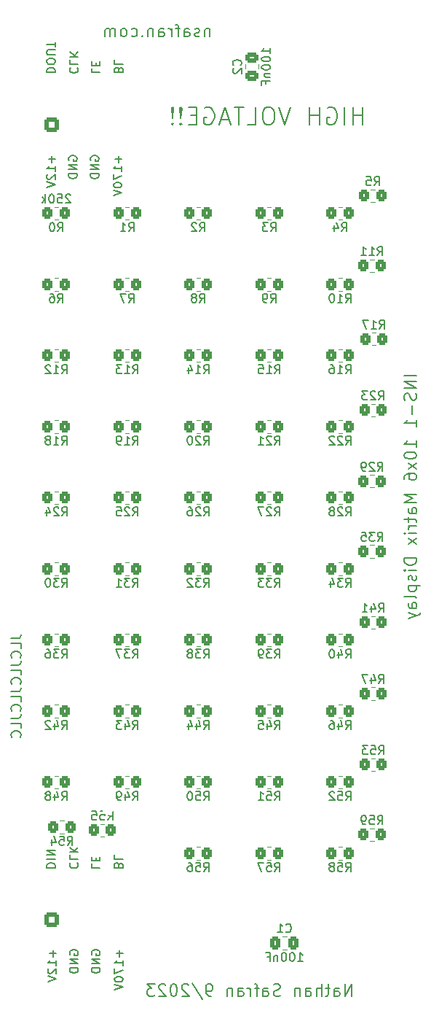
<source format=gbo>
G04 #@! TF.GenerationSoftware,KiCad,Pcbnew,7.0.5*
G04 #@! TF.CreationDate,2023-09-06T13:43:01-04:00*
G04 #@! TF.ProjectId,INS-1 Matrix_DRC,494e532d-3120-44d6-9174-7269785f4452,rev?*
G04 #@! TF.SameCoordinates,Original*
G04 #@! TF.FileFunction,Legend,Bot*
G04 #@! TF.FilePolarity,Positive*
%FSLAX46Y46*%
G04 Gerber Fmt 4.6, Leading zero omitted, Abs format (unit mm)*
G04 Created by KiCad (PCBNEW 7.0.5) date 2023-09-06 13:43:01*
%MOMM*%
%LPD*%
G01*
G04 APERTURE LIST*
G04 Aperture macros list*
%AMRoundRect*
0 Rectangle with rounded corners*
0 $1 Rounding radius*
0 $2 $3 $4 $5 $6 $7 $8 $9 X,Y pos of 4 corners*
0 Add a 4 corners polygon primitive as box body*
4,1,4,$2,$3,$4,$5,$6,$7,$8,$9,$2,$3,0*
0 Add four circle primitives for the rounded corners*
1,1,$1+$1,$2,$3*
1,1,$1+$1,$4,$5*
1,1,$1+$1,$6,$7*
1,1,$1+$1,$8,$9*
0 Add four rect primitives between the rounded corners*
20,1,$1+$1,$2,$3,$4,$5,0*
20,1,$1+$1,$4,$5,$6,$7,0*
20,1,$1+$1,$6,$7,$8,$9,0*
20,1,$1+$1,$8,$9,$2,$3,0*%
G04 Aperture macros list end*
%ADD10C,0.150000*%
%ADD11C,0.120000*%
%ADD12R,1.308000X1.308000*%
%ADD13C,1.308000*%
%ADD14RoundRect,0.250000X0.600000X-0.600000X0.600000X0.600000X-0.600000X0.600000X-0.600000X-0.600000X0*%
%ADD15C,1.700000*%
%ADD16C,3.200000*%
%ADD17C,1.152000*%
%ADD18RoundRect,0.250000X-0.350000X-0.450000X0.350000X-0.450000X0.350000X0.450000X-0.350000X0.450000X0*%
%ADD19RoundRect,0.250000X0.350000X0.450000X-0.350000X0.450000X-0.350000X-0.450000X0.350000X-0.450000X0*%
%ADD20RoundRect,0.250000X0.337500X0.475000X-0.337500X0.475000X-0.337500X-0.475000X0.337500X-0.475000X0*%
%ADD21RoundRect,0.250000X-0.475000X0.337500X-0.475000X-0.337500X0.475000X-0.337500X0.475000X0.337500X0*%
G04 APERTURE END LIST*
D10*
X91515982Y-152474866D02*
X91515982Y-151074866D01*
X91515982Y-151074866D02*
X90715982Y-152474866D01*
X90715982Y-152474866D02*
X90715982Y-151074866D01*
X89449315Y-152474866D02*
X89449315Y-151741533D01*
X89449315Y-151741533D02*
X89515982Y-151608200D01*
X89515982Y-151608200D02*
X89649315Y-151541533D01*
X89649315Y-151541533D02*
X89915982Y-151541533D01*
X89915982Y-151541533D02*
X90049315Y-151608200D01*
X89449315Y-152408200D02*
X89582649Y-152474866D01*
X89582649Y-152474866D02*
X89915982Y-152474866D01*
X89915982Y-152474866D02*
X90049315Y-152408200D01*
X90049315Y-152408200D02*
X90115982Y-152274866D01*
X90115982Y-152274866D02*
X90115982Y-152141533D01*
X90115982Y-152141533D02*
X90049315Y-152008200D01*
X90049315Y-152008200D02*
X89915982Y-151941533D01*
X89915982Y-151941533D02*
X89582649Y-151941533D01*
X89582649Y-151941533D02*
X89449315Y-151874866D01*
X88982648Y-151541533D02*
X88449315Y-151541533D01*
X88782648Y-151074866D02*
X88782648Y-152274866D01*
X88782648Y-152274866D02*
X88715982Y-152408200D01*
X88715982Y-152408200D02*
X88582648Y-152474866D01*
X88582648Y-152474866D02*
X88449315Y-152474866D01*
X87982648Y-152474866D02*
X87982648Y-151074866D01*
X87382648Y-152474866D02*
X87382648Y-151741533D01*
X87382648Y-151741533D02*
X87449315Y-151608200D01*
X87449315Y-151608200D02*
X87582648Y-151541533D01*
X87582648Y-151541533D02*
X87782648Y-151541533D01*
X87782648Y-151541533D02*
X87915982Y-151608200D01*
X87915982Y-151608200D02*
X87982648Y-151674866D01*
X86115981Y-152474866D02*
X86115981Y-151741533D01*
X86115981Y-151741533D02*
X86182648Y-151608200D01*
X86182648Y-151608200D02*
X86315981Y-151541533D01*
X86315981Y-151541533D02*
X86582648Y-151541533D01*
X86582648Y-151541533D02*
X86715981Y-151608200D01*
X86115981Y-152408200D02*
X86249315Y-152474866D01*
X86249315Y-152474866D02*
X86582648Y-152474866D01*
X86582648Y-152474866D02*
X86715981Y-152408200D01*
X86715981Y-152408200D02*
X86782648Y-152274866D01*
X86782648Y-152274866D02*
X86782648Y-152141533D01*
X86782648Y-152141533D02*
X86715981Y-152008200D01*
X86715981Y-152008200D02*
X86582648Y-151941533D01*
X86582648Y-151941533D02*
X86249315Y-151941533D01*
X86249315Y-151941533D02*
X86115981Y-151874866D01*
X85449314Y-151541533D02*
X85449314Y-152474866D01*
X85449314Y-151674866D02*
X85382648Y-151608200D01*
X85382648Y-151608200D02*
X85249314Y-151541533D01*
X85249314Y-151541533D02*
X85049314Y-151541533D01*
X85049314Y-151541533D02*
X84915981Y-151608200D01*
X84915981Y-151608200D02*
X84849314Y-151741533D01*
X84849314Y-151741533D02*
X84849314Y-152474866D01*
X83182647Y-152408200D02*
X82982647Y-152474866D01*
X82982647Y-152474866D02*
X82649314Y-152474866D01*
X82649314Y-152474866D02*
X82515980Y-152408200D01*
X82515980Y-152408200D02*
X82449314Y-152341533D01*
X82449314Y-152341533D02*
X82382647Y-152208200D01*
X82382647Y-152208200D02*
X82382647Y-152074866D01*
X82382647Y-152074866D02*
X82449314Y-151941533D01*
X82449314Y-151941533D02*
X82515980Y-151874866D01*
X82515980Y-151874866D02*
X82649314Y-151808200D01*
X82649314Y-151808200D02*
X82915980Y-151741533D01*
X82915980Y-151741533D02*
X83049314Y-151674866D01*
X83049314Y-151674866D02*
X83115980Y-151608200D01*
X83115980Y-151608200D02*
X83182647Y-151474866D01*
X83182647Y-151474866D02*
X83182647Y-151341533D01*
X83182647Y-151341533D02*
X83115980Y-151208200D01*
X83115980Y-151208200D02*
X83049314Y-151141533D01*
X83049314Y-151141533D02*
X82915980Y-151074866D01*
X82915980Y-151074866D02*
X82582647Y-151074866D01*
X82582647Y-151074866D02*
X82382647Y-151141533D01*
X81182647Y-152474866D02*
X81182647Y-151741533D01*
X81182647Y-151741533D02*
X81249314Y-151608200D01*
X81249314Y-151608200D02*
X81382647Y-151541533D01*
X81382647Y-151541533D02*
X81649314Y-151541533D01*
X81649314Y-151541533D02*
X81782647Y-151608200D01*
X81182647Y-152408200D02*
X81315981Y-152474866D01*
X81315981Y-152474866D02*
X81649314Y-152474866D01*
X81649314Y-152474866D02*
X81782647Y-152408200D01*
X81782647Y-152408200D02*
X81849314Y-152274866D01*
X81849314Y-152274866D02*
X81849314Y-152141533D01*
X81849314Y-152141533D02*
X81782647Y-152008200D01*
X81782647Y-152008200D02*
X81649314Y-151941533D01*
X81649314Y-151941533D02*
X81315981Y-151941533D01*
X81315981Y-151941533D02*
X81182647Y-151874866D01*
X80715980Y-151541533D02*
X80182647Y-151541533D01*
X80515980Y-152474866D02*
X80515980Y-151274866D01*
X80515980Y-151274866D02*
X80449314Y-151141533D01*
X80449314Y-151141533D02*
X80315980Y-151074866D01*
X80315980Y-151074866D02*
X80182647Y-151074866D01*
X79715980Y-152474866D02*
X79715980Y-151541533D01*
X79715980Y-151808200D02*
X79649314Y-151674866D01*
X79649314Y-151674866D02*
X79582647Y-151608200D01*
X79582647Y-151608200D02*
X79449314Y-151541533D01*
X79449314Y-151541533D02*
X79315980Y-151541533D01*
X78249313Y-152474866D02*
X78249313Y-151741533D01*
X78249313Y-151741533D02*
X78315980Y-151608200D01*
X78315980Y-151608200D02*
X78449313Y-151541533D01*
X78449313Y-151541533D02*
X78715980Y-151541533D01*
X78715980Y-151541533D02*
X78849313Y-151608200D01*
X78249313Y-152408200D02*
X78382647Y-152474866D01*
X78382647Y-152474866D02*
X78715980Y-152474866D01*
X78715980Y-152474866D02*
X78849313Y-152408200D01*
X78849313Y-152408200D02*
X78915980Y-152274866D01*
X78915980Y-152274866D02*
X78915980Y-152141533D01*
X78915980Y-152141533D02*
X78849313Y-152008200D01*
X78849313Y-152008200D02*
X78715980Y-151941533D01*
X78715980Y-151941533D02*
X78382647Y-151941533D01*
X78382647Y-151941533D02*
X78249313Y-151874866D01*
X77582646Y-151541533D02*
X77582646Y-152474866D01*
X77582646Y-151674866D02*
X77515980Y-151608200D01*
X77515980Y-151608200D02*
X77382646Y-151541533D01*
X77382646Y-151541533D02*
X77182646Y-151541533D01*
X77182646Y-151541533D02*
X77049313Y-151608200D01*
X77049313Y-151608200D02*
X76982646Y-151741533D01*
X76982646Y-151741533D02*
X76982646Y-152474866D01*
X75182646Y-152474866D02*
X74915979Y-152474866D01*
X74915979Y-152474866D02*
X74782646Y-152408200D01*
X74782646Y-152408200D02*
X74715979Y-152341533D01*
X74715979Y-152341533D02*
X74582646Y-152141533D01*
X74582646Y-152141533D02*
X74515979Y-151874866D01*
X74515979Y-151874866D02*
X74515979Y-151341533D01*
X74515979Y-151341533D02*
X74582646Y-151208200D01*
X74582646Y-151208200D02*
X74649312Y-151141533D01*
X74649312Y-151141533D02*
X74782646Y-151074866D01*
X74782646Y-151074866D02*
X75049312Y-151074866D01*
X75049312Y-151074866D02*
X75182646Y-151141533D01*
X75182646Y-151141533D02*
X75249312Y-151208200D01*
X75249312Y-151208200D02*
X75315979Y-151341533D01*
X75315979Y-151341533D02*
X75315979Y-151674866D01*
X75315979Y-151674866D02*
X75249312Y-151808200D01*
X75249312Y-151808200D02*
X75182646Y-151874866D01*
X75182646Y-151874866D02*
X75049312Y-151941533D01*
X75049312Y-151941533D02*
X74782646Y-151941533D01*
X74782646Y-151941533D02*
X74649312Y-151874866D01*
X74649312Y-151874866D02*
X74582646Y-151808200D01*
X74582646Y-151808200D02*
X74515979Y-151674866D01*
X72915979Y-151008200D02*
X74115979Y-152808200D01*
X72515979Y-151208200D02*
X72449312Y-151141533D01*
X72449312Y-151141533D02*
X72315979Y-151074866D01*
X72315979Y-151074866D02*
X71982646Y-151074866D01*
X71982646Y-151074866D02*
X71849312Y-151141533D01*
X71849312Y-151141533D02*
X71782646Y-151208200D01*
X71782646Y-151208200D02*
X71715979Y-151341533D01*
X71715979Y-151341533D02*
X71715979Y-151474866D01*
X71715979Y-151474866D02*
X71782646Y-151674866D01*
X71782646Y-151674866D02*
X72582646Y-152474866D01*
X72582646Y-152474866D02*
X71715979Y-152474866D01*
X70849313Y-151074866D02*
X70715979Y-151074866D01*
X70715979Y-151074866D02*
X70582646Y-151141533D01*
X70582646Y-151141533D02*
X70515979Y-151208200D01*
X70515979Y-151208200D02*
X70449313Y-151341533D01*
X70449313Y-151341533D02*
X70382646Y-151608200D01*
X70382646Y-151608200D02*
X70382646Y-151941533D01*
X70382646Y-151941533D02*
X70449313Y-152208200D01*
X70449313Y-152208200D02*
X70515979Y-152341533D01*
X70515979Y-152341533D02*
X70582646Y-152408200D01*
X70582646Y-152408200D02*
X70715979Y-152474866D01*
X70715979Y-152474866D02*
X70849313Y-152474866D01*
X70849313Y-152474866D02*
X70982646Y-152408200D01*
X70982646Y-152408200D02*
X71049313Y-152341533D01*
X71049313Y-152341533D02*
X71115979Y-152208200D01*
X71115979Y-152208200D02*
X71182646Y-151941533D01*
X71182646Y-151941533D02*
X71182646Y-151608200D01*
X71182646Y-151608200D02*
X71115979Y-151341533D01*
X71115979Y-151341533D02*
X71049313Y-151208200D01*
X71049313Y-151208200D02*
X70982646Y-151141533D01*
X70982646Y-151141533D02*
X70849313Y-151074866D01*
X69849313Y-151208200D02*
X69782646Y-151141533D01*
X69782646Y-151141533D02*
X69649313Y-151074866D01*
X69649313Y-151074866D02*
X69315980Y-151074866D01*
X69315980Y-151074866D02*
X69182646Y-151141533D01*
X69182646Y-151141533D02*
X69115980Y-151208200D01*
X69115980Y-151208200D02*
X69049313Y-151341533D01*
X69049313Y-151341533D02*
X69049313Y-151474866D01*
X69049313Y-151474866D02*
X69115980Y-151674866D01*
X69115980Y-151674866D02*
X69915980Y-152474866D01*
X69915980Y-152474866D02*
X69049313Y-152474866D01*
X68582647Y-151074866D02*
X67715980Y-151074866D01*
X67715980Y-151074866D02*
X68182647Y-151608200D01*
X68182647Y-151608200D02*
X67982647Y-151608200D01*
X67982647Y-151608200D02*
X67849313Y-151674866D01*
X67849313Y-151674866D02*
X67782647Y-151741533D01*
X67782647Y-151741533D02*
X67715980Y-151874866D01*
X67715980Y-151874866D02*
X67715980Y-152208200D01*
X67715980Y-152208200D02*
X67782647Y-152341533D01*
X67782647Y-152341533D02*
X67849313Y-152408200D01*
X67849313Y-152408200D02*
X67982647Y-152474866D01*
X67982647Y-152474866D02*
X68382647Y-152474866D01*
X68382647Y-152474866D02*
X68515980Y-152408200D01*
X68515980Y-152408200D02*
X68582647Y-152341533D01*
X64385866Y-54946779D02*
X64385866Y-55708684D01*
X64766819Y-55327731D02*
X64004914Y-55327731D01*
X64766819Y-56708683D02*
X64766819Y-56137255D01*
X64766819Y-56422969D02*
X63766819Y-56422969D01*
X63766819Y-56422969D02*
X63909676Y-56327731D01*
X63909676Y-56327731D02*
X64004914Y-56232493D01*
X64004914Y-56232493D02*
X64052533Y-56137255D01*
X63766819Y-57042017D02*
X63766819Y-57708683D01*
X63766819Y-57708683D02*
X64766819Y-57280112D01*
X63766819Y-58280112D02*
X63766819Y-58375350D01*
X63766819Y-58375350D02*
X63814438Y-58470588D01*
X63814438Y-58470588D02*
X63862057Y-58518207D01*
X63862057Y-58518207D02*
X63957295Y-58565826D01*
X63957295Y-58565826D02*
X64147771Y-58613445D01*
X64147771Y-58613445D02*
X64385866Y-58613445D01*
X64385866Y-58613445D02*
X64576342Y-58565826D01*
X64576342Y-58565826D02*
X64671580Y-58518207D01*
X64671580Y-58518207D02*
X64719200Y-58470588D01*
X64719200Y-58470588D02*
X64766819Y-58375350D01*
X64766819Y-58375350D02*
X64766819Y-58280112D01*
X64766819Y-58280112D02*
X64719200Y-58184874D01*
X64719200Y-58184874D02*
X64671580Y-58137255D01*
X64671580Y-58137255D02*
X64576342Y-58089636D01*
X64576342Y-58089636D02*
X64385866Y-58042017D01*
X64385866Y-58042017D02*
X64147771Y-58042017D01*
X64147771Y-58042017D02*
X63957295Y-58089636D01*
X63957295Y-58089636D02*
X63862057Y-58137255D01*
X63862057Y-58137255D02*
X63814438Y-58184874D01*
X63814438Y-58184874D02*
X63766819Y-58280112D01*
X63766819Y-58899160D02*
X64766819Y-59232493D01*
X64766819Y-59232493D02*
X63766819Y-59565826D01*
X58772419Y-137013792D02*
X58724800Y-137061411D01*
X58724800Y-137061411D02*
X58677180Y-137204268D01*
X58677180Y-137204268D02*
X58677180Y-137299506D01*
X58677180Y-137299506D02*
X58724800Y-137442363D01*
X58724800Y-137442363D02*
X58820038Y-137537601D01*
X58820038Y-137537601D02*
X58915276Y-137585220D01*
X58915276Y-137585220D02*
X59105752Y-137632839D01*
X59105752Y-137632839D02*
X59248609Y-137632839D01*
X59248609Y-137632839D02*
X59439085Y-137585220D01*
X59439085Y-137585220D02*
X59534323Y-137537601D01*
X59534323Y-137537601D02*
X59629561Y-137442363D01*
X59629561Y-137442363D02*
X59677180Y-137299506D01*
X59677180Y-137299506D02*
X59677180Y-137204268D01*
X59677180Y-137204268D02*
X59629561Y-137061411D01*
X59629561Y-137061411D02*
X59581942Y-137013792D01*
X58677180Y-136109030D02*
X58677180Y-136585220D01*
X58677180Y-136585220D02*
X59677180Y-136585220D01*
X58677180Y-135775696D02*
X59677180Y-135775696D01*
X58677180Y-135204268D02*
X59248609Y-135632839D01*
X59677180Y-135204268D02*
X59105752Y-135775696D01*
X58734438Y-147672588D02*
X58686819Y-147577350D01*
X58686819Y-147577350D02*
X58686819Y-147434493D01*
X58686819Y-147434493D02*
X58734438Y-147291636D01*
X58734438Y-147291636D02*
X58829676Y-147196398D01*
X58829676Y-147196398D02*
X58924914Y-147148779D01*
X58924914Y-147148779D02*
X59115390Y-147101160D01*
X59115390Y-147101160D02*
X59258247Y-147101160D01*
X59258247Y-147101160D02*
X59448723Y-147148779D01*
X59448723Y-147148779D02*
X59543961Y-147196398D01*
X59543961Y-147196398D02*
X59639200Y-147291636D01*
X59639200Y-147291636D02*
X59686819Y-147434493D01*
X59686819Y-147434493D02*
X59686819Y-147529731D01*
X59686819Y-147529731D02*
X59639200Y-147672588D01*
X59639200Y-147672588D02*
X59591580Y-147720207D01*
X59591580Y-147720207D02*
X59258247Y-147720207D01*
X59258247Y-147720207D02*
X59258247Y-147529731D01*
X59686819Y-148148779D02*
X58686819Y-148148779D01*
X58686819Y-148148779D02*
X59686819Y-148720207D01*
X59686819Y-148720207D02*
X58686819Y-148720207D01*
X59686819Y-149196398D02*
X58686819Y-149196398D01*
X58686819Y-149196398D02*
X58686819Y-149434493D01*
X58686819Y-149434493D02*
X58734438Y-149577350D01*
X58734438Y-149577350D02*
X58829676Y-149672588D01*
X58829676Y-149672588D02*
X58924914Y-149720207D01*
X58924914Y-149720207D02*
X59115390Y-149767826D01*
X59115390Y-149767826D02*
X59258247Y-149767826D01*
X59258247Y-149767826D02*
X59448723Y-149720207D01*
X59448723Y-149720207D02*
X59543961Y-149672588D01*
X59543961Y-149672588D02*
X59639200Y-149577350D01*
X59639200Y-149577350D02*
X59686819Y-149434493D01*
X59686819Y-149434493D02*
X59686819Y-149196398D01*
X61147438Y-55470588D02*
X61099819Y-55375350D01*
X61099819Y-55375350D02*
X61099819Y-55232493D01*
X61099819Y-55232493D02*
X61147438Y-55089636D01*
X61147438Y-55089636D02*
X61242676Y-54994398D01*
X61242676Y-54994398D02*
X61337914Y-54946779D01*
X61337914Y-54946779D02*
X61528390Y-54899160D01*
X61528390Y-54899160D02*
X61671247Y-54899160D01*
X61671247Y-54899160D02*
X61861723Y-54946779D01*
X61861723Y-54946779D02*
X61956961Y-54994398D01*
X61956961Y-54994398D02*
X62052200Y-55089636D01*
X62052200Y-55089636D02*
X62099819Y-55232493D01*
X62099819Y-55232493D02*
X62099819Y-55327731D01*
X62099819Y-55327731D02*
X62052200Y-55470588D01*
X62052200Y-55470588D02*
X62004580Y-55518207D01*
X62004580Y-55518207D02*
X61671247Y-55518207D01*
X61671247Y-55518207D02*
X61671247Y-55327731D01*
X62099819Y-55946779D02*
X61099819Y-55946779D01*
X61099819Y-55946779D02*
X62099819Y-56518207D01*
X62099819Y-56518207D02*
X61099819Y-56518207D01*
X62099819Y-56994398D02*
X61099819Y-56994398D01*
X61099819Y-56994398D02*
X61099819Y-57232493D01*
X61099819Y-57232493D02*
X61147438Y-57375350D01*
X61147438Y-57375350D02*
X61242676Y-57470588D01*
X61242676Y-57470588D02*
X61337914Y-57518207D01*
X61337914Y-57518207D02*
X61528390Y-57565826D01*
X61528390Y-57565826D02*
X61671247Y-57565826D01*
X61671247Y-57565826D02*
X61861723Y-57518207D01*
X61861723Y-57518207D02*
X61956961Y-57470588D01*
X61956961Y-57470588D02*
X62052200Y-57375350D01*
X62052200Y-57375350D02*
X62099819Y-57232493D01*
X62099819Y-57232493D02*
X62099819Y-56994398D01*
X64407990Y-137251887D02*
X64360371Y-137109030D01*
X64360371Y-137109030D02*
X64312752Y-137061411D01*
X64312752Y-137061411D02*
X64217514Y-137013792D01*
X64217514Y-137013792D02*
X64074657Y-137013792D01*
X64074657Y-137013792D02*
X63979419Y-137061411D01*
X63979419Y-137061411D02*
X63931800Y-137109030D01*
X63931800Y-137109030D02*
X63884180Y-137204268D01*
X63884180Y-137204268D02*
X63884180Y-137585220D01*
X63884180Y-137585220D02*
X64884180Y-137585220D01*
X64884180Y-137585220D02*
X64884180Y-137251887D01*
X64884180Y-137251887D02*
X64836561Y-137156649D01*
X64836561Y-137156649D02*
X64788942Y-137109030D01*
X64788942Y-137109030D02*
X64693704Y-137061411D01*
X64693704Y-137061411D02*
X64598466Y-137061411D01*
X64598466Y-137061411D02*
X64503228Y-137109030D01*
X64503228Y-137109030D02*
X64455609Y-137156649D01*
X64455609Y-137156649D02*
X64407990Y-137251887D01*
X64407990Y-137251887D02*
X64407990Y-137585220D01*
X63884180Y-136109030D02*
X63884180Y-136585220D01*
X63884180Y-136585220D02*
X64884180Y-136585220D01*
X75005982Y-40162533D02*
X75005982Y-41095866D01*
X75005982Y-40295866D02*
X74939316Y-40229200D01*
X74939316Y-40229200D02*
X74805982Y-40162533D01*
X74805982Y-40162533D02*
X74605982Y-40162533D01*
X74605982Y-40162533D02*
X74472649Y-40229200D01*
X74472649Y-40229200D02*
X74405982Y-40362533D01*
X74405982Y-40362533D02*
X74405982Y-41095866D01*
X73805982Y-41029200D02*
X73672649Y-41095866D01*
X73672649Y-41095866D02*
X73405982Y-41095866D01*
X73405982Y-41095866D02*
X73272649Y-41029200D01*
X73272649Y-41029200D02*
X73205982Y-40895866D01*
X73205982Y-40895866D02*
X73205982Y-40829200D01*
X73205982Y-40829200D02*
X73272649Y-40695866D01*
X73272649Y-40695866D02*
X73405982Y-40629200D01*
X73405982Y-40629200D02*
X73605982Y-40629200D01*
X73605982Y-40629200D02*
X73739315Y-40562533D01*
X73739315Y-40562533D02*
X73805982Y-40429200D01*
X73805982Y-40429200D02*
X73805982Y-40362533D01*
X73805982Y-40362533D02*
X73739315Y-40229200D01*
X73739315Y-40229200D02*
X73605982Y-40162533D01*
X73605982Y-40162533D02*
X73405982Y-40162533D01*
X73405982Y-40162533D02*
X73272649Y-40229200D01*
X72005982Y-41095866D02*
X72005982Y-40362533D01*
X72005982Y-40362533D02*
X72072649Y-40229200D01*
X72072649Y-40229200D02*
X72205982Y-40162533D01*
X72205982Y-40162533D02*
X72472649Y-40162533D01*
X72472649Y-40162533D02*
X72605982Y-40229200D01*
X72005982Y-41029200D02*
X72139316Y-41095866D01*
X72139316Y-41095866D02*
X72472649Y-41095866D01*
X72472649Y-41095866D02*
X72605982Y-41029200D01*
X72605982Y-41029200D02*
X72672649Y-40895866D01*
X72672649Y-40895866D02*
X72672649Y-40762533D01*
X72672649Y-40762533D02*
X72605982Y-40629200D01*
X72605982Y-40629200D02*
X72472649Y-40562533D01*
X72472649Y-40562533D02*
X72139316Y-40562533D01*
X72139316Y-40562533D02*
X72005982Y-40495866D01*
X71539315Y-40162533D02*
X71005982Y-40162533D01*
X71339315Y-41095866D02*
X71339315Y-39895866D01*
X71339315Y-39895866D02*
X71272649Y-39762533D01*
X71272649Y-39762533D02*
X71139315Y-39695866D01*
X71139315Y-39695866D02*
X71005982Y-39695866D01*
X70539315Y-41095866D02*
X70539315Y-40162533D01*
X70539315Y-40429200D02*
X70472649Y-40295866D01*
X70472649Y-40295866D02*
X70405982Y-40229200D01*
X70405982Y-40229200D02*
X70272649Y-40162533D01*
X70272649Y-40162533D02*
X70139315Y-40162533D01*
X69072648Y-41095866D02*
X69072648Y-40362533D01*
X69072648Y-40362533D02*
X69139315Y-40229200D01*
X69139315Y-40229200D02*
X69272648Y-40162533D01*
X69272648Y-40162533D02*
X69539315Y-40162533D01*
X69539315Y-40162533D02*
X69672648Y-40229200D01*
X69072648Y-41029200D02*
X69205982Y-41095866D01*
X69205982Y-41095866D02*
X69539315Y-41095866D01*
X69539315Y-41095866D02*
X69672648Y-41029200D01*
X69672648Y-41029200D02*
X69739315Y-40895866D01*
X69739315Y-40895866D02*
X69739315Y-40762533D01*
X69739315Y-40762533D02*
X69672648Y-40629200D01*
X69672648Y-40629200D02*
X69539315Y-40562533D01*
X69539315Y-40562533D02*
X69205982Y-40562533D01*
X69205982Y-40562533D02*
X69072648Y-40495866D01*
X68405981Y-40162533D02*
X68405981Y-41095866D01*
X68405981Y-40295866D02*
X68339315Y-40229200D01*
X68339315Y-40229200D02*
X68205981Y-40162533D01*
X68205981Y-40162533D02*
X68005981Y-40162533D01*
X68005981Y-40162533D02*
X67872648Y-40229200D01*
X67872648Y-40229200D02*
X67805981Y-40362533D01*
X67805981Y-40362533D02*
X67805981Y-41095866D01*
X67139314Y-40962533D02*
X67072648Y-41029200D01*
X67072648Y-41029200D02*
X67139314Y-41095866D01*
X67139314Y-41095866D02*
X67205981Y-41029200D01*
X67205981Y-41029200D02*
X67139314Y-40962533D01*
X67139314Y-40962533D02*
X67139314Y-41095866D01*
X65872647Y-41029200D02*
X66005981Y-41095866D01*
X66005981Y-41095866D02*
X66272647Y-41095866D01*
X66272647Y-41095866D02*
X66405981Y-41029200D01*
X66405981Y-41029200D02*
X66472647Y-40962533D01*
X66472647Y-40962533D02*
X66539314Y-40829200D01*
X66539314Y-40829200D02*
X66539314Y-40429200D01*
X66539314Y-40429200D02*
X66472647Y-40295866D01*
X66472647Y-40295866D02*
X66405981Y-40229200D01*
X66405981Y-40229200D02*
X66272647Y-40162533D01*
X66272647Y-40162533D02*
X66005981Y-40162533D01*
X66005981Y-40162533D02*
X65872647Y-40229200D01*
X65072647Y-41095866D02*
X65205981Y-41029200D01*
X65205981Y-41029200D02*
X65272647Y-40962533D01*
X65272647Y-40962533D02*
X65339314Y-40829200D01*
X65339314Y-40829200D02*
X65339314Y-40429200D01*
X65339314Y-40429200D02*
X65272647Y-40295866D01*
X65272647Y-40295866D02*
X65205981Y-40229200D01*
X65205981Y-40229200D02*
X65072647Y-40162533D01*
X65072647Y-40162533D02*
X64872647Y-40162533D01*
X64872647Y-40162533D02*
X64739314Y-40229200D01*
X64739314Y-40229200D02*
X64672647Y-40295866D01*
X64672647Y-40295866D02*
X64605981Y-40429200D01*
X64605981Y-40429200D02*
X64605981Y-40829200D01*
X64605981Y-40829200D02*
X64672647Y-40962533D01*
X64672647Y-40962533D02*
X64739314Y-41029200D01*
X64739314Y-41029200D02*
X64872647Y-41095866D01*
X64872647Y-41095866D02*
X65072647Y-41095866D01*
X64005980Y-41095866D02*
X64005980Y-40162533D01*
X64005980Y-40295866D02*
X63939314Y-40229200D01*
X63939314Y-40229200D02*
X63805980Y-40162533D01*
X63805980Y-40162533D02*
X63605980Y-40162533D01*
X63605980Y-40162533D02*
X63472647Y-40229200D01*
X63472647Y-40229200D02*
X63405980Y-40362533D01*
X63405980Y-40362533D02*
X63405980Y-41095866D01*
X63405980Y-40362533D02*
X63339314Y-40229200D01*
X63339314Y-40229200D02*
X63205980Y-40162533D01*
X63205980Y-40162533D02*
X63005980Y-40162533D01*
X63005980Y-40162533D02*
X62872647Y-40229200D01*
X62872647Y-40229200D02*
X62805980Y-40362533D01*
X62805980Y-40362533D02*
X62805980Y-41095866D01*
X56010180Y-45256220D02*
X57010180Y-45256220D01*
X57010180Y-45256220D02*
X57010180Y-45018125D01*
X57010180Y-45018125D02*
X56962561Y-44875268D01*
X56962561Y-44875268D02*
X56867323Y-44780030D01*
X56867323Y-44780030D02*
X56772085Y-44732411D01*
X56772085Y-44732411D02*
X56581609Y-44684792D01*
X56581609Y-44684792D02*
X56438752Y-44684792D01*
X56438752Y-44684792D02*
X56248276Y-44732411D01*
X56248276Y-44732411D02*
X56153038Y-44780030D01*
X56153038Y-44780030D02*
X56057800Y-44875268D01*
X56057800Y-44875268D02*
X56010180Y-45018125D01*
X56010180Y-45018125D02*
X56010180Y-45256220D01*
X57010180Y-44065744D02*
X57010180Y-43875268D01*
X57010180Y-43875268D02*
X56962561Y-43780030D01*
X56962561Y-43780030D02*
X56867323Y-43684792D01*
X56867323Y-43684792D02*
X56676847Y-43637173D01*
X56676847Y-43637173D02*
X56343514Y-43637173D01*
X56343514Y-43637173D02*
X56153038Y-43684792D01*
X56153038Y-43684792D02*
X56057800Y-43780030D01*
X56057800Y-43780030D02*
X56010180Y-43875268D01*
X56010180Y-43875268D02*
X56010180Y-44065744D01*
X56010180Y-44065744D02*
X56057800Y-44160982D01*
X56057800Y-44160982D02*
X56153038Y-44256220D01*
X56153038Y-44256220D02*
X56343514Y-44303839D01*
X56343514Y-44303839D02*
X56676847Y-44303839D01*
X56676847Y-44303839D02*
X56867323Y-44256220D01*
X56867323Y-44256220D02*
X56962561Y-44160982D01*
X56962561Y-44160982D02*
X57010180Y-44065744D01*
X57010180Y-43208601D02*
X56200657Y-43208601D01*
X56200657Y-43208601D02*
X56105419Y-43160982D01*
X56105419Y-43160982D02*
X56057800Y-43113363D01*
X56057800Y-43113363D02*
X56010180Y-43018125D01*
X56010180Y-43018125D02*
X56010180Y-42827649D01*
X56010180Y-42827649D02*
X56057800Y-42732411D01*
X56057800Y-42732411D02*
X56105419Y-42684792D01*
X56105419Y-42684792D02*
X56200657Y-42637173D01*
X56200657Y-42637173D02*
X57010180Y-42637173D01*
X57010180Y-42303839D02*
X57010180Y-41732411D01*
X56010180Y-42018125D02*
X57010180Y-42018125D01*
X61274438Y-147672588D02*
X61226819Y-147577350D01*
X61226819Y-147577350D02*
X61226819Y-147434493D01*
X61226819Y-147434493D02*
X61274438Y-147291636D01*
X61274438Y-147291636D02*
X61369676Y-147196398D01*
X61369676Y-147196398D02*
X61464914Y-147148779D01*
X61464914Y-147148779D02*
X61655390Y-147101160D01*
X61655390Y-147101160D02*
X61798247Y-147101160D01*
X61798247Y-147101160D02*
X61988723Y-147148779D01*
X61988723Y-147148779D02*
X62083961Y-147196398D01*
X62083961Y-147196398D02*
X62179200Y-147291636D01*
X62179200Y-147291636D02*
X62226819Y-147434493D01*
X62226819Y-147434493D02*
X62226819Y-147529731D01*
X62226819Y-147529731D02*
X62179200Y-147672588D01*
X62179200Y-147672588D02*
X62131580Y-147720207D01*
X62131580Y-147720207D02*
X61798247Y-147720207D01*
X61798247Y-147720207D02*
X61798247Y-147529731D01*
X62226819Y-148148779D02*
X61226819Y-148148779D01*
X61226819Y-148148779D02*
X62226819Y-148720207D01*
X62226819Y-148720207D02*
X61226819Y-148720207D01*
X62226819Y-149196398D02*
X61226819Y-149196398D01*
X61226819Y-149196398D02*
X61226819Y-149434493D01*
X61226819Y-149434493D02*
X61274438Y-149577350D01*
X61274438Y-149577350D02*
X61369676Y-149672588D01*
X61369676Y-149672588D02*
X61464914Y-149720207D01*
X61464914Y-149720207D02*
X61655390Y-149767826D01*
X61655390Y-149767826D02*
X61798247Y-149767826D01*
X61798247Y-149767826D02*
X61988723Y-149720207D01*
X61988723Y-149720207D02*
X62083961Y-149672588D01*
X62083961Y-149672588D02*
X62179200Y-149577350D01*
X62179200Y-149577350D02*
X62226819Y-149434493D01*
X62226819Y-149434493D02*
X62226819Y-149196398D01*
X56765866Y-147148779D02*
X56765866Y-147910684D01*
X57146819Y-147529731D02*
X56384914Y-147529731D01*
X57146819Y-148910683D02*
X57146819Y-148339255D01*
X57146819Y-148624969D02*
X56146819Y-148624969D01*
X56146819Y-148624969D02*
X56289676Y-148529731D01*
X56289676Y-148529731D02*
X56384914Y-148434493D01*
X56384914Y-148434493D02*
X56432533Y-148339255D01*
X56242057Y-149291636D02*
X56194438Y-149339255D01*
X56194438Y-149339255D02*
X56146819Y-149434493D01*
X56146819Y-149434493D02*
X56146819Y-149672588D01*
X56146819Y-149672588D02*
X56194438Y-149767826D01*
X56194438Y-149767826D02*
X56242057Y-149815445D01*
X56242057Y-149815445D02*
X56337295Y-149863064D01*
X56337295Y-149863064D02*
X56432533Y-149863064D01*
X56432533Y-149863064D02*
X56575390Y-149815445D01*
X56575390Y-149815445D02*
X57146819Y-149244017D01*
X57146819Y-149244017D02*
X57146819Y-149863064D01*
X56146819Y-150148779D02*
X57146819Y-150482112D01*
X57146819Y-150482112D02*
X56146819Y-150815445D01*
X61217180Y-44780030D02*
X61217180Y-45256220D01*
X61217180Y-45256220D02*
X62217180Y-45256220D01*
X61740990Y-44446696D02*
X61740990Y-44113363D01*
X61217180Y-43970506D02*
X61217180Y-44446696D01*
X61217180Y-44446696D02*
X62217180Y-44446696D01*
X62217180Y-44446696D02*
X62217180Y-43970506D01*
X64407990Y-44922887D02*
X64360371Y-44780030D01*
X64360371Y-44780030D02*
X64312752Y-44732411D01*
X64312752Y-44732411D02*
X64217514Y-44684792D01*
X64217514Y-44684792D02*
X64074657Y-44684792D01*
X64074657Y-44684792D02*
X63979419Y-44732411D01*
X63979419Y-44732411D02*
X63931800Y-44780030D01*
X63931800Y-44780030D02*
X63884180Y-44875268D01*
X63884180Y-44875268D02*
X63884180Y-45256220D01*
X63884180Y-45256220D02*
X64884180Y-45256220D01*
X64884180Y-45256220D02*
X64884180Y-44922887D01*
X64884180Y-44922887D02*
X64836561Y-44827649D01*
X64836561Y-44827649D02*
X64788942Y-44780030D01*
X64788942Y-44780030D02*
X64693704Y-44732411D01*
X64693704Y-44732411D02*
X64598466Y-44732411D01*
X64598466Y-44732411D02*
X64503228Y-44780030D01*
X64503228Y-44780030D02*
X64455609Y-44827649D01*
X64455609Y-44827649D02*
X64407990Y-44922887D01*
X64407990Y-44922887D02*
X64407990Y-45256220D01*
X63884180Y-43780030D02*
X63884180Y-44256220D01*
X63884180Y-44256220D02*
X64884180Y-44256220D01*
X51858342Y-110963255D02*
X52715485Y-110963255D01*
X52715485Y-110963255D02*
X52886914Y-110906112D01*
X52886914Y-110906112D02*
X53001200Y-110791826D01*
X53001200Y-110791826D02*
X53058342Y-110620398D01*
X53058342Y-110620398D02*
X53058342Y-110506112D01*
X53058342Y-112106112D02*
X53058342Y-111534684D01*
X53058342Y-111534684D02*
X51858342Y-111534684D01*
X52944057Y-113191827D02*
X53001200Y-113134684D01*
X53001200Y-113134684D02*
X53058342Y-112963256D01*
X53058342Y-112963256D02*
X53058342Y-112848970D01*
X53058342Y-112848970D02*
X53001200Y-112677541D01*
X53001200Y-112677541D02*
X52886914Y-112563256D01*
X52886914Y-112563256D02*
X52772628Y-112506113D01*
X52772628Y-112506113D02*
X52544057Y-112448970D01*
X52544057Y-112448970D02*
X52372628Y-112448970D01*
X52372628Y-112448970D02*
X52144057Y-112506113D01*
X52144057Y-112506113D02*
X52029771Y-112563256D01*
X52029771Y-112563256D02*
X51915485Y-112677541D01*
X51915485Y-112677541D02*
X51858342Y-112848970D01*
X51858342Y-112848970D02*
X51858342Y-112963256D01*
X51858342Y-112963256D02*
X51915485Y-113134684D01*
X51915485Y-113134684D02*
X51972628Y-113191827D01*
X51858342Y-114048970D02*
X52715485Y-114048970D01*
X52715485Y-114048970D02*
X52886914Y-113991827D01*
X52886914Y-113991827D02*
X53001200Y-113877541D01*
X53001200Y-113877541D02*
X53058342Y-113706113D01*
X53058342Y-113706113D02*
X53058342Y-113591827D01*
X53058342Y-115191827D02*
X53058342Y-114620399D01*
X53058342Y-114620399D02*
X51858342Y-114620399D01*
X52944057Y-116277542D02*
X53001200Y-116220399D01*
X53001200Y-116220399D02*
X53058342Y-116048971D01*
X53058342Y-116048971D02*
X53058342Y-115934685D01*
X53058342Y-115934685D02*
X53001200Y-115763256D01*
X53001200Y-115763256D02*
X52886914Y-115648971D01*
X52886914Y-115648971D02*
X52772628Y-115591828D01*
X52772628Y-115591828D02*
X52544057Y-115534685D01*
X52544057Y-115534685D02*
X52372628Y-115534685D01*
X52372628Y-115534685D02*
X52144057Y-115591828D01*
X52144057Y-115591828D02*
X52029771Y-115648971D01*
X52029771Y-115648971D02*
X51915485Y-115763256D01*
X51915485Y-115763256D02*
X51858342Y-115934685D01*
X51858342Y-115934685D02*
X51858342Y-116048971D01*
X51858342Y-116048971D02*
X51915485Y-116220399D01*
X51915485Y-116220399D02*
X51972628Y-116277542D01*
X51858342Y-117134685D02*
X52715485Y-117134685D01*
X52715485Y-117134685D02*
X52886914Y-117077542D01*
X52886914Y-117077542D02*
X53001200Y-116963256D01*
X53001200Y-116963256D02*
X53058342Y-116791828D01*
X53058342Y-116791828D02*
X53058342Y-116677542D01*
X53058342Y-118277542D02*
X53058342Y-117706114D01*
X53058342Y-117706114D02*
X51858342Y-117706114D01*
X52944057Y-119363257D02*
X53001200Y-119306114D01*
X53001200Y-119306114D02*
X53058342Y-119134686D01*
X53058342Y-119134686D02*
X53058342Y-119020400D01*
X53058342Y-119020400D02*
X53001200Y-118848971D01*
X53001200Y-118848971D02*
X52886914Y-118734686D01*
X52886914Y-118734686D02*
X52772628Y-118677543D01*
X52772628Y-118677543D02*
X52544057Y-118620400D01*
X52544057Y-118620400D02*
X52372628Y-118620400D01*
X52372628Y-118620400D02*
X52144057Y-118677543D01*
X52144057Y-118677543D02*
X52029771Y-118734686D01*
X52029771Y-118734686D02*
X51915485Y-118848971D01*
X51915485Y-118848971D02*
X51858342Y-119020400D01*
X51858342Y-119020400D02*
X51858342Y-119134686D01*
X51858342Y-119134686D02*
X51915485Y-119306114D01*
X51915485Y-119306114D02*
X51972628Y-119363257D01*
X51858342Y-120220400D02*
X52715485Y-120220400D01*
X52715485Y-120220400D02*
X52886914Y-120163257D01*
X52886914Y-120163257D02*
X53001200Y-120048971D01*
X53001200Y-120048971D02*
X53058342Y-119877543D01*
X53058342Y-119877543D02*
X53058342Y-119763257D01*
X53058342Y-121363257D02*
X53058342Y-120791829D01*
X53058342Y-120791829D02*
X51858342Y-120791829D01*
X52944057Y-122448972D02*
X53001200Y-122391829D01*
X53001200Y-122391829D02*
X53058342Y-122220401D01*
X53058342Y-122220401D02*
X53058342Y-122106115D01*
X53058342Y-122106115D02*
X53001200Y-121934686D01*
X53001200Y-121934686D02*
X52886914Y-121820401D01*
X52886914Y-121820401D02*
X52772628Y-121763258D01*
X52772628Y-121763258D02*
X52544057Y-121706115D01*
X52544057Y-121706115D02*
X52372628Y-121706115D01*
X52372628Y-121706115D02*
X52144057Y-121763258D01*
X52144057Y-121763258D02*
X52029771Y-121820401D01*
X52029771Y-121820401D02*
X51915485Y-121934686D01*
X51915485Y-121934686D02*
X51858342Y-122106115D01*
X51858342Y-122106115D02*
X51858342Y-122220401D01*
X51858342Y-122220401D02*
X51915485Y-122391829D01*
X51915485Y-122391829D02*
X51972628Y-122448972D01*
X61217180Y-137109030D02*
X61217180Y-137585220D01*
X61217180Y-137585220D02*
X62217180Y-137585220D01*
X61740990Y-136775696D02*
X61740990Y-136442363D01*
X61217180Y-136299506D02*
X61217180Y-136775696D01*
X61217180Y-136775696D02*
X62217180Y-136775696D01*
X62217180Y-136775696D02*
X62217180Y-136299506D01*
X92770125Y-51309438D02*
X92770125Y-49309438D01*
X92770125Y-50261819D02*
X91627268Y-50261819D01*
X91627268Y-51309438D02*
X91627268Y-49309438D01*
X90674887Y-51309438D02*
X90674887Y-49309438D01*
X88674887Y-49404676D02*
X88865363Y-49309438D01*
X88865363Y-49309438D02*
X89151077Y-49309438D01*
X89151077Y-49309438D02*
X89436792Y-49404676D01*
X89436792Y-49404676D02*
X89627268Y-49595152D01*
X89627268Y-49595152D02*
X89722506Y-49785628D01*
X89722506Y-49785628D02*
X89817744Y-50166580D01*
X89817744Y-50166580D02*
X89817744Y-50452295D01*
X89817744Y-50452295D02*
X89722506Y-50833247D01*
X89722506Y-50833247D02*
X89627268Y-51023723D01*
X89627268Y-51023723D02*
X89436792Y-51214200D01*
X89436792Y-51214200D02*
X89151077Y-51309438D01*
X89151077Y-51309438D02*
X88960601Y-51309438D01*
X88960601Y-51309438D02*
X88674887Y-51214200D01*
X88674887Y-51214200D02*
X88579649Y-51118961D01*
X88579649Y-51118961D02*
X88579649Y-50452295D01*
X88579649Y-50452295D02*
X88960601Y-50452295D01*
X87722506Y-51309438D02*
X87722506Y-49309438D01*
X87722506Y-50261819D02*
X86579649Y-50261819D01*
X86579649Y-51309438D02*
X86579649Y-49309438D01*
X84389172Y-49309438D02*
X83722506Y-51309438D01*
X83722506Y-51309438D02*
X83055839Y-49309438D01*
X82008220Y-49309438D02*
X81627267Y-49309438D01*
X81627267Y-49309438D02*
X81436791Y-49404676D01*
X81436791Y-49404676D02*
X81246315Y-49595152D01*
X81246315Y-49595152D02*
X81151077Y-49976104D01*
X81151077Y-49976104D02*
X81151077Y-50642771D01*
X81151077Y-50642771D02*
X81246315Y-51023723D01*
X81246315Y-51023723D02*
X81436791Y-51214200D01*
X81436791Y-51214200D02*
X81627267Y-51309438D01*
X81627267Y-51309438D02*
X82008220Y-51309438D01*
X82008220Y-51309438D02*
X82198696Y-51214200D01*
X82198696Y-51214200D02*
X82389172Y-51023723D01*
X82389172Y-51023723D02*
X82484410Y-50642771D01*
X82484410Y-50642771D02*
X82484410Y-49976104D01*
X82484410Y-49976104D02*
X82389172Y-49595152D01*
X82389172Y-49595152D02*
X82198696Y-49404676D01*
X82198696Y-49404676D02*
X82008220Y-49309438D01*
X79341553Y-51309438D02*
X80293934Y-51309438D01*
X80293934Y-51309438D02*
X80293934Y-49309438D01*
X78960600Y-49309438D02*
X77817743Y-49309438D01*
X78389172Y-51309438D02*
X78389172Y-49309438D01*
X77246314Y-50738009D02*
X76293933Y-50738009D01*
X77436790Y-51309438D02*
X76770124Y-49309438D01*
X76770124Y-49309438D02*
X76103457Y-51309438D01*
X74389171Y-49404676D02*
X74579647Y-49309438D01*
X74579647Y-49309438D02*
X74865361Y-49309438D01*
X74865361Y-49309438D02*
X75151076Y-49404676D01*
X75151076Y-49404676D02*
X75341552Y-49595152D01*
X75341552Y-49595152D02*
X75436790Y-49785628D01*
X75436790Y-49785628D02*
X75532028Y-50166580D01*
X75532028Y-50166580D02*
X75532028Y-50452295D01*
X75532028Y-50452295D02*
X75436790Y-50833247D01*
X75436790Y-50833247D02*
X75341552Y-51023723D01*
X75341552Y-51023723D02*
X75151076Y-51214200D01*
X75151076Y-51214200D02*
X74865361Y-51309438D01*
X74865361Y-51309438D02*
X74674885Y-51309438D01*
X74674885Y-51309438D02*
X74389171Y-51214200D01*
X74389171Y-51214200D02*
X74293933Y-51118961D01*
X74293933Y-51118961D02*
X74293933Y-50452295D01*
X74293933Y-50452295D02*
X74674885Y-50452295D01*
X73436790Y-50261819D02*
X72770123Y-50261819D01*
X72484409Y-51309438D02*
X73436790Y-51309438D01*
X73436790Y-51309438D02*
X73436790Y-49309438D01*
X73436790Y-49309438D02*
X72484409Y-49309438D01*
X71627266Y-51118961D02*
X71532028Y-51214200D01*
X71532028Y-51214200D02*
X71627266Y-51309438D01*
X71627266Y-51309438D02*
X71722504Y-51214200D01*
X71722504Y-51214200D02*
X71627266Y-51118961D01*
X71627266Y-51118961D02*
X71627266Y-51309438D01*
X71627266Y-50547533D02*
X71722504Y-49404676D01*
X71722504Y-49404676D02*
X71627266Y-49309438D01*
X71627266Y-49309438D02*
X71532028Y-49404676D01*
X71532028Y-49404676D02*
X71627266Y-50547533D01*
X71627266Y-50547533D02*
X71627266Y-49309438D01*
X70674885Y-51118961D02*
X70579647Y-51214200D01*
X70579647Y-51214200D02*
X70674885Y-51309438D01*
X70674885Y-51309438D02*
X70770123Y-51214200D01*
X70770123Y-51214200D02*
X70674885Y-51118961D01*
X70674885Y-51118961D02*
X70674885Y-51309438D01*
X70674885Y-50547533D02*
X70770123Y-49404676D01*
X70770123Y-49404676D02*
X70674885Y-49309438D01*
X70674885Y-49309438D02*
X70579647Y-49404676D01*
X70579647Y-49404676D02*
X70674885Y-50547533D01*
X70674885Y-50547533D02*
X70674885Y-49309438D01*
X58772419Y-44684792D02*
X58724800Y-44732411D01*
X58724800Y-44732411D02*
X58677180Y-44875268D01*
X58677180Y-44875268D02*
X58677180Y-44970506D01*
X58677180Y-44970506D02*
X58724800Y-45113363D01*
X58724800Y-45113363D02*
X58820038Y-45208601D01*
X58820038Y-45208601D02*
X58915276Y-45256220D01*
X58915276Y-45256220D02*
X59105752Y-45303839D01*
X59105752Y-45303839D02*
X59248609Y-45303839D01*
X59248609Y-45303839D02*
X59439085Y-45256220D01*
X59439085Y-45256220D02*
X59534323Y-45208601D01*
X59534323Y-45208601D02*
X59629561Y-45113363D01*
X59629561Y-45113363D02*
X59677180Y-44970506D01*
X59677180Y-44970506D02*
X59677180Y-44875268D01*
X59677180Y-44875268D02*
X59629561Y-44732411D01*
X59629561Y-44732411D02*
X59581942Y-44684792D01*
X58677180Y-43780030D02*
X58677180Y-44256220D01*
X58677180Y-44256220D02*
X59677180Y-44256220D01*
X58677180Y-43446696D02*
X59677180Y-43446696D01*
X58677180Y-42875268D02*
X59248609Y-43303839D01*
X59677180Y-42875268D02*
X59105752Y-43446696D01*
X56638866Y-54946779D02*
X56638866Y-55708684D01*
X57019819Y-55327731D02*
X56257914Y-55327731D01*
X57019819Y-56708683D02*
X57019819Y-56137255D01*
X57019819Y-56422969D02*
X56019819Y-56422969D01*
X56019819Y-56422969D02*
X56162676Y-56327731D01*
X56162676Y-56327731D02*
X56257914Y-56232493D01*
X56257914Y-56232493D02*
X56305533Y-56137255D01*
X56115057Y-57089636D02*
X56067438Y-57137255D01*
X56067438Y-57137255D02*
X56019819Y-57232493D01*
X56019819Y-57232493D02*
X56019819Y-57470588D01*
X56019819Y-57470588D02*
X56067438Y-57565826D01*
X56067438Y-57565826D02*
X56115057Y-57613445D01*
X56115057Y-57613445D02*
X56210295Y-57661064D01*
X56210295Y-57661064D02*
X56305533Y-57661064D01*
X56305533Y-57661064D02*
X56448390Y-57613445D01*
X56448390Y-57613445D02*
X57019819Y-57042017D01*
X57019819Y-57042017D02*
X57019819Y-57661064D01*
X56019819Y-57946779D02*
X57019819Y-58280112D01*
X57019819Y-58280112D02*
X56019819Y-58613445D01*
X56010180Y-137585220D02*
X57010180Y-137585220D01*
X57010180Y-137585220D02*
X57010180Y-137347125D01*
X57010180Y-137347125D02*
X56962561Y-137204268D01*
X56962561Y-137204268D02*
X56867323Y-137109030D01*
X56867323Y-137109030D02*
X56772085Y-137061411D01*
X56772085Y-137061411D02*
X56581609Y-137013792D01*
X56581609Y-137013792D02*
X56438752Y-137013792D01*
X56438752Y-137013792D02*
X56248276Y-137061411D01*
X56248276Y-137061411D02*
X56153038Y-137109030D01*
X56153038Y-137109030D02*
X56057800Y-137204268D01*
X56057800Y-137204268D02*
X56010180Y-137347125D01*
X56010180Y-137347125D02*
X56010180Y-137585220D01*
X56010180Y-136585220D02*
X57010180Y-136585220D01*
X56010180Y-136109030D02*
X57010180Y-136109030D01*
X57010180Y-136109030D02*
X56010180Y-135537602D01*
X56010180Y-135537602D02*
X57010180Y-135537602D01*
X64512866Y-147148779D02*
X64512866Y-147910684D01*
X64893819Y-147529731D02*
X64131914Y-147529731D01*
X64893819Y-148910683D02*
X64893819Y-148339255D01*
X64893819Y-148624969D02*
X63893819Y-148624969D01*
X63893819Y-148624969D02*
X64036676Y-148529731D01*
X64036676Y-148529731D02*
X64131914Y-148434493D01*
X64131914Y-148434493D02*
X64179533Y-148339255D01*
X63893819Y-149244017D02*
X63893819Y-149910683D01*
X63893819Y-149910683D02*
X64893819Y-149482112D01*
X63893819Y-150482112D02*
X63893819Y-150577350D01*
X63893819Y-150577350D02*
X63941438Y-150672588D01*
X63941438Y-150672588D02*
X63989057Y-150720207D01*
X63989057Y-150720207D02*
X64084295Y-150767826D01*
X64084295Y-150767826D02*
X64274771Y-150815445D01*
X64274771Y-150815445D02*
X64512866Y-150815445D01*
X64512866Y-150815445D02*
X64703342Y-150767826D01*
X64703342Y-150767826D02*
X64798580Y-150720207D01*
X64798580Y-150720207D02*
X64846200Y-150672588D01*
X64846200Y-150672588D02*
X64893819Y-150577350D01*
X64893819Y-150577350D02*
X64893819Y-150482112D01*
X64893819Y-150482112D02*
X64846200Y-150386874D01*
X64846200Y-150386874D02*
X64798580Y-150339255D01*
X64798580Y-150339255D02*
X64703342Y-150291636D01*
X64703342Y-150291636D02*
X64512866Y-150244017D01*
X64512866Y-150244017D02*
X64274771Y-150244017D01*
X64274771Y-150244017D02*
X64084295Y-150291636D01*
X64084295Y-150291636D02*
X63989057Y-150339255D01*
X63989057Y-150339255D02*
X63941438Y-150386874D01*
X63941438Y-150386874D02*
X63893819Y-150482112D01*
X63893819Y-151101160D02*
X64893819Y-151434493D01*
X64893819Y-151434493D02*
X63893819Y-151767826D01*
X58607438Y-55470588D02*
X58559819Y-55375350D01*
X58559819Y-55375350D02*
X58559819Y-55232493D01*
X58559819Y-55232493D02*
X58607438Y-55089636D01*
X58607438Y-55089636D02*
X58702676Y-54994398D01*
X58702676Y-54994398D02*
X58797914Y-54946779D01*
X58797914Y-54946779D02*
X58988390Y-54899160D01*
X58988390Y-54899160D02*
X59131247Y-54899160D01*
X59131247Y-54899160D02*
X59321723Y-54946779D01*
X59321723Y-54946779D02*
X59416961Y-54994398D01*
X59416961Y-54994398D02*
X59512200Y-55089636D01*
X59512200Y-55089636D02*
X59559819Y-55232493D01*
X59559819Y-55232493D02*
X59559819Y-55327731D01*
X59559819Y-55327731D02*
X59512200Y-55470588D01*
X59512200Y-55470588D02*
X59464580Y-55518207D01*
X59464580Y-55518207D02*
X59131247Y-55518207D01*
X59131247Y-55518207D02*
X59131247Y-55327731D01*
X59559819Y-55946779D02*
X58559819Y-55946779D01*
X58559819Y-55946779D02*
X59559819Y-56518207D01*
X59559819Y-56518207D02*
X58559819Y-56518207D01*
X59559819Y-56994398D02*
X58559819Y-56994398D01*
X58559819Y-56994398D02*
X58559819Y-57232493D01*
X58559819Y-57232493D02*
X58607438Y-57375350D01*
X58607438Y-57375350D02*
X58702676Y-57470588D01*
X58702676Y-57470588D02*
X58797914Y-57518207D01*
X58797914Y-57518207D02*
X58988390Y-57565826D01*
X58988390Y-57565826D02*
X59131247Y-57565826D01*
X59131247Y-57565826D02*
X59321723Y-57518207D01*
X59321723Y-57518207D02*
X59416961Y-57470588D01*
X59416961Y-57470588D02*
X59512200Y-57375350D01*
X59512200Y-57375350D02*
X59559819Y-57232493D01*
X59559819Y-57232493D02*
X59559819Y-56994398D01*
X99007866Y-80442017D02*
X97607866Y-80442017D01*
X99007866Y-81108684D02*
X97607866Y-81108684D01*
X97607866Y-81108684D02*
X99007866Y-81908684D01*
X99007866Y-81908684D02*
X97607866Y-81908684D01*
X98941200Y-82508684D02*
X99007866Y-82708684D01*
X99007866Y-82708684D02*
X99007866Y-83042018D01*
X99007866Y-83042018D02*
X98941200Y-83175351D01*
X98941200Y-83175351D02*
X98874533Y-83242018D01*
X98874533Y-83242018D02*
X98741200Y-83308684D01*
X98741200Y-83308684D02*
X98607866Y-83308684D01*
X98607866Y-83308684D02*
X98474533Y-83242018D01*
X98474533Y-83242018D02*
X98407866Y-83175351D01*
X98407866Y-83175351D02*
X98341200Y-83042018D01*
X98341200Y-83042018D02*
X98274533Y-82775351D01*
X98274533Y-82775351D02*
X98207866Y-82642018D01*
X98207866Y-82642018D02*
X98141200Y-82575351D01*
X98141200Y-82575351D02*
X98007866Y-82508684D01*
X98007866Y-82508684D02*
X97874533Y-82508684D01*
X97874533Y-82508684D02*
X97741200Y-82575351D01*
X97741200Y-82575351D02*
X97674533Y-82642018D01*
X97674533Y-82642018D02*
X97607866Y-82775351D01*
X97607866Y-82775351D02*
X97607866Y-83108684D01*
X97607866Y-83108684D02*
X97674533Y-83308684D01*
X98474533Y-83908684D02*
X98474533Y-84975351D01*
X99007866Y-86375350D02*
X99007866Y-85575350D01*
X99007866Y-85975350D02*
X97607866Y-85975350D01*
X97607866Y-85975350D02*
X97807866Y-85842017D01*
X97807866Y-85842017D02*
X97941200Y-85708684D01*
X97941200Y-85708684D02*
X98007866Y-85575350D01*
X99007866Y-88775350D02*
X99007866Y-87975350D01*
X99007866Y-88375350D02*
X97607866Y-88375350D01*
X97607866Y-88375350D02*
X97807866Y-88242017D01*
X97807866Y-88242017D02*
X97941200Y-88108684D01*
X97941200Y-88108684D02*
X98007866Y-87975350D01*
X97607866Y-89642017D02*
X97607866Y-89775350D01*
X97607866Y-89775350D02*
X97674533Y-89908683D01*
X97674533Y-89908683D02*
X97741200Y-89975350D01*
X97741200Y-89975350D02*
X97874533Y-90042017D01*
X97874533Y-90042017D02*
X98141200Y-90108683D01*
X98141200Y-90108683D02*
X98474533Y-90108683D01*
X98474533Y-90108683D02*
X98741200Y-90042017D01*
X98741200Y-90042017D02*
X98874533Y-89975350D01*
X98874533Y-89975350D02*
X98941200Y-89908683D01*
X98941200Y-89908683D02*
X99007866Y-89775350D01*
X99007866Y-89775350D02*
X99007866Y-89642017D01*
X99007866Y-89642017D02*
X98941200Y-89508683D01*
X98941200Y-89508683D02*
X98874533Y-89442017D01*
X98874533Y-89442017D02*
X98741200Y-89375350D01*
X98741200Y-89375350D02*
X98474533Y-89308683D01*
X98474533Y-89308683D02*
X98141200Y-89308683D01*
X98141200Y-89308683D02*
X97874533Y-89375350D01*
X97874533Y-89375350D02*
X97741200Y-89442017D01*
X97741200Y-89442017D02*
X97674533Y-89508683D01*
X97674533Y-89508683D02*
X97607866Y-89642017D01*
X99007866Y-90575350D02*
X98074533Y-91308683D01*
X98074533Y-90575350D02*
X99007866Y-91308683D01*
X97607866Y-92442016D02*
X97607866Y-92175349D01*
X97607866Y-92175349D02*
X97674533Y-92042016D01*
X97674533Y-92042016D02*
X97741200Y-91975349D01*
X97741200Y-91975349D02*
X97941200Y-91842016D01*
X97941200Y-91842016D02*
X98207866Y-91775349D01*
X98207866Y-91775349D02*
X98741200Y-91775349D01*
X98741200Y-91775349D02*
X98874533Y-91842016D01*
X98874533Y-91842016D02*
X98941200Y-91908683D01*
X98941200Y-91908683D02*
X99007866Y-92042016D01*
X99007866Y-92042016D02*
X99007866Y-92308683D01*
X99007866Y-92308683D02*
X98941200Y-92442016D01*
X98941200Y-92442016D02*
X98874533Y-92508683D01*
X98874533Y-92508683D02*
X98741200Y-92575349D01*
X98741200Y-92575349D02*
X98407866Y-92575349D01*
X98407866Y-92575349D02*
X98274533Y-92508683D01*
X98274533Y-92508683D02*
X98207866Y-92442016D01*
X98207866Y-92442016D02*
X98141200Y-92308683D01*
X98141200Y-92308683D02*
X98141200Y-92042016D01*
X98141200Y-92042016D02*
X98207866Y-91908683D01*
X98207866Y-91908683D02*
X98274533Y-91842016D01*
X98274533Y-91842016D02*
X98407866Y-91775349D01*
X99007866Y-94242016D02*
X97607866Y-94242016D01*
X97607866Y-94242016D02*
X98607866Y-94708683D01*
X98607866Y-94708683D02*
X97607866Y-95175349D01*
X97607866Y-95175349D02*
X99007866Y-95175349D01*
X99007866Y-96442016D02*
X98274533Y-96442016D01*
X98274533Y-96442016D02*
X98141200Y-96375349D01*
X98141200Y-96375349D02*
X98074533Y-96242016D01*
X98074533Y-96242016D02*
X98074533Y-95975349D01*
X98074533Y-95975349D02*
X98141200Y-95842016D01*
X98941200Y-96442016D02*
X99007866Y-96308683D01*
X99007866Y-96308683D02*
X99007866Y-95975349D01*
X99007866Y-95975349D02*
X98941200Y-95842016D01*
X98941200Y-95842016D02*
X98807866Y-95775349D01*
X98807866Y-95775349D02*
X98674533Y-95775349D01*
X98674533Y-95775349D02*
X98541200Y-95842016D01*
X98541200Y-95842016D02*
X98474533Y-95975349D01*
X98474533Y-95975349D02*
X98474533Y-96308683D01*
X98474533Y-96308683D02*
X98407866Y-96442016D01*
X98074533Y-96908683D02*
X98074533Y-97442016D01*
X97607866Y-97108683D02*
X98807866Y-97108683D01*
X98807866Y-97108683D02*
X98941200Y-97175350D01*
X98941200Y-97175350D02*
X99007866Y-97308683D01*
X99007866Y-97308683D02*
X99007866Y-97442016D01*
X99007866Y-97908683D02*
X98074533Y-97908683D01*
X98341200Y-97908683D02*
X98207866Y-97975350D01*
X98207866Y-97975350D02*
X98141200Y-98042016D01*
X98141200Y-98042016D02*
X98074533Y-98175350D01*
X98074533Y-98175350D02*
X98074533Y-98308683D01*
X99007866Y-98775350D02*
X98074533Y-98775350D01*
X97607866Y-98775350D02*
X97674533Y-98708683D01*
X97674533Y-98708683D02*
X97741200Y-98775350D01*
X97741200Y-98775350D02*
X97674533Y-98842017D01*
X97674533Y-98842017D02*
X97607866Y-98775350D01*
X97607866Y-98775350D02*
X97741200Y-98775350D01*
X99007866Y-99308684D02*
X98074533Y-100042017D01*
X98074533Y-99308684D02*
X99007866Y-100042017D01*
X99007866Y-101642017D02*
X97607866Y-101642017D01*
X97607866Y-101642017D02*
X97607866Y-101975350D01*
X97607866Y-101975350D02*
X97674533Y-102175350D01*
X97674533Y-102175350D02*
X97807866Y-102308684D01*
X97807866Y-102308684D02*
X97941200Y-102375350D01*
X97941200Y-102375350D02*
X98207866Y-102442017D01*
X98207866Y-102442017D02*
X98407866Y-102442017D01*
X98407866Y-102442017D02*
X98674533Y-102375350D01*
X98674533Y-102375350D02*
X98807866Y-102308684D01*
X98807866Y-102308684D02*
X98941200Y-102175350D01*
X98941200Y-102175350D02*
X99007866Y-101975350D01*
X99007866Y-101975350D02*
X99007866Y-101642017D01*
X99007866Y-103042017D02*
X98074533Y-103042017D01*
X97607866Y-103042017D02*
X97674533Y-102975350D01*
X97674533Y-102975350D02*
X97741200Y-103042017D01*
X97741200Y-103042017D02*
X97674533Y-103108684D01*
X97674533Y-103108684D02*
X97607866Y-103042017D01*
X97607866Y-103042017D02*
X97741200Y-103042017D01*
X98941200Y-103642017D02*
X99007866Y-103775351D01*
X99007866Y-103775351D02*
X99007866Y-104042017D01*
X99007866Y-104042017D02*
X98941200Y-104175351D01*
X98941200Y-104175351D02*
X98807866Y-104242017D01*
X98807866Y-104242017D02*
X98741200Y-104242017D01*
X98741200Y-104242017D02*
X98607866Y-104175351D01*
X98607866Y-104175351D02*
X98541200Y-104042017D01*
X98541200Y-104042017D02*
X98541200Y-103842017D01*
X98541200Y-103842017D02*
X98474533Y-103708684D01*
X98474533Y-103708684D02*
X98341200Y-103642017D01*
X98341200Y-103642017D02*
X98274533Y-103642017D01*
X98274533Y-103642017D02*
X98141200Y-103708684D01*
X98141200Y-103708684D02*
X98074533Y-103842017D01*
X98074533Y-103842017D02*
X98074533Y-104042017D01*
X98074533Y-104042017D02*
X98141200Y-104175351D01*
X98074533Y-104842017D02*
X99474533Y-104842017D01*
X98141200Y-104842017D02*
X98074533Y-104975350D01*
X98074533Y-104975350D02*
X98074533Y-105242017D01*
X98074533Y-105242017D02*
X98141200Y-105375350D01*
X98141200Y-105375350D02*
X98207866Y-105442017D01*
X98207866Y-105442017D02*
X98341200Y-105508684D01*
X98341200Y-105508684D02*
X98741200Y-105508684D01*
X98741200Y-105508684D02*
X98874533Y-105442017D01*
X98874533Y-105442017D02*
X98941200Y-105375350D01*
X98941200Y-105375350D02*
X99007866Y-105242017D01*
X99007866Y-105242017D02*
X99007866Y-104975350D01*
X99007866Y-104975350D02*
X98941200Y-104842017D01*
X99007866Y-106308684D02*
X98941200Y-106175351D01*
X98941200Y-106175351D02*
X98807866Y-106108684D01*
X98807866Y-106108684D02*
X97607866Y-106108684D01*
X99007866Y-107442017D02*
X98274533Y-107442017D01*
X98274533Y-107442017D02*
X98141200Y-107375350D01*
X98141200Y-107375350D02*
X98074533Y-107242017D01*
X98074533Y-107242017D02*
X98074533Y-106975350D01*
X98074533Y-106975350D02*
X98141200Y-106842017D01*
X98941200Y-107442017D02*
X99007866Y-107308684D01*
X99007866Y-107308684D02*
X99007866Y-106975350D01*
X99007866Y-106975350D02*
X98941200Y-106842017D01*
X98941200Y-106842017D02*
X98807866Y-106775350D01*
X98807866Y-106775350D02*
X98674533Y-106775350D01*
X98674533Y-106775350D02*
X98541200Y-106842017D01*
X98541200Y-106842017D02*
X98474533Y-106975350D01*
X98474533Y-106975350D02*
X98474533Y-107308684D01*
X98474533Y-107308684D02*
X98407866Y-107442017D01*
X98074533Y-107975351D02*
X99007866Y-108308684D01*
X98074533Y-108642017D02*
X99007866Y-108308684D01*
X99007866Y-108308684D02*
X99341200Y-108175351D01*
X99341200Y-108175351D02*
X99407866Y-108108684D01*
X99407866Y-108108684D02*
X99474533Y-107975351D01*
X57776857Y-96719819D02*
X58110190Y-96243628D01*
X58348285Y-96719819D02*
X58348285Y-95719819D01*
X58348285Y-95719819D02*
X57967333Y-95719819D01*
X57967333Y-95719819D02*
X57872095Y-95767438D01*
X57872095Y-95767438D02*
X57824476Y-95815057D01*
X57824476Y-95815057D02*
X57776857Y-95910295D01*
X57776857Y-95910295D02*
X57776857Y-96053152D01*
X57776857Y-96053152D02*
X57824476Y-96148390D01*
X57824476Y-96148390D02*
X57872095Y-96196009D01*
X57872095Y-96196009D02*
X57967333Y-96243628D01*
X57967333Y-96243628D02*
X58348285Y-96243628D01*
X57395904Y-95815057D02*
X57348285Y-95767438D01*
X57348285Y-95767438D02*
X57253047Y-95719819D01*
X57253047Y-95719819D02*
X57014952Y-95719819D01*
X57014952Y-95719819D02*
X56919714Y-95767438D01*
X56919714Y-95767438D02*
X56872095Y-95815057D01*
X56872095Y-95815057D02*
X56824476Y-95910295D01*
X56824476Y-95910295D02*
X56824476Y-96005533D01*
X56824476Y-96005533D02*
X56872095Y-96148390D01*
X56872095Y-96148390D02*
X57443523Y-96719819D01*
X57443523Y-96719819D02*
X56824476Y-96719819D01*
X55967333Y-96053152D02*
X55967333Y-96719819D01*
X56205428Y-95672200D02*
X56443523Y-96386485D01*
X56443523Y-96386485D02*
X55824476Y-96386485D01*
X94495857Y-99642819D02*
X94829190Y-99166628D01*
X95067285Y-99642819D02*
X95067285Y-98642819D01*
X95067285Y-98642819D02*
X94686333Y-98642819D01*
X94686333Y-98642819D02*
X94591095Y-98690438D01*
X94591095Y-98690438D02*
X94543476Y-98738057D01*
X94543476Y-98738057D02*
X94495857Y-98833295D01*
X94495857Y-98833295D02*
X94495857Y-98976152D01*
X94495857Y-98976152D02*
X94543476Y-99071390D01*
X94543476Y-99071390D02*
X94591095Y-99119009D01*
X94591095Y-99119009D02*
X94686333Y-99166628D01*
X94686333Y-99166628D02*
X95067285Y-99166628D01*
X94162523Y-98642819D02*
X93543476Y-98642819D01*
X93543476Y-98642819D02*
X93876809Y-99023771D01*
X93876809Y-99023771D02*
X93733952Y-99023771D01*
X93733952Y-99023771D02*
X93638714Y-99071390D01*
X93638714Y-99071390D02*
X93591095Y-99119009D01*
X93591095Y-99119009D02*
X93543476Y-99214247D01*
X93543476Y-99214247D02*
X93543476Y-99452342D01*
X93543476Y-99452342D02*
X93591095Y-99547580D01*
X93591095Y-99547580D02*
X93638714Y-99595200D01*
X93638714Y-99595200D02*
X93733952Y-99642819D01*
X93733952Y-99642819D02*
X94019666Y-99642819D01*
X94019666Y-99642819D02*
X94114904Y-99595200D01*
X94114904Y-99595200D02*
X94162523Y-99547580D01*
X92638714Y-98642819D02*
X93114904Y-98642819D01*
X93114904Y-98642819D02*
X93162523Y-99119009D01*
X93162523Y-99119009D02*
X93114904Y-99071390D01*
X93114904Y-99071390D02*
X93019666Y-99023771D01*
X93019666Y-99023771D02*
X92781571Y-99023771D01*
X92781571Y-99023771D02*
X92686333Y-99071390D01*
X92686333Y-99071390D02*
X92638714Y-99119009D01*
X92638714Y-99119009D02*
X92591095Y-99214247D01*
X92591095Y-99214247D02*
X92591095Y-99452342D01*
X92591095Y-99452342D02*
X92638714Y-99547580D01*
X92638714Y-99547580D02*
X92686333Y-99595200D01*
X92686333Y-99595200D02*
X92781571Y-99642819D01*
X92781571Y-99642819D02*
X93019666Y-99642819D01*
X93019666Y-99642819D02*
X93114904Y-99595200D01*
X93114904Y-99595200D02*
X93162523Y-99547580D01*
X90796857Y-129739819D02*
X91130190Y-129263628D01*
X91368285Y-129739819D02*
X91368285Y-128739819D01*
X91368285Y-128739819D02*
X90987333Y-128739819D01*
X90987333Y-128739819D02*
X90892095Y-128787438D01*
X90892095Y-128787438D02*
X90844476Y-128835057D01*
X90844476Y-128835057D02*
X90796857Y-128930295D01*
X90796857Y-128930295D02*
X90796857Y-129073152D01*
X90796857Y-129073152D02*
X90844476Y-129168390D01*
X90844476Y-129168390D02*
X90892095Y-129216009D01*
X90892095Y-129216009D02*
X90987333Y-129263628D01*
X90987333Y-129263628D02*
X91368285Y-129263628D01*
X89892095Y-128739819D02*
X90368285Y-128739819D01*
X90368285Y-128739819D02*
X90415904Y-129216009D01*
X90415904Y-129216009D02*
X90368285Y-129168390D01*
X90368285Y-129168390D02*
X90273047Y-129120771D01*
X90273047Y-129120771D02*
X90034952Y-129120771D01*
X90034952Y-129120771D02*
X89939714Y-129168390D01*
X89939714Y-129168390D02*
X89892095Y-129216009D01*
X89892095Y-129216009D02*
X89844476Y-129311247D01*
X89844476Y-129311247D02*
X89844476Y-129549342D01*
X89844476Y-129549342D02*
X89892095Y-129644580D01*
X89892095Y-129644580D02*
X89939714Y-129692200D01*
X89939714Y-129692200D02*
X90034952Y-129739819D01*
X90034952Y-129739819D02*
X90273047Y-129739819D01*
X90273047Y-129739819D02*
X90368285Y-129692200D01*
X90368285Y-129692200D02*
X90415904Y-129644580D01*
X89463523Y-128835057D02*
X89415904Y-128787438D01*
X89415904Y-128787438D02*
X89320666Y-128739819D01*
X89320666Y-128739819D02*
X89082571Y-128739819D01*
X89082571Y-128739819D02*
X88987333Y-128787438D01*
X88987333Y-128787438D02*
X88939714Y-128835057D01*
X88939714Y-128835057D02*
X88892095Y-128930295D01*
X88892095Y-128930295D02*
X88892095Y-129025533D01*
X88892095Y-129025533D02*
X88939714Y-129168390D01*
X88939714Y-129168390D02*
X89511142Y-129739819D01*
X89511142Y-129739819D02*
X88892095Y-129739819D01*
X65555666Y-71954819D02*
X65888999Y-71478628D01*
X66127094Y-71954819D02*
X66127094Y-70954819D01*
X66127094Y-70954819D02*
X65746142Y-70954819D01*
X65746142Y-70954819D02*
X65650904Y-71002438D01*
X65650904Y-71002438D02*
X65603285Y-71050057D01*
X65603285Y-71050057D02*
X65555666Y-71145295D01*
X65555666Y-71145295D02*
X65555666Y-71288152D01*
X65555666Y-71288152D02*
X65603285Y-71383390D01*
X65603285Y-71383390D02*
X65650904Y-71431009D01*
X65650904Y-71431009D02*
X65746142Y-71478628D01*
X65746142Y-71478628D02*
X66127094Y-71478628D01*
X65222332Y-70954819D02*
X64555666Y-70954819D01*
X64555666Y-70954819D02*
X64984237Y-71954819D01*
X73810666Y-71954819D02*
X74143999Y-71478628D01*
X74382094Y-71954819D02*
X74382094Y-70954819D01*
X74382094Y-70954819D02*
X74001142Y-70954819D01*
X74001142Y-70954819D02*
X73905904Y-71002438D01*
X73905904Y-71002438D02*
X73858285Y-71050057D01*
X73858285Y-71050057D02*
X73810666Y-71145295D01*
X73810666Y-71145295D02*
X73810666Y-71288152D01*
X73810666Y-71288152D02*
X73858285Y-71383390D01*
X73858285Y-71383390D02*
X73905904Y-71431009D01*
X73905904Y-71431009D02*
X74001142Y-71478628D01*
X74001142Y-71478628D02*
X74382094Y-71478628D01*
X73239237Y-71383390D02*
X73334475Y-71335771D01*
X73334475Y-71335771D02*
X73382094Y-71288152D01*
X73382094Y-71288152D02*
X73429713Y-71192914D01*
X73429713Y-71192914D02*
X73429713Y-71145295D01*
X73429713Y-71145295D02*
X73382094Y-71050057D01*
X73382094Y-71050057D02*
X73334475Y-71002438D01*
X73334475Y-71002438D02*
X73239237Y-70954819D01*
X73239237Y-70954819D02*
X73048761Y-70954819D01*
X73048761Y-70954819D02*
X72953523Y-71002438D01*
X72953523Y-71002438D02*
X72905904Y-71050057D01*
X72905904Y-71050057D02*
X72858285Y-71145295D01*
X72858285Y-71145295D02*
X72858285Y-71192914D01*
X72858285Y-71192914D02*
X72905904Y-71288152D01*
X72905904Y-71288152D02*
X72953523Y-71335771D01*
X72953523Y-71335771D02*
X73048761Y-71383390D01*
X73048761Y-71383390D02*
X73239237Y-71383390D01*
X73239237Y-71383390D02*
X73334475Y-71431009D01*
X73334475Y-71431009D02*
X73382094Y-71478628D01*
X73382094Y-71478628D02*
X73429713Y-71573866D01*
X73429713Y-71573866D02*
X73429713Y-71764342D01*
X73429713Y-71764342D02*
X73382094Y-71859580D01*
X73382094Y-71859580D02*
X73334475Y-71907200D01*
X73334475Y-71907200D02*
X73239237Y-71954819D01*
X73239237Y-71954819D02*
X73048761Y-71954819D01*
X73048761Y-71954819D02*
X72953523Y-71907200D01*
X72953523Y-71907200D02*
X72905904Y-71859580D01*
X72905904Y-71859580D02*
X72858285Y-71764342D01*
X72858285Y-71764342D02*
X72858285Y-71573866D01*
X72858285Y-71573866D02*
X72905904Y-71478628D01*
X72905904Y-71478628D02*
X72953523Y-71431009D01*
X72953523Y-71431009D02*
X73048761Y-71383390D01*
X90796857Y-113229819D02*
X91130190Y-112753628D01*
X91368285Y-113229819D02*
X91368285Y-112229819D01*
X91368285Y-112229819D02*
X90987333Y-112229819D01*
X90987333Y-112229819D02*
X90892095Y-112277438D01*
X90892095Y-112277438D02*
X90844476Y-112325057D01*
X90844476Y-112325057D02*
X90796857Y-112420295D01*
X90796857Y-112420295D02*
X90796857Y-112563152D01*
X90796857Y-112563152D02*
X90844476Y-112658390D01*
X90844476Y-112658390D02*
X90892095Y-112706009D01*
X90892095Y-112706009D02*
X90987333Y-112753628D01*
X90987333Y-112753628D02*
X91368285Y-112753628D01*
X89939714Y-112563152D02*
X89939714Y-113229819D01*
X90177809Y-112182200D02*
X90415904Y-112896485D01*
X90415904Y-112896485D02*
X89796857Y-112896485D01*
X89225428Y-112229819D02*
X89130190Y-112229819D01*
X89130190Y-112229819D02*
X89034952Y-112277438D01*
X89034952Y-112277438D02*
X88987333Y-112325057D01*
X88987333Y-112325057D02*
X88939714Y-112420295D01*
X88939714Y-112420295D02*
X88892095Y-112610771D01*
X88892095Y-112610771D02*
X88892095Y-112848866D01*
X88892095Y-112848866D02*
X88939714Y-113039342D01*
X88939714Y-113039342D02*
X88987333Y-113134580D01*
X88987333Y-113134580D02*
X89034952Y-113182200D01*
X89034952Y-113182200D02*
X89130190Y-113229819D01*
X89130190Y-113229819D02*
X89225428Y-113229819D01*
X89225428Y-113229819D02*
X89320666Y-113182200D01*
X89320666Y-113182200D02*
X89368285Y-113134580D01*
X89368285Y-113134580D02*
X89415904Y-113039342D01*
X89415904Y-113039342D02*
X89463523Y-112848866D01*
X89463523Y-112848866D02*
X89463523Y-112610771D01*
X89463523Y-112610771D02*
X89415904Y-112420295D01*
X89415904Y-112420295D02*
X89368285Y-112325057D01*
X89368285Y-112325057D02*
X89320666Y-112277438D01*
X89320666Y-112277438D02*
X89225428Y-112229819D01*
X66031857Y-80209819D02*
X66365190Y-79733628D01*
X66603285Y-80209819D02*
X66603285Y-79209819D01*
X66603285Y-79209819D02*
X66222333Y-79209819D01*
X66222333Y-79209819D02*
X66127095Y-79257438D01*
X66127095Y-79257438D02*
X66079476Y-79305057D01*
X66079476Y-79305057D02*
X66031857Y-79400295D01*
X66031857Y-79400295D02*
X66031857Y-79543152D01*
X66031857Y-79543152D02*
X66079476Y-79638390D01*
X66079476Y-79638390D02*
X66127095Y-79686009D01*
X66127095Y-79686009D02*
X66222333Y-79733628D01*
X66222333Y-79733628D02*
X66603285Y-79733628D01*
X65079476Y-80209819D02*
X65650904Y-80209819D01*
X65365190Y-80209819D02*
X65365190Y-79209819D01*
X65365190Y-79209819D02*
X65460428Y-79352676D01*
X65460428Y-79352676D02*
X65555666Y-79447914D01*
X65555666Y-79447914D02*
X65650904Y-79495533D01*
X64746142Y-79209819D02*
X64127095Y-79209819D01*
X64127095Y-79209819D02*
X64460428Y-79590771D01*
X64460428Y-79590771D02*
X64317571Y-79590771D01*
X64317571Y-79590771D02*
X64222333Y-79638390D01*
X64222333Y-79638390D02*
X64174714Y-79686009D01*
X64174714Y-79686009D02*
X64127095Y-79781247D01*
X64127095Y-79781247D02*
X64127095Y-80019342D01*
X64127095Y-80019342D02*
X64174714Y-80114580D01*
X64174714Y-80114580D02*
X64222333Y-80162200D01*
X64222333Y-80162200D02*
X64317571Y-80209819D01*
X64317571Y-80209819D02*
X64603285Y-80209819D01*
X64603285Y-80209819D02*
X64698523Y-80162200D01*
X64698523Y-80162200D02*
X64746142Y-80114580D01*
X57776857Y-129739819D02*
X58110190Y-129263628D01*
X58348285Y-129739819D02*
X58348285Y-128739819D01*
X58348285Y-128739819D02*
X57967333Y-128739819D01*
X57967333Y-128739819D02*
X57872095Y-128787438D01*
X57872095Y-128787438D02*
X57824476Y-128835057D01*
X57824476Y-128835057D02*
X57776857Y-128930295D01*
X57776857Y-128930295D02*
X57776857Y-129073152D01*
X57776857Y-129073152D02*
X57824476Y-129168390D01*
X57824476Y-129168390D02*
X57872095Y-129216009D01*
X57872095Y-129216009D02*
X57967333Y-129263628D01*
X57967333Y-129263628D02*
X58348285Y-129263628D01*
X56919714Y-129073152D02*
X56919714Y-129739819D01*
X57157809Y-128692200D02*
X57395904Y-129406485D01*
X57395904Y-129406485D02*
X56776857Y-129406485D01*
X56253047Y-129168390D02*
X56348285Y-129120771D01*
X56348285Y-129120771D02*
X56395904Y-129073152D01*
X56395904Y-129073152D02*
X56443523Y-128977914D01*
X56443523Y-128977914D02*
X56443523Y-128930295D01*
X56443523Y-128930295D02*
X56395904Y-128835057D01*
X56395904Y-128835057D02*
X56348285Y-128787438D01*
X56348285Y-128787438D02*
X56253047Y-128739819D01*
X56253047Y-128739819D02*
X56062571Y-128739819D01*
X56062571Y-128739819D02*
X55967333Y-128787438D01*
X55967333Y-128787438D02*
X55919714Y-128835057D01*
X55919714Y-128835057D02*
X55872095Y-128930295D01*
X55872095Y-128930295D02*
X55872095Y-128977914D01*
X55872095Y-128977914D02*
X55919714Y-129073152D01*
X55919714Y-129073152D02*
X55967333Y-129120771D01*
X55967333Y-129120771D02*
X56062571Y-129168390D01*
X56062571Y-129168390D02*
X56253047Y-129168390D01*
X56253047Y-129168390D02*
X56348285Y-129216009D01*
X56348285Y-129216009D02*
X56395904Y-129263628D01*
X56395904Y-129263628D02*
X56443523Y-129358866D01*
X56443523Y-129358866D02*
X56443523Y-129549342D01*
X56443523Y-129549342D02*
X56395904Y-129644580D01*
X56395904Y-129644580D02*
X56348285Y-129692200D01*
X56348285Y-129692200D02*
X56253047Y-129739819D01*
X56253047Y-129739819D02*
X56062571Y-129739819D01*
X56062571Y-129739819D02*
X55967333Y-129692200D01*
X55967333Y-129692200D02*
X55919714Y-129644580D01*
X55919714Y-129644580D02*
X55872095Y-129549342D01*
X55872095Y-129549342D02*
X55872095Y-129358866D01*
X55872095Y-129358866D02*
X55919714Y-129263628D01*
X55919714Y-129263628D02*
X55967333Y-129216009D01*
X55967333Y-129216009D02*
X56062571Y-129168390D01*
X66031857Y-129739819D02*
X66365190Y-129263628D01*
X66603285Y-129739819D02*
X66603285Y-128739819D01*
X66603285Y-128739819D02*
X66222333Y-128739819D01*
X66222333Y-128739819D02*
X66127095Y-128787438D01*
X66127095Y-128787438D02*
X66079476Y-128835057D01*
X66079476Y-128835057D02*
X66031857Y-128930295D01*
X66031857Y-128930295D02*
X66031857Y-129073152D01*
X66031857Y-129073152D02*
X66079476Y-129168390D01*
X66079476Y-129168390D02*
X66127095Y-129216009D01*
X66127095Y-129216009D02*
X66222333Y-129263628D01*
X66222333Y-129263628D02*
X66603285Y-129263628D01*
X65174714Y-129073152D02*
X65174714Y-129739819D01*
X65412809Y-128692200D02*
X65650904Y-129406485D01*
X65650904Y-129406485D02*
X65031857Y-129406485D01*
X64603285Y-129739819D02*
X64412809Y-129739819D01*
X64412809Y-129739819D02*
X64317571Y-129692200D01*
X64317571Y-129692200D02*
X64269952Y-129644580D01*
X64269952Y-129644580D02*
X64174714Y-129501723D01*
X64174714Y-129501723D02*
X64127095Y-129311247D01*
X64127095Y-129311247D02*
X64127095Y-128930295D01*
X64127095Y-128930295D02*
X64174714Y-128835057D01*
X64174714Y-128835057D02*
X64222333Y-128787438D01*
X64222333Y-128787438D02*
X64317571Y-128739819D01*
X64317571Y-128739819D02*
X64508047Y-128739819D01*
X64508047Y-128739819D02*
X64603285Y-128787438D01*
X64603285Y-128787438D02*
X64650904Y-128835057D01*
X64650904Y-128835057D02*
X64698523Y-128930295D01*
X64698523Y-128930295D02*
X64698523Y-129168390D01*
X64698523Y-129168390D02*
X64650904Y-129263628D01*
X64650904Y-129263628D02*
X64603285Y-129311247D01*
X64603285Y-129311247D02*
X64508047Y-129358866D01*
X64508047Y-129358866D02*
X64317571Y-129358866D01*
X64317571Y-129358866D02*
X64222333Y-129311247D01*
X64222333Y-129311247D02*
X64174714Y-129263628D01*
X64174714Y-129263628D02*
X64127095Y-129168390D01*
X94622857Y-107897819D02*
X94956190Y-107421628D01*
X95194285Y-107897819D02*
X95194285Y-106897819D01*
X95194285Y-106897819D02*
X94813333Y-106897819D01*
X94813333Y-106897819D02*
X94718095Y-106945438D01*
X94718095Y-106945438D02*
X94670476Y-106993057D01*
X94670476Y-106993057D02*
X94622857Y-107088295D01*
X94622857Y-107088295D02*
X94622857Y-107231152D01*
X94622857Y-107231152D02*
X94670476Y-107326390D01*
X94670476Y-107326390D02*
X94718095Y-107374009D01*
X94718095Y-107374009D02*
X94813333Y-107421628D01*
X94813333Y-107421628D02*
X95194285Y-107421628D01*
X93765714Y-107231152D02*
X93765714Y-107897819D01*
X94003809Y-106850200D02*
X94241904Y-107564485D01*
X94241904Y-107564485D02*
X93622857Y-107564485D01*
X92718095Y-107897819D02*
X93289523Y-107897819D01*
X93003809Y-107897819D02*
X93003809Y-106897819D01*
X93003809Y-106897819D02*
X93099047Y-107040676D01*
X93099047Y-107040676D02*
X93194285Y-107135914D01*
X93194285Y-107135914D02*
X93289523Y-107183533D01*
X83838166Y-144983580D02*
X83885785Y-145031200D01*
X83885785Y-145031200D02*
X84028642Y-145078819D01*
X84028642Y-145078819D02*
X84123880Y-145078819D01*
X84123880Y-145078819D02*
X84266737Y-145031200D01*
X84266737Y-145031200D02*
X84361975Y-144935961D01*
X84361975Y-144935961D02*
X84409594Y-144840723D01*
X84409594Y-144840723D02*
X84457213Y-144650247D01*
X84457213Y-144650247D02*
X84457213Y-144507390D01*
X84457213Y-144507390D02*
X84409594Y-144316914D01*
X84409594Y-144316914D02*
X84361975Y-144221676D01*
X84361975Y-144221676D02*
X84266737Y-144126438D01*
X84266737Y-144126438D02*
X84123880Y-144078819D01*
X84123880Y-144078819D02*
X84028642Y-144078819D01*
X84028642Y-144078819D02*
X83885785Y-144126438D01*
X83885785Y-144126438D02*
X83838166Y-144174057D01*
X82885785Y-145078819D02*
X83457213Y-145078819D01*
X83171499Y-145078819D02*
X83171499Y-144078819D01*
X83171499Y-144078819D02*
X83266737Y-144221676D01*
X83266737Y-144221676D02*
X83361975Y-144316914D01*
X83361975Y-144316914D02*
X83457213Y-144364533D01*
X85219119Y-148438819D02*
X85790547Y-148438819D01*
X85504833Y-148438819D02*
X85504833Y-147438819D01*
X85504833Y-147438819D02*
X85600071Y-147581676D01*
X85600071Y-147581676D02*
X85695309Y-147676914D01*
X85695309Y-147676914D02*
X85790547Y-147724533D01*
X84600071Y-147438819D02*
X84504833Y-147438819D01*
X84504833Y-147438819D02*
X84409595Y-147486438D01*
X84409595Y-147486438D02*
X84361976Y-147534057D01*
X84361976Y-147534057D02*
X84314357Y-147629295D01*
X84314357Y-147629295D02*
X84266738Y-147819771D01*
X84266738Y-147819771D02*
X84266738Y-148057866D01*
X84266738Y-148057866D02*
X84314357Y-148248342D01*
X84314357Y-148248342D02*
X84361976Y-148343580D01*
X84361976Y-148343580D02*
X84409595Y-148391200D01*
X84409595Y-148391200D02*
X84504833Y-148438819D01*
X84504833Y-148438819D02*
X84600071Y-148438819D01*
X84600071Y-148438819D02*
X84695309Y-148391200D01*
X84695309Y-148391200D02*
X84742928Y-148343580D01*
X84742928Y-148343580D02*
X84790547Y-148248342D01*
X84790547Y-148248342D02*
X84838166Y-148057866D01*
X84838166Y-148057866D02*
X84838166Y-147819771D01*
X84838166Y-147819771D02*
X84790547Y-147629295D01*
X84790547Y-147629295D02*
X84742928Y-147534057D01*
X84742928Y-147534057D02*
X84695309Y-147486438D01*
X84695309Y-147486438D02*
X84600071Y-147438819D01*
X83647690Y-147438819D02*
X83552452Y-147438819D01*
X83552452Y-147438819D02*
X83457214Y-147486438D01*
X83457214Y-147486438D02*
X83409595Y-147534057D01*
X83409595Y-147534057D02*
X83361976Y-147629295D01*
X83361976Y-147629295D02*
X83314357Y-147819771D01*
X83314357Y-147819771D02*
X83314357Y-148057866D01*
X83314357Y-148057866D02*
X83361976Y-148248342D01*
X83361976Y-148248342D02*
X83409595Y-148343580D01*
X83409595Y-148343580D02*
X83457214Y-148391200D01*
X83457214Y-148391200D02*
X83552452Y-148438819D01*
X83552452Y-148438819D02*
X83647690Y-148438819D01*
X83647690Y-148438819D02*
X83742928Y-148391200D01*
X83742928Y-148391200D02*
X83790547Y-148343580D01*
X83790547Y-148343580D02*
X83838166Y-148248342D01*
X83838166Y-148248342D02*
X83885785Y-148057866D01*
X83885785Y-148057866D02*
X83885785Y-147819771D01*
X83885785Y-147819771D02*
X83838166Y-147629295D01*
X83838166Y-147629295D02*
X83790547Y-147534057D01*
X83790547Y-147534057D02*
X83742928Y-147486438D01*
X83742928Y-147486438D02*
X83647690Y-147438819D01*
X82885785Y-147772152D02*
X82885785Y-148438819D01*
X82885785Y-147867390D02*
X82838166Y-147819771D01*
X82838166Y-147819771D02*
X82742928Y-147772152D01*
X82742928Y-147772152D02*
X82600071Y-147772152D01*
X82600071Y-147772152D02*
X82504833Y-147819771D01*
X82504833Y-147819771D02*
X82457214Y-147915009D01*
X82457214Y-147915009D02*
X82457214Y-148438819D01*
X81647690Y-147915009D02*
X81981023Y-147915009D01*
X81981023Y-148438819D02*
X81981023Y-147438819D01*
X81981023Y-147438819D02*
X81504833Y-147438819D01*
X57776857Y-80209819D02*
X58110190Y-79733628D01*
X58348285Y-80209819D02*
X58348285Y-79209819D01*
X58348285Y-79209819D02*
X57967333Y-79209819D01*
X57967333Y-79209819D02*
X57872095Y-79257438D01*
X57872095Y-79257438D02*
X57824476Y-79305057D01*
X57824476Y-79305057D02*
X57776857Y-79400295D01*
X57776857Y-79400295D02*
X57776857Y-79543152D01*
X57776857Y-79543152D02*
X57824476Y-79638390D01*
X57824476Y-79638390D02*
X57872095Y-79686009D01*
X57872095Y-79686009D02*
X57967333Y-79733628D01*
X57967333Y-79733628D02*
X58348285Y-79733628D01*
X56824476Y-80209819D02*
X57395904Y-80209819D01*
X57110190Y-80209819D02*
X57110190Y-79209819D01*
X57110190Y-79209819D02*
X57205428Y-79352676D01*
X57205428Y-79352676D02*
X57300666Y-79447914D01*
X57300666Y-79447914D02*
X57395904Y-79495533D01*
X56443523Y-79305057D02*
X56395904Y-79257438D01*
X56395904Y-79257438D02*
X56300666Y-79209819D01*
X56300666Y-79209819D02*
X56062571Y-79209819D01*
X56062571Y-79209819D02*
X55967333Y-79257438D01*
X55967333Y-79257438D02*
X55919714Y-79305057D01*
X55919714Y-79305057D02*
X55872095Y-79400295D01*
X55872095Y-79400295D02*
X55872095Y-79495533D01*
X55872095Y-79495533D02*
X55919714Y-79638390D01*
X55919714Y-79638390D02*
X56491142Y-80209819D01*
X56491142Y-80209819D02*
X55872095Y-80209819D01*
X57300666Y-71954819D02*
X57633999Y-71478628D01*
X57872094Y-71954819D02*
X57872094Y-70954819D01*
X57872094Y-70954819D02*
X57491142Y-70954819D01*
X57491142Y-70954819D02*
X57395904Y-71002438D01*
X57395904Y-71002438D02*
X57348285Y-71050057D01*
X57348285Y-71050057D02*
X57300666Y-71145295D01*
X57300666Y-71145295D02*
X57300666Y-71288152D01*
X57300666Y-71288152D02*
X57348285Y-71383390D01*
X57348285Y-71383390D02*
X57395904Y-71431009D01*
X57395904Y-71431009D02*
X57491142Y-71478628D01*
X57491142Y-71478628D02*
X57872094Y-71478628D01*
X56443523Y-70954819D02*
X56633999Y-70954819D01*
X56633999Y-70954819D02*
X56729237Y-71002438D01*
X56729237Y-71002438D02*
X56776856Y-71050057D01*
X56776856Y-71050057D02*
X56872094Y-71192914D01*
X56872094Y-71192914D02*
X56919713Y-71383390D01*
X56919713Y-71383390D02*
X56919713Y-71764342D01*
X56919713Y-71764342D02*
X56872094Y-71859580D01*
X56872094Y-71859580D02*
X56824475Y-71907200D01*
X56824475Y-71907200D02*
X56729237Y-71954819D01*
X56729237Y-71954819D02*
X56538761Y-71954819D01*
X56538761Y-71954819D02*
X56443523Y-71907200D01*
X56443523Y-71907200D02*
X56395904Y-71859580D01*
X56395904Y-71859580D02*
X56348285Y-71764342D01*
X56348285Y-71764342D02*
X56348285Y-71526247D01*
X56348285Y-71526247D02*
X56395904Y-71431009D01*
X56395904Y-71431009D02*
X56443523Y-71383390D01*
X56443523Y-71383390D02*
X56538761Y-71335771D01*
X56538761Y-71335771D02*
X56729237Y-71335771D01*
X56729237Y-71335771D02*
X56824475Y-71383390D01*
X56824475Y-71383390D02*
X56872094Y-71431009D01*
X56872094Y-71431009D02*
X56919713Y-71526247D01*
X94496857Y-91509819D02*
X94830190Y-91033628D01*
X95068285Y-91509819D02*
X95068285Y-90509819D01*
X95068285Y-90509819D02*
X94687333Y-90509819D01*
X94687333Y-90509819D02*
X94592095Y-90557438D01*
X94592095Y-90557438D02*
X94544476Y-90605057D01*
X94544476Y-90605057D02*
X94496857Y-90700295D01*
X94496857Y-90700295D02*
X94496857Y-90843152D01*
X94496857Y-90843152D02*
X94544476Y-90938390D01*
X94544476Y-90938390D02*
X94592095Y-90986009D01*
X94592095Y-90986009D02*
X94687333Y-91033628D01*
X94687333Y-91033628D02*
X95068285Y-91033628D01*
X94115904Y-90605057D02*
X94068285Y-90557438D01*
X94068285Y-90557438D02*
X93973047Y-90509819D01*
X93973047Y-90509819D02*
X93734952Y-90509819D01*
X93734952Y-90509819D02*
X93639714Y-90557438D01*
X93639714Y-90557438D02*
X93592095Y-90605057D01*
X93592095Y-90605057D02*
X93544476Y-90700295D01*
X93544476Y-90700295D02*
X93544476Y-90795533D01*
X93544476Y-90795533D02*
X93592095Y-90938390D01*
X93592095Y-90938390D02*
X94163523Y-91509819D01*
X94163523Y-91509819D02*
X93544476Y-91509819D01*
X93068285Y-91509819D02*
X92877809Y-91509819D01*
X92877809Y-91509819D02*
X92782571Y-91462200D01*
X92782571Y-91462200D02*
X92734952Y-91414580D01*
X92734952Y-91414580D02*
X92639714Y-91271723D01*
X92639714Y-91271723D02*
X92592095Y-91081247D01*
X92592095Y-91081247D02*
X92592095Y-90700295D01*
X92592095Y-90700295D02*
X92639714Y-90605057D01*
X92639714Y-90605057D02*
X92687333Y-90557438D01*
X92687333Y-90557438D02*
X92782571Y-90509819D01*
X92782571Y-90509819D02*
X92973047Y-90509819D01*
X92973047Y-90509819D02*
X93068285Y-90557438D01*
X93068285Y-90557438D02*
X93115904Y-90605057D01*
X93115904Y-90605057D02*
X93163523Y-90700295D01*
X93163523Y-90700295D02*
X93163523Y-90938390D01*
X93163523Y-90938390D02*
X93115904Y-91033628D01*
X93115904Y-91033628D02*
X93068285Y-91081247D01*
X93068285Y-91081247D02*
X92973047Y-91128866D01*
X92973047Y-91128866D02*
X92782571Y-91128866D01*
X92782571Y-91128866D02*
X92687333Y-91081247D01*
X92687333Y-91081247D02*
X92639714Y-91033628D01*
X92639714Y-91033628D02*
X92592095Y-90938390D01*
X74286857Y-137994819D02*
X74620190Y-137518628D01*
X74858285Y-137994819D02*
X74858285Y-136994819D01*
X74858285Y-136994819D02*
X74477333Y-136994819D01*
X74477333Y-136994819D02*
X74382095Y-137042438D01*
X74382095Y-137042438D02*
X74334476Y-137090057D01*
X74334476Y-137090057D02*
X74286857Y-137185295D01*
X74286857Y-137185295D02*
X74286857Y-137328152D01*
X74286857Y-137328152D02*
X74334476Y-137423390D01*
X74334476Y-137423390D02*
X74382095Y-137471009D01*
X74382095Y-137471009D02*
X74477333Y-137518628D01*
X74477333Y-137518628D02*
X74858285Y-137518628D01*
X73382095Y-136994819D02*
X73858285Y-136994819D01*
X73858285Y-136994819D02*
X73905904Y-137471009D01*
X73905904Y-137471009D02*
X73858285Y-137423390D01*
X73858285Y-137423390D02*
X73763047Y-137375771D01*
X73763047Y-137375771D02*
X73524952Y-137375771D01*
X73524952Y-137375771D02*
X73429714Y-137423390D01*
X73429714Y-137423390D02*
X73382095Y-137471009D01*
X73382095Y-137471009D02*
X73334476Y-137566247D01*
X73334476Y-137566247D02*
X73334476Y-137804342D01*
X73334476Y-137804342D02*
X73382095Y-137899580D01*
X73382095Y-137899580D02*
X73429714Y-137947200D01*
X73429714Y-137947200D02*
X73524952Y-137994819D01*
X73524952Y-137994819D02*
X73763047Y-137994819D01*
X73763047Y-137994819D02*
X73858285Y-137947200D01*
X73858285Y-137947200D02*
X73905904Y-137899580D01*
X72477333Y-136994819D02*
X72667809Y-136994819D01*
X72667809Y-136994819D02*
X72763047Y-137042438D01*
X72763047Y-137042438D02*
X72810666Y-137090057D01*
X72810666Y-137090057D02*
X72905904Y-137232914D01*
X72905904Y-137232914D02*
X72953523Y-137423390D01*
X72953523Y-137423390D02*
X72953523Y-137804342D01*
X72953523Y-137804342D02*
X72905904Y-137899580D01*
X72905904Y-137899580D02*
X72858285Y-137947200D01*
X72858285Y-137947200D02*
X72763047Y-137994819D01*
X72763047Y-137994819D02*
X72572571Y-137994819D01*
X72572571Y-137994819D02*
X72477333Y-137947200D01*
X72477333Y-137947200D02*
X72429714Y-137899580D01*
X72429714Y-137899580D02*
X72382095Y-137804342D01*
X72382095Y-137804342D02*
X72382095Y-137566247D01*
X72382095Y-137566247D02*
X72429714Y-137471009D01*
X72429714Y-137471009D02*
X72477333Y-137423390D01*
X72477333Y-137423390D02*
X72572571Y-137375771D01*
X72572571Y-137375771D02*
X72763047Y-137375771D01*
X72763047Y-137375771D02*
X72858285Y-137423390D01*
X72858285Y-137423390D02*
X72905904Y-137471009D01*
X72905904Y-137471009D02*
X72953523Y-137566247D01*
X63142857Y-132027819D02*
X63476190Y-131551628D01*
X63714285Y-132027819D02*
X63714285Y-131027819D01*
X63714285Y-131027819D02*
X63333333Y-131027819D01*
X63333333Y-131027819D02*
X63238095Y-131075438D01*
X63238095Y-131075438D02*
X63190476Y-131123057D01*
X63190476Y-131123057D02*
X63142857Y-131218295D01*
X63142857Y-131218295D02*
X63142857Y-131361152D01*
X63142857Y-131361152D02*
X63190476Y-131456390D01*
X63190476Y-131456390D02*
X63238095Y-131504009D01*
X63238095Y-131504009D02*
X63333333Y-131551628D01*
X63333333Y-131551628D02*
X63714285Y-131551628D01*
X62238095Y-131027819D02*
X62714285Y-131027819D01*
X62714285Y-131027819D02*
X62761904Y-131504009D01*
X62761904Y-131504009D02*
X62714285Y-131456390D01*
X62714285Y-131456390D02*
X62619047Y-131408771D01*
X62619047Y-131408771D02*
X62380952Y-131408771D01*
X62380952Y-131408771D02*
X62285714Y-131456390D01*
X62285714Y-131456390D02*
X62238095Y-131504009D01*
X62238095Y-131504009D02*
X62190476Y-131599247D01*
X62190476Y-131599247D02*
X62190476Y-131837342D01*
X62190476Y-131837342D02*
X62238095Y-131932580D01*
X62238095Y-131932580D02*
X62285714Y-131980200D01*
X62285714Y-131980200D02*
X62380952Y-132027819D01*
X62380952Y-132027819D02*
X62619047Y-132027819D01*
X62619047Y-132027819D02*
X62714285Y-131980200D01*
X62714285Y-131980200D02*
X62761904Y-131932580D01*
X61285714Y-131027819D02*
X61761904Y-131027819D01*
X61761904Y-131027819D02*
X61809523Y-131504009D01*
X61809523Y-131504009D02*
X61761904Y-131456390D01*
X61761904Y-131456390D02*
X61666666Y-131408771D01*
X61666666Y-131408771D02*
X61428571Y-131408771D01*
X61428571Y-131408771D02*
X61333333Y-131456390D01*
X61333333Y-131456390D02*
X61285714Y-131504009D01*
X61285714Y-131504009D02*
X61238095Y-131599247D01*
X61238095Y-131599247D02*
X61238095Y-131837342D01*
X61238095Y-131837342D02*
X61285714Y-131932580D01*
X61285714Y-131932580D02*
X61333333Y-131980200D01*
X61333333Y-131980200D02*
X61428571Y-132027819D01*
X61428571Y-132027819D02*
X61666666Y-132027819D01*
X61666666Y-132027819D02*
X61761904Y-131980200D01*
X61761904Y-131980200D02*
X61809523Y-131932580D01*
X82541857Y-137994819D02*
X82875190Y-137518628D01*
X83113285Y-137994819D02*
X83113285Y-136994819D01*
X83113285Y-136994819D02*
X82732333Y-136994819D01*
X82732333Y-136994819D02*
X82637095Y-137042438D01*
X82637095Y-137042438D02*
X82589476Y-137090057D01*
X82589476Y-137090057D02*
X82541857Y-137185295D01*
X82541857Y-137185295D02*
X82541857Y-137328152D01*
X82541857Y-137328152D02*
X82589476Y-137423390D01*
X82589476Y-137423390D02*
X82637095Y-137471009D01*
X82637095Y-137471009D02*
X82732333Y-137518628D01*
X82732333Y-137518628D02*
X83113285Y-137518628D01*
X81637095Y-136994819D02*
X82113285Y-136994819D01*
X82113285Y-136994819D02*
X82160904Y-137471009D01*
X82160904Y-137471009D02*
X82113285Y-137423390D01*
X82113285Y-137423390D02*
X82018047Y-137375771D01*
X82018047Y-137375771D02*
X81779952Y-137375771D01*
X81779952Y-137375771D02*
X81684714Y-137423390D01*
X81684714Y-137423390D02*
X81637095Y-137471009D01*
X81637095Y-137471009D02*
X81589476Y-137566247D01*
X81589476Y-137566247D02*
X81589476Y-137804342D01*
X81589476Y-137804342D02*
X81637095Y-137899580D01*
X81637095Y-137899580D02*
X81684714Y-137947200D01*
X81684714Y-137947200D02*
X81779952Y-137994819D01*
X81779952Y-137994819D02*
X82018047Y-137994819D01*
X82018047Y-137994819D02*
X82113285Y-137947200D01*
X82113285Y-137947200D02*
X82160904Y-137899580D01*
X81256142Y-136994819D02*
X80589476Y-136994819D01*
X80589476Y-136994819D02*
X81018047Y-137994819D01*
X57776857Y-88464819D02*
X58110190Y-87988628D01*
X58348285Y-88464819D02*
X58348285Y-87464819D01*
X58348285Y-87464819D02*
X57967333Y-87464819D01*
X57967333Y-87464819D02*
X57872095Y-87512438D01*
X57872095Y-87512438D02*
X57824476Y-87560057D01*
X57824476Y-87560057D02*
X57776857Y-87655295D01*
X57776857Y-87655295D02*
X57776857Y-87798152D01*
X57776857Y-87798152D02*
X57824476Y-87893390D01*
X57824476Y-87893390D02*
X57872095Y-87941009D01*
X57872095Y-87941009D02*
X57967333Y-87988628D01*
X57967333Y-87988628D02*
X58348285Y-87988628D01*
X56824476Y-88464819D02*
X57395904Y-88464819D01*
X57110190Y-88464819D02*
X57110190Y-87464819D01*
X57110190Y-87464819D02*
X57205428Y-87607676D01*
X57205428Y-87607676D02*
X57300666Y-87702914D01*
X57300666Y-87702914D02*
X57395904Y-87750533D01*
X56253047Y-87893390D02*
X56348285Y-87845771D01*
X56348285Y-87845771D02*
X56395904Y-87798152D01*
X56395904Y-87798152D02*
X56443523Y-87702914D01*
X56443523Y-87702914D02*
X56443523Y-87655295D01*
X56443523Y-87655295D02*
X56395904Y-87560057D01*
X56395904Y-87560057D02*
X56348285Y-87512438D01*
X56348285Y-87512438D02*
X56253047Y-87464819D01*
X56253047Y-87464819D02*
X56062571Y-87464819D01*
X56062571Y-87464819D02*
X55967333Y-87512438D01*
X55967333Y-87512438D02*
X55919714Y-87560057D01*
X55919714Y-87560057D02*
X55872095Y-87655295D01*
X55872095Y-87655295D02*
X55872095Y-87702914D01*
X55872095Y-87702914D02*
X55919714Y-87798152D01*
X55919714Y-87798152D02*
X55967333Y-87845771D01*
X55967333Y-87845771D02*
X56062571Y-87893390D01*
X56062571Y-87893390D02*
X56253047Y-87893390D01*
X56253047Y-87893390D02*
X56348285Y-87941009D01*
X56348285Y-87941009D02*
X56395904Y-87988628D01*
X56395904Y-87988628D02*
X56443523Y-88083866D01*
X56443523Y-88083866D02*
X56443523Y-88274342D01*
X56443523Y-88274342D02*
X56395904Y-88369580D01*
X56395904Y-88369580D02*
X56348285Y-88417200D01*
X56348285Y-88417200D02*
X56253047Y-88464819D01*
X56253047Y-88464819D02*
X56062571Y-88464819D01*
X56062571Y-88464819D02*
X55967333Y-88417200D01*
X55967333Y-88417200D02*
X55919714Y-88369580D01*
X55919714Y-88369580D02*
X55872095Y-88274342D01*
X55872095Y-88274342D02*
X55872095Y-88083866D01*
X55872095Y-88083866D02*
X55919714Y-87988628D01*
X55919714Y-87988628D02*
X55967333Y-87941009D01*
X55967333Y-87941009D02*
X56062571Y-87893390D01*
X94115666Y-58362819D02*
X94448999Y-57886628D01*
X94687094Y-58362819D02*
X94687094Y-57362819D01*
X94687094Y-57362819D02*
X94306142Y-57362819D01*
X94306142Y-57362819D02*
X94210904Y-57410438D01*
X94210904Y-57410438D02*
X94163285Y-57458057D01*
X94163285Y-57458057D02*
X94115666Y-57553295D01*
X94115666Y-57553295D02*
X94115666Y-57696152D01*
X94115666Y-57696152D02*
X94163285Y-57791390D01*
X94163285Y-57791390D02*
X94210904Y-57839009D01*
X94210904Y-57839009D02*
X94306142Y-57886628D01*
X94306142Y-57886628D02*
X94687094Y-57886628D01*
X93210904Y-57362819D02*
X93687094Y-57362819D01*
X93687094Y-57362819D02*
X93734713Y-57839009D01*
X93734713Y-57839009D02*
X93687094Y-57791390D01*
X93687094Y-57791390D02*
X93591856Y-57743771D01*
X93591856Y-57743771D02*
X93353761Y-57743771D01*
X93353761Y-57743771D02*
X93258523Y-57791390D01*
X93258523Y-57791390D02*
X93210904Y-57839009D01*
X93210904Y-57839009D02*
X93163285Y-57934247D01*
X93163285Y-57934247D02*
X93163285Y-58172342D01*
X93163285Y-58172342D02*
X93210904Y-58267580D01*
X93210904Y-58267580D02*
X93258523Y-58315200D01*
X93258523Y-58315200D02*
X93353761Y-58362819D01*
X93353761Y-58362819D02*
X93591856Y-58362819D01*
X93591856Y-58362819D02*
X93687094Y-58315200D01*
X93687094Y-58315200D02*
X93734713Y-58267580D01*
X82541857Y-96719819D02*
X82875190Y-96243628D01*
X83113285Y-96719819D02*
X83113285Y-95719819D01*
X83113285Y-95719819D02*
X82732333Y-95719819D01*
X82732333Y-95719819D02*
X82637095Y-95767438D01*
X82637095Y-95767438D02*
X82589476Y-95815057D01*
X82589476Y-95815057D02*
X82541857Y-95910295D01*
X82541857Y-95910295D02*
X82541857Y-96053152D01*
X82541857Y-96053152D02*
X82589476Y-96148390D01*
X82589476Y-96148390D02*
X82637095Y-96196009D01*
X82637095Y-96196009D02*
X82732333Y-96243628D01*
X82732333Y-96243628D02*
X83113285Y-96243628D01*
X82160904Y-95815057D02*
X82113285Y-95767438D01*
X82113285Y-95767438D02*
X82018047Y-95719819D01*
X82018047Y-95719819D02*
X81779952Y-95719819D01*
X81779952Y-95719819D02*
X81684714Y-95767438D01*
X81684714Y-95767438D02*
X81637095Y-95815057D01*
X81637095Y-95815057D02*
X81589476Y-95910295D01*
X81589476Y-95910295D02*
X81589476Y-96005533D01*
X81589476Y-96005533D02*
X81637095Y-96148390D01*
X81637095Y-96148390D02*
X82208523Y-96719819D01*
X82208523Y-96719819D02*
X81589476Y-96719819D01*
X81256142Y-95719819D02*
X80589476Y-95719819D01*
X80589476Y-95719819D02*
X81018047Y-96719819D01*
X90796857Y-104974819D02*
X91130190Y-104498628D01*
X91368285Y-104974819D02*
X91368285Y-103974819D01*
X91368285Y-103974819D02*
X90987333Y-103974819D01*
X90987333Y-103974819D02*
X90892095Y-104022438D01*
X90892095Y-104022438D02*
X90844476Y-104070057D01*
X90844476Y-104070057D02*
X90796857Y-104165295D01*
X90796857Y-104165295D02*
X90796857Y-104308152D01*
X90796857Y-104308152D02*
X90844476Y-104403390D01*
X90844476Y-104403390D02*
X90892095Y-104451009D01*
X90892095Y-104451009D02*
X90987333Y-104498628D01*
X90987333Y-104498628D02*
X91368285Y-104498628D01*
X90463523Y-103974819D02*
X89844476Y-103974819D01*
X89844476Y-103974819D02*
X90177809Y-104355771D01*
X90177809Y-104355771D02*
X90034952Y-104355771D01*
X90034952Y-104355771D02*
X89939714Y-104403390D01*
X89939714Y-104403390D02*
X89892095Y-104451009D01*
X89892095Y-104451009D02*
X89844476Y-104546247D01*
X89844476Y-104546247D02*
X89844476Y-104784342D01*
X89844476Y-104784342D02*
X89892095Y-104879580D01*
X89892095Y-104879580D02*
X89939714Y-104927200D01*
X89939714Y-104927200D02*
X90034952Y-104974819D01*
X90034952Y-104974819D02*
X90320666Y-104974819D01*
X90320666Y-104974819D02*
X90415904Y-104927200D01*
X90415904Y-104927200D02*
X90463523Y-104879580D01*
X88987333Y-104308152D02*
X88987333Y-104974819D01*
X89225428Y-103927200D02*
X89463523Y-104641485D01*
X89463523Y-104641485D02*
X88844476Y-104641485D01*
X94638857Y-124407819D02*
X94972190Y-123931628D01*
X95210285Y-124407819D02*
X95210285Y-123407819D01*
X95210285Y-123407819D02*
X94829333Y-123407819D01*
X94829333Y-123407819D02*
X94734095Y-123455438D01*
X94734095Y-123455438D02*
X94686476Y-123503057D01*
X94686476Y-123503057D02*
X94638857Y-123598295D01*
X94638857Y-123598295D02*
X94638857Y-123741152D01*
X94638857Y-123741152D02*
X94686476Y-123836390D01*
X94686476Y-123836390D02*
X94734095Y-123884009D01*
X94734095Y-123884009D02*
X94829333Y-123931628D01*
X94829333Y-123931628D02*
X95210285Y-123931628D01*
X93734095Y-123407819D02*
X94210285Y-123407819D01*
X94210285Y-123407819D02*
X94257904Y-123884009D01*
X94257904Y-123884009D02*
X94210285Y-123836390D01*
X94210285Y-123836390D02*
X94115047Y-123788771D01*
X94115047Y-123788771D02*
X93876952Y-123788771D01*
X93876952Y-123788771D02*
X93781714Y-123836390D01*
X93781714Y-123836390D02*
X93734095Y-123884009D01*
X93734095Y-123884009D02*
X93686476Y-123979247D01*
X93686476Y-123979247D02*
X93686476Y-124217342D01*
X93686476Y-124217342D02*
X93734095Y-124312580D01*
X93734095Y-124312580D02*
X93781714Y-124360200D01*
X93781714Y-124360200D02*
X93876952Y-124407819D01*
X93876952Y-124407819D02*
X94115047Y-124407819D01*
X94115047Y-124407819D02*
X94210285Y-124360200D01*
X94210285Y-124360200D02*
X94257904Y-124312580D01*
X93353142Y-123407819D02*
X92734095Y-123407819D01*
X92734095Y-123407819D02*
X93067428Y-123788771D01*
X93067428Y-123788771D02*
X92924571Y-123788771D01*
X92924571Y-123788771D02*
X92829333Y-123836390D01*
X92829333Y-123836390D02*
X92781714Y-123884009D01*
X92781714Y-123884009D02*
X92734095Y-123979247D01*
X92734095Y-123979247D02*
X92734095Y-124217342D01*
X92734095Y-124217342D02*
X92781714Y-124312580D01*
X92781714Y-124312580D02*
X92829333Y-124360200D01*
X92829333Y-124360200D02*
X92924571Y-124407819D01*
X92924571Y-124407819D02*
X93210285Y-124407819D01*
X93210285Y-124407819D02*
X93305523Y-124360200D01*
X93305523Y-124360200D02*
X93353142Y-124312580D01*
X94718857Y-74999819D02*
X95052190Y-74523628D01*
X95290285Y-74999819D02*
X95290285Y-73999819D01*
X95290285Y-73999819D02*
X94909333Y-73999819D01*
X94909333Y-73999819D02*
X94814095Y-74047438D01*
X94814095Y-74047438D02*
X94766476Y-74095057D01*
X94766476Y-74095057D02*
X94718857Y-74190295D01*
X94718857Y-74190295D02*
X94718857Y-74333152D01*
X94718857Y-74333152D02*
X94766476Y-74428390D01*
X94766476Y-74428390D02*
X94814095Y-74476009D01*
X94814095Y-74476009D02*
X94909333Y-74523628D01*
X94909333Y-74523628D02*
X95290285Y-74523628D01*
X93766476Y-74999819D02*
X94337904Y-74999819D01*
X94052190Y-74999819D02*
X94052190Y-73999819D01*
X94052190Y-73999819D02*
X94147428Y-74142676D01*
X94147428Y-74142676D02*
X94242666Y-74237914D01*
X94242666Y-74237914D02*
X94337904Y-74285533D01*
X93433142Y-73999819D02*
X92766476Y-73999819D01*
X92766476Y-73999819D02*
X93195047Y-74999819D01*
X66031857Y-113229819D02*
X66365190Y-112753628D01*
X66603285Y-113229819D02*
X66603285Y-112229819D01*
X66603285Y-112229819D02*
X66222333Y-112229819D01*
X66222333Y-112229819D02*
X66127095Y-112277438D01*
X66127095Y-112277438D02*
X66079476Y-112325057D01*
X66079476Y-112325057D02*
X66031857Y-112420295D01*
X66031857Y-112420295D02*
X66031857Y-112563152D01*
X66031857Y-112563152D02*
X66079476Y-112658390D01*
X66079476Y-112658390D02*
X66127095Y-112706009D01*
X66127095Y-112706009D02*
X66222333Y-112753628D01*
X66222333Y-112753628D02*
X66603285Y-112753628D01*
X65698523Y-112229819D02*
X65079476Y-112229819D01*
X65079476Y-112229819D02*
X65412809Y-112610771D01*
X65412809Y-112610771D02*
X65269952Y-112610771D01*
X65269952Y-112610771D02*
X65174714Y-112658390D01*
X65174714Y-112658390D02*
X65127095Y-112706009D01*
X65127095Y-112706009D02*
X65079476Y-112801247D01*
X65079476Y-112801247D02*
X65079476Y-113039342D01*
X65079476Y-113039342D02*
X65127095Y-113134580D01*
X65127095Y-113134580D02*
X65174714Y-113182200D01*
X65174714Y-113182200D02*
X65269952Y-113229819D01*
X65269952Y-113229819D02*
X65555666Y-113229819D01*
X65555666Y-113229819D02*
X65650904Y-113182200D01*
X65650904Y-113182200D02*
X65698523Y-113134580D01*
X64746142Y-112229819D02*
X64079476Y-112229819D01*
X64079476Y-112229819D02*
X64508047Y-113229819D01*
X82541857Y-104974819D02*
X82875190Y-104498628D01*
X83113285Y-104974819D02*
X83113285Y-103974819D01*
X83113285Y-103974819D02*
X82732333Y-103974819D01*
X82732333Y-103974819D02*
X82637095Y-104022438D01*
X82637095Y-104022438D02*
X82589476Y-104070057D01*
X82589476Y-104070057D02*
X82541857Y-104165295D01*
X82541857Y-104165295D02*
X82541857Y-104308152D01*
X82541857Y-104308152D02*
X82589476Y-104403390D01*
X82589476Y-104403390D02*
X82637095Y-104451009D01*
X82637095Y-104451009D02*
X82732333Y-104498628D01*
X82732333Y-104498628D02*
X83113285Y-104498628D01*
X82208523Y-103974819D02*
X81589476Y-103974819D01*
X81589476Y-103974819D02*
X81922809Y-104355771D01*
X81922809Y-104355771D02*
X81779952Y-104355771D01*
X81779952Y-104355771D02*
X81684714Y-104403390D01*
X81684714Y-104403390D02*
X81637095Y-104451009D01*
X81637095Y-104451009D02*
X81589476Y-104546247D01*
X81589476Y-104546247D02*
X81589476Y-104784342D01*
X81589476Y-104784342D02*
X81637095Y-104879580D01*
X81637095Y-104879580D02*
X81684714Y-104927200D01*
X81684714Y-104927200D02*
X81779952Y-104974819D01*
X81779952Y-104974819D02*
X82065666Y-104974819D01*
X82065666Y-104974819D02*
X82160904Y-104927200D01*
X82160904Y-104927200D02*
X82208523Y-104879580D01*
X81256142Y-103974819D02*
X80637095Y-103974819D01*
X80637095Y-103974819D02*
X80970428Y-104355771D01*
X80970428Y-104355771D02*
X80827571Y-104355771D01*
X80827571Y-104355771D02*
X80732333Y-104403390D01*
X80732333Y-104403390D02*
X80684714Y-104451009D01*
X80684714Y-104451009D02*
X80637095Y-104546247D01*
X80637095Y-104546247D02*
X80637095Y-104784342D01*
X80637095Y-104784342D02*
X80684714Y-104879580D01*
X80684714Y-104879580D02*
X80732333Y-104927200D01*
X80732333Y-104927200D02*
X80827571Y-104974819D01*
X80827571Y-104974819D02*
X81113285Y-104974819D01*
X81113285Y-104974819D02*
X81208523Y-104927200D01*
X81208523Y-104927200D02*
X81256142Y-104879580D01*
X66031857Y-121484819D02*
X66365190Y-121008628D01*
X66603285Y-121484819D02*
X66603285Y-120484819D01*
X66603285Y-120484819D02*
X66222333Y-120484819D01*
X66222333Y-120484819D02*
X66127095Y-120532438D01*
X66127095Y-120532438D02*
X66079476Y-120580057D01*
X66079476Y-120580057D02*
X66031857Y-120675295D01*
X66031857Y-120675295D02*
X66031857Y-120818152D01*
X66031857Y-120818152D02*
X66079476Y-120913390D01*
X66079476Y-120913390D02*
X66127095Y-120961009D01*
X66127095Y-120961009D02*
X66222333Y-121008628D01*
X66222333Y-121008628D02*
X66603285Y-121008628D01*
X65174714Y-120818152D02*
X65174714Y-121484819D01*
X65412809Y-120437200D02*
X65650904Y-121151485D01*
X65650904Y-121151485D02*
X65031857Y-121151485D01*
X64746142Y-120484819D02*
X64127095Y-120484819D01*
X64127095Y-120484819D02*
X64460428Y-120865771D01*
X64460428Y-120865771D02*
X64317571Y-120865771D01*
X64317571Y-120865771D02*
X64222333Y-120913390D01*
X64222333Y-120913390D02*
X64174714Y-120961009D01*
X64174714Y-120961009D02*
X64127095Y-121056247D01*
X64127095Y-121056247D02*
X64127095Y-121294342D01*
X64127095Y-121294342D02*
X64174714Y-121389580D01*
X64174714Y-121389580D02*
X64222333Y-121437200D01*
X64222333Y-121437200D02*
X64317571Y-121484819D01*
X64317571Y-121484819D02*
X64603285Y-121484819D01*
X64603285Y-121484819D02*
X64698523Y-121437200D01*
X64698523Y-121437200D02*
X64746142Y-121389580D01*
X82065666Y-63699819D02*
X82398999Y-63223628D01*
X82637094Y-63699819D02*
X82637094Y-62699819D01*
X82637094Y-62699819D02*
X82256142Y-62699819D01*
X82256142Y-62699819D02*
X82160904Y-62747438D01*
X82160904Y-62747438D02*
X82113285Y-62795057D01*
X82113285Y-62795057D02*
X82065666Y-62890295D01*
X82065666Y-62890295D02*
X82065666Y-63033152D01*
X82065666Y-63033152D02*
X82113285Y-63128390D01*
X82113285Y-63128390D02*
X82160904Y-63176009D01*
X82160904Y-63176009D02*
X82256142Y-63223628D01*
X82256142Y-63223628D02*
X82637094Y-63223628D01*
X81732332Y-62699819D02*
X81113285Y-62699819D01*
X81113285Y-62699819D02*
X81446618Y-63080771D01*
X81446618Y-63080771D02*
X81303761Y-63080771D01*
X81303761Y-63080771D02*
X81208523Y-63128390D01*
X81208523Y-63128390D02*
X81160904Y-63176009D01*
X81160904Y-63176009D02*
X81113285Y-63271247D01*
X81113285Y-63271247D02*
X81113285Y-63509342D01*
X81113285Y-63509342D02*
X81160904Y-63604580D01*
X81160904Y-63604580D02*
X81208523Y-63652200D01*
X81208523Y-63652200D02*
X81303761Y-63699819D01*
X81303761Y-63699819D02*
X81589475Y-63699819D01*
X81589475Y-63699819D02*
X81684713Y-63652200D01*
X81684713Y-63652200D02*
X81732332Y-63604580D01*
X66031857Y-88464819D02*
X66365190Y-87988628D01*
X66603285Y-88464819D02*
X66603285Y-87464819D01*
X66603285Y-87464819D02*
X66222333Y-87464819D01*
X66222333Y-87464819D02*
X66127095Y-87512438D01*
X66127095Y-87512438D02*
X66079476Y-87560057D01*
X66079476Y-87560057D02*
X66031857Y-87655295D01*
X66031857Y-87655295D02*
X66031857Y-87798152D01*
X66031857Y-87798152D02*
X66079476Y-87893390D01*
X66079476Y-87893390D02*
X66127095Y-87941009D01*
X66127095Y-87941009D02*
X66222333Y-87988628D01*
X66222333Y-87988628D02*
X66603285Y-87988628D01*
X65079476Y-88464819D02*
X65650904Y-88464819D01*
X65365190Y-88464819D02*
X65365190Y-87464819D01*
X65365190Y-87464819D02*
X65460428Y-87607676D01*
X65460428Y-87607676D02*
X65555666Y-87702914D01*
X65555666Y-87702914D02*
X65650904Y-87750533D01*
X64603285Y-88464819D02*
X64412809Y-88464819D01*
X64412809Y-88464819D02*
X64317571Y-88417200D01*
X64317571Y-88417200D02*
X64269952Y-88369580D01*
X64269952Y-88369580D02*
X64174714Y-88226723D01*
X64174714Y-88226723D02*
X64127095Y-88036247D01*
X64127095Y-88036247D02*
X64127095Y-87655295D01*
X64127095Y-87655295D02*
X64174714Y-87560057D01*
X64174714Y-87560057D02*
X64222333Y-87512438D01*
X64222333Y-87512438D02*
X64317571Y-87464819D01*
X64317571Y-87464819D02*
X64508047Y-87464819D01*
X64508047Y-87464819D02*
X64603285Y-87512438D01*
X64603285Y-87512438D02*
X64650904Y-87560057D01*
X64650904Y-87560057D02*
X64698523Y-87655295D01*
X64698523Y-87655295D02*
X64698523Y-87893390D01*
X64698523Y-87893390D02*
X64650904Y-87988628D01*
X64650904Y-87988628D02*
X64603285Y-88036247D01*
X64603285Y-88036247D02*
X64508047Y-88083866D01*
X64508047Y-88083866D02*
X64317571Y-88083866D01*
X64317571Y-88083866D02*
X64222333Y-88036247D01*
X64222333Y-88036247D02*
X64174714Y-87988628D01*
X64174714Y-87988628D02*
X64127095Y-87893390D01*
X82541857Y-113229819D02*
X82875190Y-112753628D01*
X83113285Y-113229819D02*
X83113285Y-112229819D01*
X83113285Y-112229819D02*
X82732333Y-112229819D01*
X82732333Y-112229819D02*
X82637095Y-112277438D01*
X82637095Y-112277438D02*
X82589476Y-112325057D01*
X82589476Y-112325057D02*
X82541857Y-112420295D01*
X82541857Y-112420295D02*
X82541857Y-112563152D01*
X82541857Y-112563152D02*
X82589476Y-112658390D01*
X82589476Y-112658390D02*
X82637095Y-112706009D01*
X82637095Y-112706009D02*
X82732333Y-112753628D01*
X82732333Y-112753628D02*
X83113285Y-112753628D01*
X82208523Y-112229819D02*
X81589476Y-112229819D01*
X81589476Y-112229819D02*
X81922809Y-112610771D01*
X81922809Y-112610771D02*
X81779952Y-112610771D01*
X81779952Y-112610771D02*
X81684714Y-112658390D01*
X81684714Y-112658390D02*
X81637095Y-112706009D01*
X81637095Y-112706009D02*
X81589476Y-112801247D01*
X81589476Y-112801247D02*
X81589476Y-113039342D01*
X81589476Y-113039342D02*
X81637095Y-113134580D01*
X81637095Y-113134580D02*
X81684714Y-113182200D01*
X81684714Y-113182200D02*
X81779952Y-113229819D01*
X81779952Y-113229819D02*
X82065666Y-113229819D01*
X82065666Y-113229819D02*
X82160904Y-113182200D01*
X82160904Y-113182200D02*
X82208523Y-113134580D01*
X81113285Y-113229819D02*
X80922809Y-113229819D01*
X80922809Y-113229819D02*
X80827571Y-113182200D01*
X80827571Y-113182200D02*
X80779952Y-113134580D01*
X80779952Y-113134580D02*
X80684714Y-112991723D01*
X80684714Y-112991723D02*
X80637095Y-112801247D01*
X80637095Y-112801247D02*
X80637095Y-112420295D01*
X80637095Y-112420295D02*
X80684714Y-112325057D01*
X80684714Y-112325057D02*
X80732333Y-112277438D01*
X80732333Y-112277438D02*
X80827571Y-112229819D01*
X80827571Y-112229819D02*
X81018047Y-112229819D01*
X81018047Y-112229819D02*
X81113285Y-112277438D01*
X81113285Y-112277438D02*
X81160904Y-112325057D01*
X81160904Y-112325057D02*
X81208523Y-112420295D01*
X81208523Y-112420295D02*
X81208523Y-112658390D01*
X81208523Y-112658390D02*
X81160904Y-112753628D01*
X81160904Y-112753628D02*
X81113285Y-112801247D01*
X81113285Y-112801247D02*
X81018047Y-112848866D01*
X81018047Y-112848866D02*
X80827571Y-112848866D01*
X80827571Y-112848866D02*
X80732333Y-112801247D01*
X80732333Y-112801247D02*
X80684714Y-112753628D01*
X80684714Y-112753628D02*
X80637095Y-112658390D01*
X82541857Y-129739819D02*
X82875190Y-129263628D01*
X83113285Y-129739819D02*
X83113285Y-128739819D01*
X83113285Y-128739819D02*
X82732333Y-128739819D01*
X82732333Y-128739819D02*
X82637095Y-128787438D01*
X82637095Y-128787438D02*
X82589476Y-128835057D01*
X82589476Y-128835057D02*
X82541857Y-128930295D01*
X82541857Y-128930295D02*
X82541857Y-129073152D01*
X82541857Y-129073152D02*
X82589476Y-129168390D01*
X82589476Y-129168390D02*
X82637095Y-129216009D01*
X82637095Y-129216009D02*
X82732333Y-129263628D01*
X82732333Y-129263628D02*
X83113285Y-129263628D01*
X81637095Y-128739819D02*
X82113285Y-128739819D01*
X82113285Y-128739819D02*
X82160904Y-129216009D01*
X82160904Y-129216009D02*
X82113285Y-129168390D01*
X82113285Y-129168390D02*
X82018047Y-129120771D01*
X82018047Y-129120771D02*
X81779952Y-129120771D01*
X81779952Y-129120771D02*
X81684714Y-129168390D01*
X81684714Y-129168390D02*
X81637095Y-129216009D01*
X81637095Y-129216009D02*
X81589476Y-129311247D01*
X81589476Y-129311247D02*
X81589476Y-129549342D01*
X81589476Y-129549342D02*
X81637095Y-129644580D01*
X81637095Y-129644580D02*
X81684714Y-129692200D01*
X81684714Y-129692200D02*
X81779952Y-129739819D01*
X81779952Y-129739819D02*
X82018047Y-129739819D01*
X82018047Y-129739819D02*
X82113285Y-129692200D01*
X82113285Y-129692200D02*
X82160904Y-129644580D01*
X80637095Y-129739819D02*
X81208523Y-129739819D01*
X80922809Y-129739819D02*
X80922809Y-128739819D01*
X80922809Y-128739819D02*
X81018047Y-128882676D01*
X81018047Y-128882676D02*
X81113285Y-128977914D01*
X81113285Y-128977914D02*
X81208523Y-129025533D01*
X90796857Y-88464819D02*
X91130190Y-87988628D01*
X91368285Y-88464819D02*
X91368285Y-87464819D01*
X91368285Y-87464819D02*
X90987333Y-87464819D01*
X90987333Y-87464819D02*
X90892095Y-87512438D01*
X90892095Y-87512438D02*
X90844476Y-87560057D01*
X90844476Y-87560057D02*
X90796857Y-87655295D01*
X90796857Y-87655295D02*
X90796857Y-87798152D01*
X90796857Y-87798152D02*
X90844476Y-87893390D01*
X90844476Y-87893390D02*
X90892095Y-87941009D01*
X90892095Y-87941009D02*
X90987333Y-87988628D01*
X90987333Y-87988628D02*
X91368285Y-87988628D01*
X90415904Y-87560057D02*
X90368285Y-87512438D01*
X90368285Y-87512438D02*
X90273047Y-87464819D01*
X90273047Y-87464819D02*
X90034952Y-87464819D01*
X90034952Y-87464819D02*
X89939714Y-87512438D01*
X89939714Y-87512438D02*
X89892095Y-87560057D01*
X89892095Y-87560057D02*
X89844476Y-87655295D01*
X89844476Y-87655295D02*
X89844476Y-87750533D01*
X89844476Y-87750533D02*
X89892095Y-87893390D01*
X89892095Y-87893390D02*
X90463523Y-88464819D01*
X90463523Y-88464819D02*
X89844476Y-88464819D01*
X89463523Y-87560057D02*
X89415904Y-87512438D01*
X89415904Y-87512438D02*
X89320666Y-87464819D01*
X89320666Y-87464819D02*
X89082571Y-87464819D01*
X89082571Y-87464819D02*
X88987333Y-87512438D01*
X88987333Y-87512438D02*
X88939714Y-87560057D01*
X88939714Y-87560057D02*
X88892095Y-87655295D01*
X88892095Y-87655295D02*
X88892095Y-87750533D01*
X88892095Y-87750533D02*
X88939714Y-87893390D01*
X88939714Y-87893390D02*
X89511142Y-88464819D01*
X89511142Y-88464819D02*
X88892095Y-88464819D01*
X94495857Y-132535819D02*
X94829190Y-132059628D01*
X95067285Y-132535819D02*
X95067285Y-131535819D01*
X95067285Y-131535819D02*
X94686333Y-131535819D01*
X94686333Y-131535819D02*
X94591095Y-131583438D01*
X94591095Y-131583438D02*
X94543476Y-131631057D01*
X94543476Y-131631057D02*
X94495857Y-131726295D01*
X94495857Y-131726295D02*
X94495857Y-131869152D01*
X94495857Y-131869152D02*
X94543476Y-131964390D01*
X94543476Y-131964390D02*
X94591095Y-132012009D01*
X94591095Y-132012009D02*
X94686333Y-132059628D01*
X94686333Y-132059628D02*
X95067285Y-132059628D01*
X93591095Y-131535819D02*
X94067285Y-131535819D01*
X94067285Y-131535819D02*
X94114904Y-132012009D01*
X94114904Y-132012009D02*
X94067285Y-131964390D01*
X94067285Y-131964390D02*
X93972047Y-131916771D01*
X93972047Y-131916771D02*
X93733952Y-131916771D01*
X93733952Y-131916771D02*
X93638714Y-131964390D01*
X93638714Y-131964390D02*
X93591095Y-132012009D01*
X93591095Y-132012009D02*
X93543476Y-132107247D01*
X93543476Y-132107247D02*
X93543476Y-132345342D01*
X93543476Y-132345342D02*
X93591095Y-132440580D01*
X93591095Y-132440580D02*
X93638714Y-132488200D01*
X93638714Y-132488200D02*
X93733952Y-132535819D01*
X93733952Y-132535819D02*
X93972047Y-132535819D01*
X93972047Y-132535819D02*
X94067285Y-132488200D01*
X94067285Y-132488200D02*
X94114904Y-132440580D01*
X93067285Y-132535819D02*
X92876809Y-132535819D01*
X92876809Y-132535819D02*
X92781571Y-132488200D01*
X92781571Y-132488200D02*
X92733952Y-132440580D01*
X92733952Y-132440580D02*
X92638714Y-132297723D01*
X92638714Y-132297723D02*
X92591095Y-132107247D01*
X92591095Y-132107247D02*
X92591095Y-131726295D01*
X92591095Y-131726295D02*
X92638714Y-131631057D01*
X92638714Y-131631057D02*
X92686333Y-131583438D01*
X92686333Y-131583438D02*
X92781571Y-131535819D01*
X92781571Y-131535819D02*
X92972047Y-131535819D01*
X92972047Y-131535819D02*
X93067285Y-131583438D01*
X93067285Y-131583438D02*
X93114904Y-131631057D01*
X93114904Y-131631057D02*
X93162523Y-131726295D01*
X93162523Y-131726295D02*
X93162523Y-131964390D01*
X93162523Y-131964390D02*
X93114904Y-132059628D01*
X93114904Y-132059628D02*
X93067285Y-132107247D01*
X93067285Y-132107247D02*
X92972047Y-132154866D01*
X92972047Y-132154866D02*
X92781571Y-132154866D01*
X92781571Y-132154866D02*
X92686333Y-132107247D01*
X92686333Y-132107247D02*
X92638714Y-132059628D01*
X92638714Y-132059628D02*
X92591095Y-131964390D01*
X65555666Y-63699819D02*
X65888999Y-63223628D01*
X66127094Y-63699819D02*
X66127094Y-62699819D01*
X66127094Y-62699819D02*
X65746142Y-62699819D01*
X65746142Y-62699819D02*
X65650904Y-62747438D01*
X65650904Y-62747438D02*
X65603285Y-62795057D01*
X65603285Y-62795057D02*
X65555666Y-62890295D01*
X65555666Y-62890295D02*
X65555666Y-63033152D01*
X65555666Y-63033152D02*
X65603285Y-63128390D01*
X65603285Y-63128390D02*
X65650904Y-63176009D01*
X65650904Y-63176009D02*
X65746142Y-63223628D01*
X65746142Y-63223628D02*
X66127094Y-63223628D01*
X64603285Y-63699819D02*
X65174713Y-63699819D01*
X64888999Y-63699819D02*
X64888999Y-62699819D01*
X64888999Y-62699819D02*
X64984237Y-62842676D01*
X64984237Y-62842676D02*
X65079475Y-62937914D01*
X65079475Y-62937914D02*
X65174713Y-62985533D01*
X74286857Y-113229819D02*
X74620190Y-112753628D01*
X74858285Y-113229819D02*
X74858285Y-112229819D01*
X74858285Y-112229819D02*
X74477333Y-112229819D01*
X74477333Y-112229819D02*
X74382095Y-112277438D01*
X74382095Y-112277438D02*
X74334476Y-112325057D01*
X74334476Y-112325057D02*
X74286857Y-112420295D01*
X74286857Y-112420295D02*
X74286857Y-112563152D01*
X74286857Y-112563152D02*
X74334476Y-112658390D01*
X74334476Y-112658390D02*
X74382095Y-112706009D01*
X74382095Y-112706009D02*
X74477333Y-112753628D01*
X74477333Y-112753628D02*
X74858285Y-112753628D01*
X73953523Y-112229819D02*
X73334476Y-112229819D01*
X73334476Y-112229819D02*
X73667809Y-112610771D01*
X73667809Y-112610771D02*
X73524952Y-112610771D01*
X73524952Y-112610771D02*
X73429714Y-112658390D01*
X73429714Y-112658390D02*
X73382095Y-112706009D01*
X73382095Y-112706009D02*
X73334476Y-112801247D01*
X73334476Y-112801247D02*
X73334476Y-113039342D01*
X73334476Y-113039342D02*
X73382095Y-113134580D01*
X73382095Y-113134580D02*
X73429714Y-113182200D01*
X73429714Y-113182200D02*
X73524952Y-113229819D01*
X73524952Y-113229819D02*
X73810666Y-113229819D01*
X73810666Y-113229819D02*
X73905904Y-113182200D01*
X73905904Y-113182200D02*
X73953523Y-113134580D01*
X72763047Y-112658390D02*
X72858285Y-112610771D01*
X72858285Y-112610771D02*
X72905904Y-112563152D01*
X72905904Y-112563152D02*
X72953523Y-112467914D01*
X72953523Y-112467914D02*
X72953523Y-112420295D01*
X72953523Y-112420295D02*
X72905904Y-112325057D01*
X72905904Y-112325057D02*
X72858285Y-112277438D01*
X72858285Y-112277438D02*
X72763047Y-112229819D01*
X72763047Y-112229819D02*
X72572571Y-112229819D01*
X72572571Y-112229819D02*
X72477333Y-112277438D01*
X72477333Y-112277438D02*
X72429714Y-112325057D01*
X72429714Y-112325057D02*
X72382095Y-112420295D01*
X72382095Y-112420295D02*
X72382095Y-112467914D01*
X72382095Y-112467914D02*
X72429714Y-112563152D01*
X72429714Y-112563152D02*
X72477333Y-112610771D01*
X72477333Y-112610771D02*
X72572571Y-112658390D01*
X72572571Y-112658390D02*
X72763047Y-112658390D01*
X72763047Y-112658390D02*
X72858285Y-112706009D01*
X72858285Y-112706009D02*
X72905904Y-112753628D01*
X72905904Y-112753628D02*
X72953523Y-112848866D01*
X72953523Y-112848866D02*
X72953523Y-113039342D01*
X72953523Y-113039342D02*
X72905904Y-113134580D01*
X72905904Y-113134580D02*
X72858285Y-113182200D01*
X72858285Y-113182200D02*
X72763047Y-113229819D01*
X72763047Y-113229819D02*
X72572571Y-113229819D01*
X72572571Y-113229819D02*
X72477333Y-113182200D01*
X72477333Y-113182200D02*
X72429714Y-113134580D01*
X72429714Y-113134580D02*
X72382095Y-113039342D01*
X72382095Y-113039342D02*
X72382095Y-112848866D01*
X72382095Y-112848866D02*
X72429714Y-112753628D01*
X72429714Y-112753628D02*
X72477333Y-112706009D01*
X72477333Y-112706009D02*
X72572571Y-112658390D01*
X94607857Y-83254819D02*
X94941190Y-82778628D01*
X95179285Y-83254819D02*
X95179285Y-82254819D01*
X95179285Y-82254819D02*
X94798333Y-82254819D01*
X94798333Y-82254819D02*
X94703095Y-82302438D01*
X94703095Y-82302438D02*
X94655476Y-82350057D01*
X94655476Y-82350057D02*
X94607857Y-82445295D01*
X94607857Y-82445295D02*
X94607857Y-82588152D01*
X94607857Y-82588152D02*
X94655476Y-82683390D01*
X94655476Y-82683390D02*
X94703095Y-82731009D01*
X94703095Y-82731009D02*
X94798333Y-82778628D01*
X94798333Y-82778628D02*
X95179285Y-82778628D01*
X94226904Y-82350057D02*
X94179285Y-82302438D01*
X94179285Y-82302438D02*
X94084047Y-82254819D01*
X94084047Y-82254819D02*
X93845952Y-82254819D01*
X93845952Y-82254819D02*
X93750714Y-82302438D01*
X93750714Y-82302438D02*
X93703095Y-82350057D01*
X93703095Y-82350057D02*
X93655476Y-82445295D01*
X93655476Y-82445295D02*
X93655476Y-82540533D01*
X93655476Y-82540533D02*
X93703095Y-82683390D01*
X93703095Y-82683390D02*
X94274523Y-83254819D01*
X94274523Y-83254819D02*
X93655476Y-83254819D01*
X93322142Y-82254819D02*
X92703095Y-82254819D01*
X92703095Y-82254819D02*
X93036428Y-82635771D01*
X93036428Y-82635771D02*
X92893571Y-82635771D01*
X92893571Y-82635771D02*
X92798333Y-82683390D01*
X92798333Y-82683390D02*
X92750714Y-82731009D01*
X92750714Y-82731009D02*
X92703095Y-82826247D01*
X92703095Y-82826247D02*
X92703095Y-83064342D01*
X92703095Y-83064342D02*
X92750714Y-83159580D01*
X92750714Y-83159580D02*
X92798333Y-83207200D01*
X92798333Y-83207200D02*
X92893571Y-83254819D01*
X92893571Y-83254819D02*
X93179285Y-83254819D01*
X93179285Y-83254819D02*
X93274523Y-83207200D01*
X93274523Y-83207200D02*
X93322142Y-83159580D01*
X82541857Y-121484819D02*
X82875190Y-121008628D01*
X83113285Y-121484819D02*
X83113285Y-120484819D01*
X83113285Y-120484819D02*
X82732333Y-120484819D01*
X82732333Y-120484819D02*
X82637095Y-120532438D01*
X82637095Y-120532438D02*
X82589476Y-120580057D01*
X82589476Y-120580057D02*
X82541857Y-120675295D01*
X82541857Y-120675295D02*
X82541857Y-120818152D01*
X82541857Y-120818152D02*
X82589476Y-120913390D01*
X82589476Y-120913390D02*
X82637095Y-120961009D01*
X82637095Y-120961009D02*
X82732333Y-121008628D01*
X82732333Y-121008628D02*
X83113285Y-121008628D01*
X81684714Y-120818152D02*
X81684714Y-121484819D01*
X81922809Y-120437200D02*
X82160904Y-121151485D01*
X82160904Y-121151485D02*
X81541857Y-121151485D01*
X80684714Y-120484819D02*
X81160904Y-120484819D01*
X81160904Y-120484819D02*
X81208523Y-120961009D01*
X81208523Y-120961009D02*
X81160904Y-120913390D01*
X81160904Y-120913390D02*
X81065666Y-120865771D01*
X81065666Y-120865771D02*
X80827571Y-120865771D01*
X80827571Y-120865771D02*
X80732333Y-120913390D01*
X80732333Y-120913390D02*
X80684714Y-120961009D01*
X80684714Y-120961009D02*
X80637095Y-121056247D01*
X80637095Y-121056247D02*
X80637095Y-121294342D01*
X80637095Y-121294342D02*
X80684714Y-121389580D01*
X80684714Y-121389580D02*
X80732333Y-121437200D01*
X80732333Y-121437200D02*
X80827571Y-121484819D01*
X80827571Y-121484819D02*
X81065666Y-121484819D01*
X81065666Y-121484819D02*
X81160904Y-121437200D01*
X81160904Y-121437200D02*
X81208523Y-121389580D01*
X73810666Y-63699819D02*
X74143999Y-63223628D01*
X74382094Y-63699819D02*
X74382094Y-62699819D01*
X74382094Y-62699819D02*
X74001142Y-62699819D01*
X74001142Y-62699819D02*
X73905904Y-62747438D01*
X73905904Y-62747438D02*
X73858285Y-62795057D01*
X73858285Y-62795057D02*
X73810666Y-62890295D01*
X73810666Y-62890295D02*
X73810666Y-63033152D01*
X73810666Y-63033152D02*
X73858285Y-63128390D01*
X73858285Y-63128390D02*
X73905904Y-63176009D01*
X73905904Y-63176009D02*
X74001142Y-63223628D01*
X74001142Y-63223628D02*
X74382094Y-63223628D01*
X73429713Y-62795057D02*
X73382094Y-62747438D01*
X73382094Y-62747438D02*
X73286856Y-62699819D01*
X73286856Y-62699819D02*
X73048761Y-62699819D01*
X73048761Y-62699819D02*
X72953523Y-62747438D01*
X72953523Y-62747438D02*
X72905904Y-62795057D01*
X72905904Y-62795057D02*
X72858285Y-62890295D01*
X72858285Y-62890295D02*
X72858285Y-62985533D01*
X72858285Y-62985533D02*
X72905904Y-63128390D01*
X72905904Y-63128390D02*
X73477332Y-63699819D01*
X73477332Y-63699819D02*
X72858285Y-63699819D01*
X94480857Y-66490819D02*
X94814190Y-66014628D01*
X95052285Y-66490819D02*
X95052285Y-65490819D01*
X95052285Y-65490819D02*
X94671333Y-65490819D01*
X94671333Y-65490819D02*
X94576095Y-65538438D01*
X94576095Y-65538438D02*
X94528476Y-65586057D01*
X94528476Y-65586057D02*
X94480857Y-65681295D01*
X94480857Y-65681295D02*
X94480857Y-65824152D01*
X94480857Y-65824152D02*
X94528476Y-65919390D01*
X94528476Y-65919390D02*
X94576095Y-65967009D01*
X94576095Y-65967009D02*
X94671333Y-66014628D01*
X94671333Y-66014628D02*
X95052285Y-66014628D01*
X93528476Y-66490819D02*
X94099904Y-66490819D01*
X93814190Y-66490819D02*
X93814190Y-65490819D01*
X93814190Y-65490819D02*
X93909428Y-65633676D01*
X93909428Y-65633676D02*
X94004666Y-65728914D01*
X94004666Y-65728914D02*
X94099904Y-65776533D01*
X92576095Y-66490819D02*
X93147523Y-66490819D01*
X92861809Y-66490819D02*
X92861809Y-65490819D01*
X92861809Y-65490819D02*
X92957047Y-65633676D01*
X92957047Y-65633676D02*
X93052285Y-65728914D01*
X93052285Y-65728914D02*
X93147523Y-65776533D01*
X90796857Y-137994819D02*
X91130190Y-137518628D01*
X91368285Y-137994819D02*
X91368285Y-136994819D01*
X91368285Y-136994819D02*
X90987333Y-136994819D01*
X90987333Y-136994819D02*
X90892095Y-137042438D01*
X90892095Y-137042438D02*
X90844476Y-137090057D01*
X90844476Y-137090057D02*
X90796857Y-137185295D01*
X90796857Y-137185295D02*
X90796857Y-137328152D01*
X90796857Y-137328152D02*
X90844476Y-137423390D01*
X90844476Y-137423390D02*
X90892095Y-137471009D01*
X90892095Y-137471009D02*
X90987333Y-137518628D01*
X90987333Y-137518628D02*
X91368285Y-137518628D01*
X89892095Y-136994819D02*
X90368285Y-136994819D01*
X90368285Y-136994819D02*
X90415904Y-137471009D01*
X90415904Y-137471009D02*
X90368285Y-137423390D01*
X90368285Y-137423390D02*
X90273047Y-137375771D01*
X90273047Y-137375771D02*
X90034952Y-137375771D01*
X90034952Y-137375771D02*
X89939714Y-137423390D01*
X89939714Y-137423390D02*
X89892095Y-137471009D01*
X89892095Y-137471009D02*
X89844476Y-137566247D01*
X89844476Y-137566247D02*
X89844476Y-137804342D01*
X89844476Y-137804342D02*
X89892095Y-137899580D01*
X89892095Y-137899580D02*
X89939714Y-137947200D01*
X89939714Y-137947200D02*
X90034952Y-137994819D01*
X90034952Y-137994819D02*
X90273047Y-137994819D01*
X90273047Y-137994819D02*
X90368285Y-137947200D01*
X90368285Y-137947200D02*
X90415904Y-137899580D01*
X89273047Y-137423390D02*
X89368285Y-137375771D01*
X89368285Y-137375771D02*
X89415904Y-137328152D01*
X89415904Y-137328152D02*
X89463523Y-137232914D01*
X89463523Y-137232914D02*
X89463523Y-137185295D01*
X89463523Y-137185295D02*
X89415904Y-137090057D01*
X89415904Y-137090057D02*
X89368285Y-137042438D01*
X89368285Y-137042438D02*
X89273047Y-136994819D01*
X89273047Y-136994819D02*
X89082571Y-136994819D01*
X89082571Y-136994819D02*
X88987333Y-137042438D01*
X88987333Y-137042438D02*
X88939714Y-137090057D01*
X88939714Y-137090057D02*
X88892095Y-137185295D01*
X88892095Y-137185295D02*
X88892095Y-137232914D01*
X88892095Y-137232914D02*
X88939714Y-137328152D01*
X88939714Y-137328152D02*
X88987333Y-137375771D01*
X88987333Y-137375771D02*
X89082571Y-137423390D01*
X89082571Y-137423390D02*
X89273047Y-137423390D01*
X89273047Y-137423390D02*
X89368285Y-137471009D01*
X89368285Y-137471009D02*
X89415904Y-137518628D01*
X89415904Y-137518628D02*
X89463523Y-137613866D01*
X89463523Y-137613866D02*
X89463523Y-137804342D01*
X89463523Y-137804342D02*
X89415904Y-137899580D01*
X89415904Y-137899580D02*
X89368285Y-137947200D01*
X89368285Y-137947200D02*
X89273047Y-137994819D01*
X89273047Y-137994819D02*
X89082571Y-137994819D01*
X89082571Y-137994819D02*
X88987333Y-137947200D01*
X88987333Y-137947200D02*
X88939714Y-137899580D01*
X88939714Y-137899580D02*
X88892095Y-137804342D01*
X88892095Y-137804342D02*
X88892095Y-137613866D01*
X88892095Y-137613866D02*
X88939714Y-137518628D01*
X88939714Y-137518628D02*
X88987333Y-137471009D01*
X88987333Y-137471009D02*
X89082571Y-137423390D01*
X74286857Y-129739819D02*
X74620190Y-129263628D01*
X74858285Y-129739819D02*
X74858285Y-128739819D01*
X74858285Y-128739819D02*
X74477333Y-128739819D01*
X74477333Y-128739819D02*
X74382095Y-128787438D01*
X74382095Y-128787438D02*
X74334476Y-128835057D01*
X74334476Y-128835057D02*
X74286857Y-128930295D01*
X74286857Y-128930295D02*
X74286857Y-129073152D01*
X74286857Y-129073152D02*
X74334476Y-129168390D01*
X74334476Y-129168390D02*
X74382095Y-129216009D01*
X74382095Y-129216009D02*
X74477333Y-129263628D01*
X74477333Y-129263628D02*
X74858285Y-129263628D01*
X73382095Y-128739819D02*
X73858285Y-128739819D01*
X73858285Y-128739819D02*
X73905904Y-129216009D01*
X73905904Y-129216009D02*
X73858285Y-129168390D01*
X73858285Y-129168390D02*
X73763047Y-129120771D01*
X73763047Y-129120771D02*
X73524952Y-129120771D01*
X73524952Y-129120771D02*
X73429714Y-129168390D01*
X73429714Y-129168390D02*
X73382095Y-129216009D01*
X73382095Y-129216009D02*
X73334476Y-129311247D01*
X73334476Y-129311247D02*
X73334476Y-129549342D01*
X73334476Y-129549342D02*
X73382095Y-129644580D01*
X73382095Y-129644580D02*
X73429714Y-129692200D01*
X73429714Y-129692200D02*
X73524952Y-129739819D01*
X73524952Y-129739819D02*
X73763047Y-129739819D01*
X73763047Y-129739819D02*
X73858285Y-129692200D01*
X73858285Y-129692200D02*
X73905904Y-129644580D01*
X72715428Y-128739819D02*
X72620190Y-128739819D01*
X72620190Y-128739819D02*
X72524952Y-128787438D01*
X72524952Y-128787438D02*
X72477333Y-128835057D01*
X72477333Y-128835057D02*
X72429714Y-128930295D01*
X72429714Y-128930295D02*
X72382095Y-129120771D01*
X72382095Y-129120771D02*
X72382095Y-129358866D01*
X72382095Y-129358866D02*
X72429714Y-129549342D01*
X72429714Y-129549342D02*
X72477333Y-129644580D01*
X72477333Y-129644580D02*
X72524952Y-129692200D01*
X72524952Y-129692200D02*
X72620190Y-129739819D01*
X72620190Y-129739819D02*
X72715428Y-129739819D01*
X72715428Y-129739819D02*
X72810666Y-129692200D01*
X72810666Y-129692200D02*
X72858285Y-129644580D01*
X72858285Y-129644580D02*
X72905904Y-129549342D01*
X72905904Y-129549342D02*
X72953523Y-129358866D01*
X72953523Y-129358866D02*
X72953523Y-129120771D01*
X72953523Y-129120771D02*
X72905904Y-128930295D01*
X72905904Y-128930295D02*
X72858285Y-128835057D01*
X72858285Y-128835057D02*
X72810666Y-128787438D01*
X72810666Y-128787438D02*
X72715428Y-128739819D01*
X90796857Y-96719819D02*
X91130190Y-96243628D01*
X91368285Y-96719819D02*
X91368285Y-95719819D01*
X91368285Y-95719819D02*
X90987333Y-95719819D01*
X90987333Y-95719819D02*
X90892095Y-95767438D01*
X90892095Y-95767438D02*
X90844476Y-95815057D01*
X90844476Y-95815057D02*
X90796857Y-95910295D01*
X90796857Y-95910295D02*
X90796857Y-96053152D01*
X90796857Y-96053152D02*
X90844476Y-96148390D01*
X90844476Y-96148390D02*
X90892095Y-96196009D01*
X90892095Y-96196009D02*
X90987333Y-96243628D01*
X90987333Y-96243628D02*
X91368285Y-96243628D01*
X90415904Y-95815057D02*
X90368285Y-95767438D01*
X90368285Y-95767438D02*
X90273047Y-95719819D01*
X90273047Y-95719819D02*
X90034952Y-95719819D01*
X90034952Y-95719819D02*
X89939714Y-95767438D01*
X89939714Y-95767438D02*
X89892095Y-95815057D01*
X89892095Y-95815057D02*
X89844476Y-95910295D01*
X89844476Y-95910295D02*
X89844476Y-96005533D01*
X89844476Y-96005533D02*
X89892095Y-96148390D01*
X89892095Y-96148390D02*
X90463523Y-96719819D01*
X90463523Y-96719819D02*
X89844476Y-96719819D01*
X89273047Y-96148390D02*
X89368285Y-96100771D01*
X89368285Y-96100771D02*
X89415904Y-96053152D01*
X89415904Y-96053152D02*
X89463523Y-95957914D01*
X89463523Y-95957914D02*
X89463523Y-95910295D01*
X89463523Y-95910295D02*
X89415904Y-95815057D01*
X89415904Y-95815057D02*
X89368285Y-95767438D01*
X89368285Y-95767438D02*
X89273047Y-95719819D01*
X89273047Y-95719819D02*
X89082571Y-95719819D01*
X89082571Y-95719819D02*
X88987333Y-95767438D01*
X88987333Y-95767438D02*
X88939714Y-95815057D01*
X88939714Y-95815057D02*
X88892095Y-95910295D01*
X88892095Y-95910295D02*
X88892095Y-95957914D01*
X88892095Y-95957914D02*
X88939714Y-96053152D01*
X88939714Y-96053152D02*
X88987333Y-96100771D01*
X88987333Y-96100771D02*
X89082571Y-96148390D01*
X89082571Y-96148390D02*
X89273047Y-96148390D01*
X89273047Y-96148390D02*
X89368285Y-96196009D01*
X89368285Y-96196009D02*
X89415904Y-96243628D01*
X89415904Y-96243628D02*
X89463523Y-96338866D01*
X89463523Y-96338866D02*
X89463523Y-96529342D01*
X89463523Y-96529342D02*
X89415904Y-96624580D01*
X89415904Y-96624580D02*
X89368285Y-96672200D01*
X89368285Y-96672200D02*
X89273047Y-96719819D01*
X89273047Y-96719819D02*
X89082571Y-96719819D01*
X89082571Y-96719819D02*
X88987333Y-96672200D01*
X88987333Y-96672200D02*
X88939714Y-96624580D01*
X88939714Y-96624580D02*
X88892095Y-96529342D01*
X88892095Y-96529342D02*
X88892095Y-96338866D01*
X88892095Y-96338866D02*
X88939714Y-96243628D01*
X88939714Y-96243628D02*
X88987333Y-96196009D01*
X88987333Y-96196009D02*
X89082571Y-96148390D01*
X94622857Y-116152819D02*
X94956190Y-115676628D01*
X95194285Y-116152819D02*
X95194285Y-115152819D01*
X95194285Y-115152819D02*
X94813333Y-115152819D01*
X94813333Y-115152819D02*
X94718095Y-115200438D01*
X94718095Y-115200438D02*
X94670476Y-115248057D01*
X94670476Y-115248057D02*
X94622857Y-115343295D01*
X94622857Y-115343295D02*
X94622857Y-115486152D01*
X94622857Y-115486152D02*
X94670476Y-115581390D01*
X94670476Y-115581390D02*
X94718095Y-115629009D01*
X94718095Y-115629009D02*
X94813333Y-115676628D01*
X94813333Y-115676628D02*
X95194285Y-115676628D01*
X93765714Y-115486152D02*
X93765714Y-116152819D01*
X94003809Y-115105200D02*
X94241904Y-115819485D01*
X94241904Y-115819485D02*
X93622857Y-115819485D01*
X93337142Y-115152819D02*
X92670476Y-115152819D01*
X92670476Y-115152819D02*
X93099047Y-116152819D01*
X57776857Y-104974819D02*
X58110190Y-104498628D01*
X58348285Y-104974819D02*
X58348285Y-103974819D01*
X58348285Y-103974819D02*
X57967333Y-103974819D01*
X57967333Y-103974819D02*
X57872095Y-104022438D01*
X57872095Y-104022438D02*
X57824476Y-104070057D01*
X57824476Y-104070057D02*
X57776857Y-104165295D01*
X57776857Y-104165295D02*
X57776857Y-104308152D01*
X57776857Y-104308152D02*
X57824476Y-104403390D01*
X57824476Y-104403390D02*
X57872095Y-104451009D01*
X57872095Y-104451009D02*
X57967333Y-104498628D01*
X57967333Y-104498628D02*
X58348285Y-104498628D01*
X57443523Y-103974819D02*
X56824476Y-103974819D01*
X56824476Y-103974819D02*
X57157809Y-104355771D01*
X57157809Y-104355771D02*
X57014952Y-104355771D01*
X57014952Y-104355771D02*
X56919714Y-104403390D01*
X56919714Y-104403390D02*
X56872095Y-104451009D01*
X56872095Y-104451009D02*
X56824476Y-104546247D01*
X56824476Y-104546247D02*
X56824476Y-104784342D01*
X56824476Y-104784342D02*
X56872095Y-104879580D01*
X56872095Y-104879580D02*
X56919714Y-104927200D01*
X56919714Y-104927200D02*
X57014952Y-104974819D01*
X57014952Y-104974819D02*
X57300666Y-104974819D01*
X57300666Y-104974819D02*
X57395904Y-104927200D01*
X57395904Y-104927200D02*
X57443523Y-104879580D01*
X56205428Y-103974819D02*
X56110190Y-103974819D01*
X56110190Y-103974819D02*
X56014952Y-104022438D01*
X56014952Y-104022438D02*
X55967333Y-104070057D01*
X55967333Y-104070057D02*
X55919714Y-104165295D01*
X55919714Y-104165295D02*
X55872095Y-104355771D01*
X55872095Y-104355771D02*
X55872095Y-104593866D01*
X55872095Y-104593866D02*
X55919714Y-104784342D01*
X55919714Y-104784342D02*
X55967333Y-104879580D01*
X55967333Y-104879580D02*
X56014952Y-104927200D01*
X56014952Y-104927200D02*
X56110190Y-104974819D01*
X56110190Y-104974819D02*
X56205428Y-104974819D01*
X56205428Y-104974819D02*
X56300666Y-104927200D01*
X56300666Y-104927200D02*
X56348285Y-104879580D01*
X56348285Y-104879580D02*
X56395904Y-104784342D01*
X56395904Y-104784342D02*
X56443523Y-104593866D01*
X56443523Y-104593866D02*
X56443523Y-104355771D01*
X56443523Y-104355771D02*
X56395904Y-104165295D01*
X56395904Y-104165295D02*
X56348285Y-104070057D01*
X56348285Y-104070057D02*
X56300666Y-104022438D01*
X56300666Y-104022438D02*
X56205428Y-103974819D01*
X74286857Y-96719819D02*
X74620190Y-96243628D01*
X74858285Y-96719819D02*
X74858285Y-95719819D01*
X74858285Y-95719819D02*
X74477333Y-95719819D01*
X74477333Y-95719819D02*
X74382095Y-95767438D01*
X74382095Y-95767438D02*
X74334476Y-95815057D01*
X74334476Y-95815057D02*
X74286857Y-95910295D01*
X74286857Y-95910295D02*
X74286857Y-96053152D01*
X74286857Y-96053152D02*
X74334476Y-96148390D01*
X74334476Y-96148390D02*
X74382095Y-96196009D01*
X74382095Y-96196009D02*
X74477333Y-96243628D01*
X74477333Y-96243628D02*
X74858285Y-96243628D01*
X73905904Y-95815057D02*
X73858285Y-95767438D01*
X73858285Y-95767438D02*
X73763047Y-95719819D01*
X73763047Y-95719819D02*
X73524952Y-95719819D01*
X73524952Y-95719819D02*
X73429714Y-95767438D01*
X73429714Y-95767438D02*
X73382095Y-95815057D01*
X73382095Y-95815057D02*
X73334476Y-95910295D01*
X73334476Y-95910295D02*
X73334476Y-96005533D01*
X73334476Y-96005533D02*
X73382095Y-96148390D01*
X73382095Y-96148390D02*
X73953523Y-96719819D01*
X73953523Y-96719819D02*
X73334476Y-96719819D01*
X72477333Y-95719819D02*
X72667809Y-95719819D01*
X72667809Y-95719819D02*
X72763047Y-95767438D01*
X72763047Y-95767438D02*
X72810666Y-95815057D01*
X72810666Y-95815057D02*
X72905904Y-95957914D01*
X72905904Y-95957914D02*
X72953523Y-96148390D01*
X72953523Y-96148390D02*
X72953523Y-96529342D01*
X72953523Y-96529342D02*
X72905904Y-96624580D01*
X72905904Y-96624580D02*
X72858285Y-96672200D01*
X72858285Y-96672200D02*
X72763047Y-96719819D01*
X72763047Y-96719819D02*
X72572571Y-96719819D01*
X72572571Y-96719819D02*
X72477333Y-96672200D01*
X72477333Y-96672200D02*
X72429714Y-96624580D01*
X72429714Y-96624580D02*
X72382095Y-96529342D01*
X72382095Y-96529342D02*
X72382095Y-96291247D01*
X72382095Y-96291247D02*
X72429714Y-96196009D01*
X72429714Y-96196009D02*
X72477333Y-96148390D01*
X72477333Y-96148390D02*
X72572571Y-96100771D01*
X72572571Y-96100771D02*
X72763047Y-96100771D01*
X72763047Y-96100771D02*
X72858285Y-96148390D01*
X72858285Y-96148390D02*
X72905904Y-96196009D01*
X72905904Y-96196009D02*
X72953523Y-96291247D01*
X82541857Y-80209819D02*
X82875190Y-79733628D01*
X83113285Y-80209819D02*
X83113285Y-79209819D01*
X83113285Y-79209819D02*
X82732333Y-79209819D01*
X82732333Y-79209819D02*
X82637095Y-79257438D01*
X82637095Y-79257438D02*
X82589476Y-79305057D01*
X82589476Y-79305057D02*
X82541857Y-79400295D01*
X82541857Y-79400295D02*
X82541857Y-79543152D01*
X82541857Y-79543152D02*
X82589476Y-79638390D01*
X82589476Y-79638390D02*
X82637095Y-79686009D01*
X82637095Y-79686009D02*
X82732333Y-79733628D01*
X82732333Y-79733628D02*
X83113285Y-79733628D01*
X81589476Y-80209819D02*
X82160904Y-80209819D01*
X81875190Y-80209819D02*
X81875190Y-79209819D01*
X81875190Y-79209819D02*
X81970428Y-79352676D01*
X81970428Y-79352676D02*
X82065666Y-79447914D01*
X82065666Y-79447914D02*
X82160904Y-79495533D01*
X80684714Y-79209819D02*
X81160904Y-79209819D01*
X81160904Y-79209819D02*
X81208523Y-79686009D01*
X81208523Y-79686009D02*
X81160904Y-79638390D01*
X81160904Y-79638390D02*
X81065666Y-79590771D01*
X81065666Y-79590771D02*
X80827571Y-79590771D01*
X80827571Y-79590771D02*
X80732333Y-79638390D01*
X80732333Y-79638390D02*
X80684714Y-79686009D01*
X80684714Y-79686009D02*
X80637095Y-79781247D01*
X80637095Y-79781247D02*
X80637095Y-80019342D01*
X80637095Y-80019342D02*
X80684714Y-80114580D01*
X80684714Y-80114580D02*
X80732333Y-80162200D01*
X80732333Y-80162200D02*
X80827571Y-80209819D01*
X80827571Y-80209819D02*
X81065666Y-80209819D01*
X81065666Y-80209819D02*
X81160904Y-80162200D01*
X81160904Y-80162200D02*
X81208523Y-80114580D01*
X66031857Y-104974819D02*
X66365190Y-104498628D01*
X66603285Y-104974819D02*
X66603285Y-103974819D01*
X66603285Y-103974819D02*
X66222333Y-103974819D01*
X66222333Y-103974819D02*
X66127095Y-104022438D01*
X66127095Y-104022438D02*
X66079476Y-104070057D01*
X66079476Y-104070057D02*
X66031857Y-104165295D01*
X66031857Y-104165295D02*
X66031857Y-104308152D01*
X66031857Y-104308152D02*
X66079476Y-104403390D01*
X66079476Y-104403390D02*
X66127095Y-104451009D01*
X66127095Y-104451009D02*
X66222333Y-104498628D01*
X66222333Y-104498628D02*
X66603285Y-104498628D01*
X65698523Y-103974819D02*
X65079476Y-103974819D01*
X65079476Y-103974819D02*
X65412809Y-104355771D01*
X65412809Y-104355771D02*
X65269952Y-104355771D01*
X65269952Y-104355771D02*
X65174714Y-104403390D01*
X65174714Y-104403390D02*
X65127095Y-104451009D01*
X65127095Y-104451009D02*
X65079476Y-104546247D01*
X65079476Y-104546247D02*
X65079476Y-104784342D01*
X65079476Y-104784342D02*
X65127095Y-104879580D01*
X65127095Y-104879580D02*
X65174714Y-104927200D01*
X65174714Y-104927200D02*
X65269952Y-104974819D01*
X65269952Y-104974819D02*
X65555666Y-104974819D01*
X65555666Y-104974819D02*
X65650904Y-104927200D01*
X65650904Y-104927200D02*
X65698523Y-104879580D01*
X64127095Y-104974819D02*
X64698523Y-104974819D01*
X64412809Y-104974819D02*
X64412809Y-103974819D01*
X64412809Y-103974819D02*
X64508047Y-104117676D01*
X64508047Y-104117676D02*
X64603285Y-104212914D01*
X64603285Y-104212914D02*
X64698523Y-104260533D01*
X74286857Y-88464819D02*
X74620190Y-87988628D01*
X74858285Y-88464819D02*
X74858285Y-87464819D01*
X74858285Y-87464819D02*
X74477333Y-87464819D01*
X74477333Y-87464819D02*
X74382095Y-87512438D01*
X74382095Y-87512438D02*
X74334476Y-87560057D01*
X74334476Y-87560057D02*
X74286857Y-87655295D01*
X74286857Y-87655295D02*
X74286857Y-87798152D01*
X74286857Y-87798152D02*
X74334476Y-87893390D01*
X74334476Y-87893390D02*
X74382095Y-87941009D01*
X74382095Y-87941009D02*
X74477333Y-87988628D01*
X74477333Y-87988628D02*
X74858285Y-87988628D01*
X73905904Y-87560057D02*
X73858285Y-87512438D01*
X73858285Y-87512438D02*
X73763047Y-87464819D01*
X73763047Y-87464819D02*
X73524952Y-87464819D01*
X73524952Y-87464819D02*
X73429714Y-87512438D01*
X73429714Y-87512438D02*
X73382095Y-87560057D01*
X73382095Y-87560057D02*
X73334476Y-87655295D01*
X73334476Y-87655295D02*
X73334476Y-87750533D01*
X73334476Y-87750533D02*
X73382095Y-87893390D01*
X73382095Y-87893390D02*
X73953523Y-88464819D01*
X73953523Y-88464819D02*
X73334476Y-88464819D01*
X72715428Y-87464819D02*
X72620190Y-87464819D01*
X72620190Y-87464819D02*
X72524952Y-87512438D01*
X72524952Y-87512438D02*
X72477333Y-87560057D01*
X72477333Y-87560057D02*
X72429714Y-87655295D01*
X72429714Y-87655295D02*
X72382095Y-87845771D01*
X72382095Y-87845771D02*
X72382095Y-88083866D01*
X72382095Y-88083866D02*
X72429714Y-88274342D01*
X72429714Y-88274342D02*
X72477333Y-88369580D01*
X72477333Y-88369580D02*
X72524952Y-88417200D01*
X72524952Y-88417200D02*
X72620190Y-88464819D01*
X72620190Y-88464819D02*
X72715428Y-88464819D01*
X72715428Y-88464819D02*
X72810666Y-88417200D01*
X72810666Y-88417200D02*
X72858285Y-88369580D01*
X72858285Y-88369580D02*
X72905904Y-88274342D01*
X72905904Y-88274342D02*
X72953523Y-88083866D01*
X72953523Y-88083866D02*
X72953523Y-87845771D01*
X72953523Y-87845771D02*
X72905904Y-87655295D01*
X72905904Y-87655295D02*
X72858285Y-87560057D01*
X72858285Y-87560057D02*
X72810666Y-87512438D01*
X72810666Y-87512438D02*
X72715428Y-87464819D01*
X82541857Y-88464819D02*
X82875190Y-87988628D01*
X83113285Y-88464819D02*
X83113285Y-87464819D01*
X83113285Y-87464819D02*
X82732333Y-87464819D01*
X82732333Y-87464819D02*
X82637095Y-87512438D01*
X82637095Y-87512438D02*
X82589476Y-87560057D01*
X82589476Y-87560057D02*
X82541857Y-87655295D01*
X82541857Y-87655295D02*
X82541857Y-87798152D01*
X82541857Y-87798152D02*
X82589476Y-87893390D01*
X82589476Y-87893390D02*
X82637095Y-87941009D01*
X82637095Y-87941009D02*
X82732333Y-87988628D01*
X82732333Y-87988628D02*
X83113285Y-87988628D01*
X82160904Y-87560057D02*
X82113285Y-87512438D01*
X82113285Y-87512438D02*
X82018047Y-87464819D01*
X82018047Y-87464819D02*
X81779952Y-87464819D01*
X81779952Y-87464819D02*
X81684714Y-87512438D01*
X81684714Y-87512438D02*
X81637095Y-87560057D01*
X81637095Y-87560057D02*
X81589476Y-87655295D01*
X81589476Y-87655295D02*
X81589476Y-87750533D01*
X81589476Y-87750533D02*
X81637095Y-87893390D01*
X81637095Y-87893390D02*
X82208523Y-88464819D01*
X82208523Y-88464819D02*
X81589476Y-88464819D01*
X80637095Y-88464819D02*
X81208523Y-88464819D01*
X80922809Y-88464819D02*
X80922809Y-87464819D01*
X80922809Y-87464819D02*
X81018047Y-87607676D01*
X81018047Y-87607676D02*
X81113285Y-87702914D01*
X81113285Y-87702914D02*
X81208523Y-87750533D01*
X58427857Y-134946819D02*
X58761190Y-134470628D01*
X58999285Y-134946819D02*
X58999285Y-133946819D01*
X58999285Y-133946819D02*
X58618333Y-133946819D01*
X58618333Y-133946819D02*
X58523095Y-133994438D01*
X58523095Y-133994438D02*
X58475476Y-134042057D01*
X58475476Y-134042057D02*
X58427857Y-134137295D01*
X58427857Y-134137295D02*
X58427857Y-134280152D01*
X58427857Y-134280152D02*
X58475476Y-134375390D01*
X58475476Y-134375390D02*
X58523095Y-134423009D01*
X58523095Y-134423009D02*
X58618333Y-134470628D01*
X58618333Y-134470628D02*
X58999285Y-134470628D01*
X57523095Y-133946819D02*
X57999285Y-133946819D01*
X57999285Y-133946819D02*
X58046904Y-134423009D01*
X58046904Y-134423009D02*
X57999285Y-134375390D01*
X57999285Y-134375390D02*
X57904047Y-134327771D01*
X57904047Y-134327771D02*
X57665952Y-134327771D01*
X57665952Y-134327771D02*
X57570714Y-134375390D01*
X57570714Y-134375390D02*
X57523095Y-134423009D01*
X57523095Y-134423009D02*
X57475476Y-134518247D01*
X57475476Y-134518247D02*
X57475476Y-134756342D01*
X57475476Y-134756342D02*
X57523095Y-134851580D01*
X57523095Y-134851580D02*
X57570714Y-134899200D01*
X57570714Y-134899200D02*
X57665952Y-134946819D01*
X57665952Y-134946819D02*
X57904047Y-134946819D01*
X57904047Y-134946819D02*
X57999285Y-134899200D01*
X57999285Y-134899200D02*
X58046904Y-134851580D01*
X56618333Y-134280152D02*
X56618333Y-134946819D01*
X56856428Y-133899200D02*
X57094523Y-134613485D01*
X57094523Y-134613485D02*
X56475476Y-134613485D01*
X66031857Y-96719819D02*
X66365190Y-96243628D01*
X66603285Y-96719819D02*
X66603285Y-95719819D01*
X66603285Y-95719819D02*
X66222333Y-95719819D01*
X66222333Y-95719819D02*
X66127095Y-95767438D01*
X66127095Y-95767438D02*
X66079476Y-95815057D01*
X66079476Y-95815057D02*
X66031857Y-95910295D01*
X66031857Y-95910295D02*
X66031857Y-96053152D01*
X66031857Y-96053152D02*
X66079476Y-96148390D01*
X66079476Y-96148390D02*
X66127095Y-96196009D01*
X66127095Y-96196009D02*
X66222333Y-96243628D01*
X66222333Y-96243628D02*
X66603285Y-96243628D01*
X65650904Y-95815057D02*
X65603285Y-95767438D01*
X65603285Y-95767438D02*
X65508047Y-95719819D01*
X65508047Y-95719819D02*
X65269952Y-95719819D01*
X65269952Y-95719819D02*
X65174714Y-95767438D01*
X65174714Y-95767438D02*
X65127095Y-95815057D01*
X65127095Y-95815057D02*
X65079476Y-95910295D01*
X65079476Y-95910295D02*
X65079476Y-96005533D01*
X65079476Y-96005533D02*
X65127095Y-96148390D01*
X65127095Y-96148390D02*
X65698523Y-96719819D01*
X65698523Y-96719819D02*
X65079476Y-96719819D01*
X64174714Y-95719819D02*
X64650904Y-95719819D01*
X64650904Y-95719819D02*
X64698523Y-96196009D01*
X64698523Y-96196009D02*
X64650904Y-96148390D01*
X64650904Y-96148390D02*
X64555666Y-96100771D01*
X64555666Y-96100771D02*
X64317571Y-96100771D01*
X64317571Y-96100771D02*
X64222333Y-96148390D01*
X64222333Y-96148390D02*
X64174714Y-96196009D01*
X64174714Y-96196009D02*
X64127095Y-96291247D01*
X64127095Y-96291247D02*
X64127095Y-96529342D01*
X64127095Y-96529342D02*
X64174714Y-96624580D01*
X64174714Y-96624580D02*
X64222333Y-96672200D01*
X64222333Y-96672200D02*
X64317571Y-96719819D01*
X64317571Y-96719819D02*
X64555666Y-96719819D01*
X64555666Y-96719819D02*
X64650904Y-96672200D01*
X64650904Y-96672200D02*
X64698523Y-96624580D01*
X90796857Y-121484819D02*
X91130190Y-121008628D01*
X91368285Y-121484819D02*
X91368285Y-120484819D01*
X91368285Y-120484819D02*
X90987333Y-120484819D01*
X90987333Y-120484819D02*
X90892095Y-120532438D01*
X90892095Y-120532438D02*
X90844476Y-120580057D01*
X90844476Y-120580057D02*
X90796857Y-120675295D01*
X90796857Y-120675295D02*
X90796857Y-120818152D01*
X90796857Y-120818152D02*
X90844476Y-120913390D01*
X90844476Y-120913390D02*
X90892095Y-120961009D01*
X90892095Y-120961009D02*
X90987333Y-121008628D01*
X90987333Y-121008628D02*
X91368285Y-121008628D01*
X89939714Y-120818152D02*
X89939714Y-121484819D01*
X90177809Y-120437200D02*
X90415904Y-121151485D01*
X90415904Y-121151485D02*
X89796857Y-121151485D01*
X88987333Y-120484819D02*
X89177809Y-120484819D01*
X89177809Y-120484819D02*
X89273047Y-120532438D01*
X89273047Y-120532438D02*
X89320666Y-120580057D01*
X89320666Y-120580057D02*
X89415904Y-120722914D01*
X89415904Y-120722914D02*
X89463523Y-120913390D01*
X89463523Y-120913390D02*
X89463523Y-121294342D01*
X89463523Y-121294342D02*
X89415904Y-121389580D01*
X89415904Y-121389580D02*
X89368285Y-121437200D01*
X89368285Y-121437200D02*
X89273047Y-121484819D01*
X89273047Y-121484819D02*
X89082571Y-121484819D01*
X89082571Y-121484819D02*
X88987333Y-121437200D01*
X88987333Y-121437200D02*
X88939714Y-121389580D01*
X88939714Y-121389580D02*
X88892095Y-121294342D01*
X88892095Y-121294342D02*
X88892095Y-121056247D01*
X88892095Y-121056247D02*
X88939714Y-120961009D01*
X88939714Y-120961009D02*
X88987333Y-120913390D01*
X88987333Y-120913390D02*
X89082571Y-120865771D01*
X89082571Y-120865771D02*
X89273047Y-120865771D01*
X89273047Y-120865771D02*
X89368285Y-120913390D01*
X89368285Y-120913390D02*
X89415904Y-120961009D01*
X89415904Y-120961009D02*
X89463523Y-121056247D01*
X74286857Y-104974819D02*
X74620190Y-104498628D01*
X74858285Y-104974819D02*
X74858285Y-103974819D01*
X74858285Y-103974819D02*
X74477333Y-103974819D01*
X74477333Y-103974819D02*
X74382095Y-104022438D01*
X74382095Y-104022438D02*
X74334476Y-104070057D01*
X74334476Y-104070057D02*
X74286857Y-104165295D01*
X74286857Y-104165295D02*
X74286857Y-104308152D01*
X74286857Y-104308152D02*
X74334476Y-104403390D01*
X74334476Y-104403390D02*
X74382095Y-104451009D01*
X74382095Y-104451009D02*
X74477333Y-104498628D01*
X74477333Y-104498628D02*
X74858285Y-104498628D01*
X73953523Y-103974819D02*
X73334476Y-103974819D01*
X73334476Y-103974819D02*
X73667809Y-104355771D01*
X73667809Y-104355771D02*
X73524952Y-104355771D01*
X73524952Y-104355771D02*
X73429714Y-104403390D01*
X73429714Y-104403390D02*
X73382095Y-104451009D01*
X73382095Y-104451009D02*
X73334476Y-104546247D01*
X73334476Y-104546247D02*
X73334476Y-104784342D01*
X73334476Y-104784342D02*
X73382095Y-104879580D01*
X73382095Y-104879580D02*
X73429714Y-104927200D01*
X73429714Y-104927200D02*
X73524952Y-104974819D01*
X73524952Y-104974819D02*
X73810666Y-104974819D01*
X73810666Y-104974819D02*
X73905904Y-104927200D01*
X73905904Y-104927200D02*
X73953523Y-104879580D01*
X72953523Y-104070057D02*
X72905904Y-104022438D01*
X72905904Y-104022438D02*
X72810666Y-103974819D01*
X72810666Y-103974819D02*
X72572571Y-103974819D01*
X72572571Y-103974819D02*
X72477333Y-104022438D01*
X72477333Y-104022438D02*
X72429714Y-104070057D01*
X72429714Y-104070057D02*
X72382095Y-104165295D01*
X72382095Y-104165295D02*
X72382095Y-104260533D01*
X72382095Y-104260533D02*
X72429714Y-104403390D01*
X72429714Y-104403390D02*
X73001142Y-104974819D01*
X73001142Y-104974819D02*
X72382095Y-104974819D01*
X57776857Y-121484819D02*
X58110190Y-121008628D01*
X58348285Y-121484819D02*
X58348285Y-120484819D01*
X58348285Y-120484819D02*
X57967333Y-120484819D01*
X57967333Y-120484819D02*
X57872095Y-120532438D01*
X57872095Y-120532438D02*
X57824476Y-120580057D01*
X57824476Y-120580057D02*
X57776857Y-120675295D01*
X57776857Y-120675295D02*
X57776857Y-120818152D01*
X57776857Y-120818152D02*
X57824476Y-120913390D01*
X57824476Y-120913390D02*
X57872095Y-120961009D01*
X57872095Y-120961009D02*
X57967333Y-121008628D01*
X57967333Y-121008628D02*
X58348285Y-121008628D01*
X56919714Y-120818152D02*
X56919714Y-121484819D01*
X57157809Y-120437200D02*
X57395904Y-121151485D01*
X57395904Y-121151485D02*
X56776857Y-121151485D01*
X56443523Y-120580057D02*
X56395904Y-120532438D01*
X56395904Y-120532438D02*
X56300666Y-120484819D01*
X56300666Y-120484819D02*
X56062571Y-120484819D01*
X56062571Y-120484819D02*
X55967333Y-120532438D01*
X55967333Y-120532438D02*
X55919714Y-120580057D01*
X55919714Y-120580057D02*
X55872095Y-120675295D01*
X55872095Y-120675295D02*
X55872095Y-120770533D01*
X55872095Y-120770533D02*
X55919714Y-120913390D01*
X55919714Y-120913390D02*
X56491142Y-121484819D01*
X56491142Y-121484819D02*
X55872095Y-121484819D01*
X90796857Y-71954819D02*
X91130190Y-71478628D01*
X91368285Y-71954819D02*
X91368285Y-70954819D01*
X91368285Y-70954819D02*
X90987333Y-70954819D01*
X90987333Y-70954819D02*
X90892095Y-71002438D01*
X90892095Y-71002438D02*
X90844476Y-71050057D01*
X90844476Y-71050057D02*
X90796857Y-71145295D01*
X90796857Y-71145295D02*
X90796857Y-71288152D01*
X90796857Y-71288152D02*
X90844476Y-71383390D01*
X90844476Y-71383390D02*
X90892095Y-71431009D01*
X90892095Y-71431009D02*
X90987333Y-71478628D01*
X90987333Y-71478628D02*
X91368285Y-71478628D01*
X89844476Y-71954819D02*
X90415904Y-71954819D01*
X90130190Y-71954819D02*
X90130190Y-70954819D01*
X90130190Y-70954819D02*
X90225428Y-71097676D01*
X90225428Y-71097676D02*
X90320666Y-71192914D01*
X90320666Y-71192914D02*
X90415904Y-71240533D01*
X89225428Y-70954819D02*
X89130190Y-70954819D01*
X89130190Y-70954819D02*
X89034952Y-71002438D01*
X89034952Y-71002438D02*
X88987333Y-71050057D01*
X88987333Y-71050057D02*
X88939714Y-71145295D01*
X88939714Y-71145295D02*
X88892095Y-71335771D01*
X88892095Y-71335771D02*
X88892095Y-71573866D01*
X88892095Y-71573866D02*
X88939714Y-71764342D01*
X88939714Y-71764342D02*
X88987333Y-71859580D01*
X88987333Y-71859580D02*
X89034952Y-71907200D01*
X89034952Y-71907200D02*
X89130190Y-71954819D01*
X89130190Y-71954819D02*
X89225428Y-71954819D01*
X89225428Y-71954819D02*
X89320666Y-71907200D01*
X89320666Y-71907200D02*
X89368285Y-71859580D01*
X89368285Y-71859580D02*
X89415904Y-71764342D01*
X89415904Y-71764342D02*
X89463523Y-71573866D01*
X89463523Y-71573866D02*
X89463523Y-71335771D01*
X89463523Y-71335771D02*
X89415904Y-71145295D01*
X89415904Y-71145295D02*
X89368285Y-71050057D01*
X89368285Y-71050057D02*
X89320666Y-71002438D01*
X89320666Y-71002438D02*
X89225428Y-70954819D01*
X90796857Y-80209819D02*
X91130190Y-79733628D01*
X91368285Y-80209819D02*
X91368285Y-79209819D01*
X91368285Y-79209819D02*
X90987333Y-79209819D01*
X90987333Y-79209819D02*
X90892095Y-79257438D01*
X90892095Y-79257438D02*
X90844476Y-79305057D01*
X90844476Y-79305057D02*
X90796857Y-79400295D01*
X90796857Y-79400295D02*
X90796857Y-79543152D01*
X90796857Y-79543152D02*
X90844476Y-79638390D01*
X90844476Y-79638390D02*
X90892095Y-79686009D01*
X90892095Y-79686009D02*
X90987333Y-79733628D01*
X90987333Y-79733628D02*
X91368285Y-79733628D01*
X89844476Y-80209819D02*
X90415904Y-80209819D01*
X90130190Y-80209819D02*
X90130190Y-79209819D01*
X90130190Y-79209819D02*
X90225428Y-79352676D01*
X90225428Y-79352676D02*
X90320666Y-79447914D01*
X90320666Y-79447914D02*
X90415904Y-79495533D01*
X88987333Y-79209819D02*
X89177809Y-79209819D01*
X89177809Y-79209819D02*
X89273047Y-79257438D01*
X89273047Y-79257438D02*
X89320666Y-79305057D01*
X89320666Y-79305057D02*
X89415904Y-79447914D01*
X89415904Y-79447914D02*
X89463523Y-79638390D01*
X89463523Y-79638390D02*
X89463523Y-80019342D01*
X89463523Y-80019342D02*
X89415904Y-80114580D01*
X89415904Y-80114580D02*
X89368285Y-80162200D01*
X89368285Y-80162200D02*
X89273047Y-80209819D01*
X89273047Y-80209819D02*
X89082571Y-80209819D01*
X89082571Y-80209819D02*
X88987333Y-80162200D01*
X88987333Y-80162200D02*
X88939714Y-80114580D01*
X88939714Y-80114580D02*
X88892095Y-80019342D01*
X88892095Y-80019342D02*
X88892095Y-79781247D01*
X88892095Y-79781247D02*
X88939714Y-79686009D01*
X88939714Y-79686009D02*
X88987333Y-79638390D01*
X88987333Y-79638390D02*
X89082571Y-79590771D01*
X89082571Y-79590771D02*
X89273047Y-79590771D01*
X89273047Y-79590771D02*
X89368285Y-79638390D01*
X89368285Y-79638390D02*
X89415904Y-79686009D01*
X89415904Y-79686009D02*
X89463523Y-79781247D01*
X57776857Y-113229819D02*
X58110190Y-112753628D01*
X58348285Y-113229819D02*
X58348285Y-112229819D01*
X58348285Y-112229819D02*
X57967333Y-112229819D01*
X57967333Y-112229819D02*
X57872095Y-112277438D01*
X57872095Y-112277438D02*
X57824476Y-112325057D01*
X57824476Y-112325057D02*
X57776857Y-112420295D01*
X57776857Y-112420295D02*
X57776857Y-112563152D01*
X57776857Y-112563152D02*
X57824476Y-112658390D01*
X57824476Y-112658390D02*
X57872095Y-112706009D01*
X57872095Y-112706009D02*
X57967333Y-112753628D01*
X57967333Y-112753628D02*
X58348285Y-112753628D01*
X57443523Y-112229819D02*
X56824476Y-112229819D01*
X56824476Y-112229819D02*
X57157809Y-112610771D01*
X57157809Y-112610771D02*
X57014952Y-112610771D01*
X57014952Y-112610771D02*
X56919714Y-112658390D01*
X56919714Y-112658390D02*
X56872095Y-112706009D01*
X56872095Y-112706009D02*
X56824476Y-112801247D01*
X56824476Y-112801247D02*
X56824476Y-113039342D01*
X56824476Y-113039342D02*
X56872095Y-113134580D01*
X56872095Y-113134580D02*
X56919714Y-113182200D01*
X56919714Y-113182200D02*
X57014952Y-113229819D01*
X57014952Y-113229819D02*
X57300666Y-113229819D01*
X57300666Y-113229819D02*
X57395904Y-113182200D01*
X57395904Y-113182200D02*
X57443523Y-113134580D01*
X55967333Y-112229819D02*
X56157809Y-112229819D01*
X56157809Y-112229819D02*
X56253047Y-112277438D01*
X56253047Y-112277438D02*
X56300666Y-112325057D01*
X56300666Y-112325057D02*
X56395904Y-112467914D01*
X56395904Y-112467914D02*
X56443523Y-112658390D01*
X56443523Y-112658390D02*
X56443523Y-113039342D01*
X56443523Y-113039342D02*
X56395904Y-113134580D01*
X56395904Y-113134580D02*
X56348285Y-113182200D01*
X56348285Y-113182200D02*
X56253047Y-113229819D01*
X56253047Y-113229819D02*
X56062571Y-113229819D01*
X56062571Y-113229819D02*
X55967333Y-113182200D01*
X55967333Y-113182200D02*
X55919714Y-113134580D01*
X55919714Y-113134580D02*
X55872095Y-113039342D01*
X55872095Y-113039342D02*
X55872095Y-112801247D01*
X55872095Y-112801247D02*
X55919714Y-112706009D01*
X55919714Y-112706009D02*
X55967333Y-112658390D01*
X55967333Y-112658390D02*
X56062571Y-112610771D01*
X56062571Y-112610771D02*
X56253047Y-112610771D01*
X56253047Y-112610771D02*
X56348285Y-112658390D01*
X56348285Y-112658390D02*
X56395904Y-112706009D01*
X56395904Y-112706009D02*
X56443523Y-112801247D01*
X78562580Y-44410333D02*
X78610200Y-44362714D01*
X78610200Y-44362714D02*
X78657819Y-44219857D01*
X78657819Y-44219857D02*
X78657819Y-44124619D01*
X78657819Y-44124619D02*
X78610200Y-43981762D01*
X78610200Y-43981762D02*
X78514961Y-43886524D01*
X78514961Y-43886524D02*
X78419723Y-43838905D01*
X78419723Y-43838905D02*
X78229247Y-43791286D01*
X78229247Y-43791286D02*
X78086390Y-43791286D01*
X78086390Y-43791286D02*
X77895914Y-43838905D01*
X77895914Y-43838905D02*
X77800676Y-43886524D01*
X77800676Y-43886524D02*
X77705438Y-43981762D01*
X77705438Y-43981762D02*
X77657819Y-44124619D01*
X77657819Y-44124619D02*
X77657819Y-44219857D01*
X77657819Y-44219857D02*
X77705438Y-44362714D01*
X77705438Y-44362714D02*
X77753057Y-44410333D01*
X77753057Y-44791286D02*
X77705438Y-44838905D01*
X77705438Y-44838905D02*
X77657819Y-44934143D01*
X77657819Y-44934143D02*
X77657819Y-45172238D01*
X77657819Y-45172238D02*
X77705438Y-45267476D01*
X77705438Y-45267476D02*
X77753057Y-45315095D01*
X77753057Y-45315095D02*
X77848295Y-45362714D01*
X77848295Y-45362714D02*
X77943533Y-45362714D01*
X77943533Y-45362714D02*
X78086390Y-45315095D01*
X78086390Y-45315095D02*
X78657819Y-44743667D01*
X78657819Y-44743667D02*
X78657819Y-45362714D01*
X82017819Y-43029380D02*
X82017819Y-42457952D01*
X82017819Y-42743666D02*
X81017819Y-42743666D01*
X81017819Y-42743666D02*
X81160676Y-42648428D01*
X81160676Y-42648428D02*
X81255914Y-42553190D01*
X81255914Y-42553190D02*
X81303533Y-42457952D01*
X81017819Y-43648428D02*
X81017819Y-43743666D01*
X81017819Y-43743666D02*
X81065438Y-43838904D01*
X81065438Y-43838904D02*
X81113057Y-43886523D01*
X81113057Y-43886523D02*
X81208295Y-43934142D01*
X81208295Y-43934142D02*
X81398771Y-43981761D01*
X81398771Y-43981761D02*
X81636866Y-43981761D01*
X81636866Y-43981761D02*
X81827342Y-43934142D01*
X81827342Y-43934142D02*
X81922580Y-43886523D01*
X81922580Y-43886523D02*
X81970200Y-43838904D01*
X81970200Y-43838904D02*
X82017819Y-43743666D01*
X82017819Y-43743666D02*
X82017819Y-43648428D01*
X82017819Y-43648428D02*
X81970200Y-43553190D01*
X81970200Y-43553190D02*
X81922580Y-43505571D01*
X81922580Y-43505571D02*
X81827342Y-43457952D01*
X81827342Y-43457952D02*
X81636866Y-43410333D01*
X81636866Y-43410333D02*
X81398771Y-43410333D01*
X81398771Y-43410333D02*
X81208295Y-43457952D01*
X81208295Y-43457952D02*
X81113057Y-43505571D01*
X81113057Y-43505571D02*
X81065438Y-43553190D01*
X81065438Y-43553190D02*
X81017819Y-43648428D01*
X81017819Y-44600809D02*
X81017819Y-44696047D01*
X81017819Y-44696047D02*
X81065438Y-44791285D01*
X81065438Y-44791285D02*
X81113057Y-44838904D01*
X81113057Y-44838904D02*
X81208295Y-44886523D01*
X81208295Y-44886523D02*
X81398771Y-44934142D01*
X81398771Y-44934142D02*
X81636866Y-44934142D01*
X81636866Y-44934142D02*
X81827342Y-44886523D01*
X81827342Y-44886523D02*
X81922580Y-44838904D01*
X81922580Y-44838904D02*
X81970200Y-44791285D01*
X81970200Y-44791285D02*
X82017819Y-44696047D01*
X82017819Y-44696047D02*
X82017819Y-44600809D01*
X82017819Y-44600809D02*
X81970200Y-44505571D01*
X81970200Y-44505571D02*
X81922580Y-44457952D01*
X81922580Y-44457952D02*
X81827342Y-44410333D01*
X81827342Y-44410333D02*
X81636866Y-44362714D01*
X81636866Y-44362714D02*
X81398771Y-44362714D01*
X81398771Y-44362714D02*
X81208295Y-44410333D01*
X81208295Y-44410333D02*
X81113057Y-44457952D01*
X81113057Y-44457952D02*
X81065438Y-44505571D01*
X81065438Y-44505571D02*
X81017819Y-44600809D01*
X81351152Y-45362714D02*
X82017819Y-45362714D01*
X81446390Y-45362714D02*
X81398771Y-45410333D01*
X81398771Y-45410333D02*
X81351152Y-45505571D01*
X81351152Y-45505571D02*
X81351152Y-45648428D01*
X81351152Y-45648428D02*
X81398771Y-45743666D01*
X81398771Y-45743666D02*
X81494009Y-45791285D01*
X81494009Y-45791285D02*
X82017819Y-45791285D01*
X81494009Y-46600809D02*
X81494009Y-46267476D01*
X82017819Y-46267476D02*
X81017819Y-46267476D01*
X81017819Y-46267476D02*
X81017819Y-46743666D01*
X57300666Y-63699819D02*
X57633999Y-63223628D01*
X57872094Y-63699819D02*
X57872094Y-62699819D01*
X57872094Y-62699819D02*
X57491142Y-62699819D01*
X57491142Y-62699819D02*
X57395904Y-62747438D01*
X57395904Y-62747438D02*
X57348285Y-62795057D01*
X57348285Y-62795057D02*
X57300666Y-62890295D01*
X57300666Y-62890295D02*
X57300666Y-63033152D01*
X57300666Y-63033152D02*
X57348285Y-63128390D01*
X57348285Y-63128390D02*
X57395904Y-63176009D01*
X57395904Y-63176009D02*
X57491142Y-63223628D01*
X57491142Y-63223628D02*
X57872094Y-63223628D01*
X56681618Y-62699819D02*
X56586380Y-62699819D01*
X56586380Y-62699819D02*
X56491142Y-62747438D01*
X56491142Y-62747438D02*
X56443523Y-62795057D01*
X56443523Y-62795057D02*
X56395904Y-62890295D01*
X56395904Y-62890295D02*
X56348285Y-63080771D01*
X56348285Y-63080771D02*
X56348285Y-63318866D01*
X56348285Y-63318866D02*
X56395904Y-63509342D01*
X56395904Y-63509342D02*
X56443523Y-63604580D01*
X56443523Y-63604580D02*
X56491142Y-63652200D01*
X56491142Y-63652200D02*
X56586380Y-63699819D01*
X56586380Y-63699819D02*
X56681618Y-63699819D01*
X56681618Y-63699819D02*
X56776856Y-63652200D01*
X56776856Y-63652200D02*
X56824475Y-63604580D01*
X56824475Y-63604580D02*
X56872094Y-63509342D01*
X56872094Y-63509342D02*
X56919713Y-63318866D01*
X56919713Y-63318866D02*
X56919713Y-63080771D01*
X56919713Y-63080771D02*
X56872094Y-62890295D01*
X56872094Y-62890295D02*
X56824475Y-62795057D01*
X56824475Y-62795057D02*
X56776856Y-62747438D01*
X56776856Y-62747438D02*
X56681618Y-62699819D01*
X58776856Y-59495057D02*
X58729237Y-59447438D01*
X58729237Y-59447438D02*
X58633999Y-59399819D01*
X58633999Y-59399819D02*
X58395904Y-59399819D01*
X58395904Y-59399819D02*
X58300666Y-59447438D01*
X58300666Y-59447438D02*
X58253047Y-59495057D01*
X58253047Y-59495057D02*
X58205428Y-59590295D01*
X58205428Y-59590295D02*
X58205428Y-59685533D01*
X58205428Y-59685533D02*
X58253047Y-59828390D01*
X58253047Y-59828390D02*
X58824475Y-60399819D01*
X58824475Y-60399819D02*
X58205428Y-60399819D01*
X57300666Y-59399819D02*
X57776856Y-59399819D01*
X57776856Y-59399819D02*
X57824475Y-59876009D01*
X57824475Y-59876009D02*
X57776856Y-59828390D01*
X57776856Y-59828390D02*
X57681618Y-59780771D01*
X57681618Y-59780771D02*
X57443523Y-59780771D01*
X57443523Y-59780771D02*
X57348285Y-59828390D01*
X57348285Y-59828390D02*
X57300666Y-59876009D01*
X57300666Y-59876009D02*
X57253047Y-59971247D01*
X57253047Y-59971247D02*
X57253047Y-60209342D01*
X57253047Y-60209342D02*
X57300666Y-60304580D01*
X57300666Y-60304580D02*
X57348285Y-60352200D01*
X57348285Y-60352200D02*
X57443523Y-60399819D01*
X57443523Y-60399819D02*
X57681618Y-60399819D01*
X57681618Y-60399819D02*
X57776856Y-60352200D01*
X57776856Y-60352200D02*
X57824475Y-60304580D01*
X56633999Y-59399819D02*
X56538761Y-59399819D01*
X56538761Y-59399819D02*
X56443523Y-59447438D01*
X56443523Y-59447438D02*
X56395904Y-59495057D01*
X56395904Y-59495057D02*
X56348285Y-59590295D01*
X56348285Y-59590295D02*
X56300666Y-59780771D01*
X56300666Y-59780771D02*
X56300666Y-60018866D01*
X56300666Y-60018866D02*
X56348285Y-60209342D01*
X56348285Y-60209342D02*
X56395904Y-60304580D01*
X56395904Y-60304580D02*
X56443523Y-60352200D01*
X56443523Y-60352200D02*
X56538761Y-60399819D01*
X56538761Y-60399819D02*
X56633999Y-60399819D01*
X56633999Y-60399819D02*
X56729237Y-60352200D01*
X56729237Y-60352200D02*
X56776856Y-60304580D01*
X56776856Y-60304580D02*
X56824475Y-60209342D01*
X56824475Y-60209342D02*
X56872094Y-60018866D01*
X56872094Y-60018866D02*
X56872094Y-59780771D01*
X56872094Y-59780771D02*
X56824475Y-59590295D01*
X56824475Y-59590295D02*
X56776856Y-59495057D01*
X56776856Y-59495057D02*
X56729237Y-59447438D01*
X56729237Y-59447438D02*
X56633999Y-59399819D01*
X55872094Y-60399819D02*
X55872094Y-59399819D01*
X55776856Y-60018866D02*
X55491142Y-60399819D01*
X55491142Y-59733152D02*
X55872094Y-60114104D01*
X82065666Y-71954819D02*
X82398999Y-71478628D01*
X82637094Y-71954819D02*
X82637094Y-70954819D01*
X82637094Y-70954819D02*
X82256142Y-70954819D01*
X82256142Y-70954819D02*
X82160904Y-71002438D01*
X82160904Y-71002438D02*
X82113285Y-71050057D01*
X82113285Y-71050057D02*
X82065666Y-71145295D01*
X82065666Y-71145295D02*
X82065666Y-71288152D01*
X82065666Y-71288152D02*
X82113285Y-71383390D01*
X82113285Y-71383390D02*
X82160904Y-71431009D01*
X82160904Y-71431009D02*
X82256142Y-71478628D01*
X82256142Y-71478628D02*
X82637094Y-71478628D01*
X81589475Y-71954819D02*
X81398999Y-71954819D01*
X81398999Y-71954819D02*
X81303761Y-71907200D01*
X81303761Y-71907200D02*
X81256142Y-71859580D01*
X81256142Y-71859580D02*
X81160904Y-71716723D01*
X81160904Y-71716723D02*
X81113285Y-71526247D01*
X81113285Y-71526247D02*
X81113285Y-71145295D01*
X81113285Y-71145295D02*
X81160904Y-71050057D01*
X81160904Y-71050057D02*
X81208523Y-71002438D01*
X81208523Y-71002438D02*
X81303761Y-70954819D01*
X81303761Y-70954819D02*
X81494237Y-70954819D01*
X81494237Y-70954819D02*
X81589475Y-71002438D01*
X81589475Y-71002438D02*
X81637094Y-71050057D01*
X81637094Y-71050057D02*
X81684713Y-71145295D01*
X81684713Y-71145295D02*
X81684713Y-71383390D01*
X81684713Y-71383390D02*
X81637094Y-71478628D01*
X81637094Y-71478628D02*
X81589475Y-71526247D01*
X81589475Y-71526247D02*
X81494237Y-71573866D01*
X81494237Y-71573866D02*
X81303761Y-71573866D01*
X81303761Y-71573866D02*
X81208523Y-71526247D01*
X81208523Y-71526247D02*
X81160904Y-71478628D01*
X81160904Y-71478628D02*
X81113285Y-71383390D01*
X74286857Y-121484819D02*
X74620190Y-121008628D01*
X74858285Y-121484819D02*
X74858285Y-120484819D01*
X74858285Y-120484819D02*
X74477333Y-120484819D01*
X74477333Y-120484819D02*
X74382095Y-120532438D01*
X74382095Y-120532438D02*
X74334476Y-120580057D01*
X74334476Y-120580057D02*
X74286857Y-120675295D01*
X74286857Y-120675295D02*
X74286857Y-120818152D01*
X74286857Y-120818152D02*
X74334476Y-120913390D01*
X74334476Y-120913390D02*
X74382095Y-120961009D01*
X74382095Y-120961009D02*
X74477333Y-121008628D01*
X74477333Y-121008628D02*
X74858285Y-121008628D01*
X73429714Y-120818152D02*
X73429714Y-121484819D01*
X73667809Y-120437200D02*
X73905904Y-121151485D01*
X73905904Y-121151485D02*
X73286857Y-121151485D01*
X72477333Y-120818152D02*
X72477333Y-121484819D01*
X72715428Y-120437200D02*
X72953523Y-121151485D01*
X72953523Y-121151485D02*
X72334476Y-121151485D01*
X74286857Y-80209819D02*
X74620190Y-79733628D01*
X74858285Y-80209819D02*
X74858285Y-79209819D01*
X74858285Y-79209819D02*
X74477333Y-79209819D01*
X74477333Y-79209819D02*
X74382095Y-79257438D01*
X74382095Y-79257438D02*
X74334476Y-79305057D01*
X74334476Y-79305057D02*
X74286857Y-79400295D01*
X74286857Y-79400295D02*
X74286857Y-79543152D01*
X74286857Y-79543152D02*
X74334476Y-79638390D01*
X74334476Y-79638390D02*
X74382095Y-79686009D01*
X74382095Y-79686009D02*
X74477333Y-79733628D01*
X74477333Y-79733628D02*
X74858285Y-79733628D01*
X73334476Y-80209819D02*
X73905904Y-80209819D01*
X73620190Y-80209819D02*
X73620190Y-79209819D01*
X73620190Y-79209819D02*
X73715428Y-79352676D01*
X73715428Y-79352676D02*
X73810666Y-79447914D01*
X73810666Y-79447914D02*
X73905904Y-79495533D01*
X72477333Y-79543152D02*
X72477333Y-80209819D01*
X72715428Y-79162200D02*
X72953523Y-79876485D01*
X72953523Y-79876485D02*
X72334476Y-79876485D01*
X90320666Y-63699819D02*
X90653999Y-63223628D01*
X90892094Y-63699819D02*
X90892094Y-62699819D01*
X90892094Y-62699819D02*
X90511142Y-62699819D01*
X90511142Y-62699819D02*
X90415904Y-62747438D01*
X90415904Y-62747438D02*
X90368285Y-62795057D01*
X90368285Y-62795057D02*
X90320666Y-62890295D01*
X90320666Y-62890295D02*
X90320666Y-63033152D01*
X90320666Y-63033152D02*
X90368285Y-63128390D01*
X90368285Y-63128390D02*
X90415904Y-63176009D01*
X90415904Y-63176009D02*
X90511142Y-63223628D01*
X90511142Y-63223628D02*
X90892094Y-63223628D01*
X89463523Y-63033152D02*
X89463523Y-63699819D01*
X89701618Y-62652200D02*
X89939713Y-63366485D01*
X89939713Y-63366485D02*
X89320666Y-63366485D01*
D11*
X56906936Y-93880000D02*
X57361064Y-93880000D01*
X56906936Y-95350000D02*
X57361064Y-95350000D01*
X94080064Y-101573000D02*
X93625936Y-101573000D01*
X94080064Y-100103000D02*
X93625936Y-100103000D01*
X89926936Y-126900000D02*
X90381064Y-126900000D01*
X89926936Y-128370000D02*
X90381064Y-128370000D01*
X65161936Y-69115000D02*
X65616064Y-69115000D01*
X65161936Y-70585000D02*
X65616064Y-70585000D01*
X73416936Y-69115000D02*
X73871064Y-69115000D01*
X73416936Y-70585000D02*
X73871064Y-70585000D01*
X89926936Y-110390000D02*
X90381064Y-110390000D01*
X89926936Y-111860000D02*
X90381064Y-111860000D01*
X65161936Y-77370000D02*
X65616064Y-77370000D01*
X65161936Y-78840000D02*
X65616064Y-78840000D01*
X56906936Y-126900000D02*
X57361064Y-126900000D01*
X56906936Y-128370000D02*
X57361064Y-128370000D01*
X65161936Y-126900000D02*
X65616064Y-126900000D01*
X65161936Y-128370000D02*
X65616064Y-128370000D01*
X94207064Y-109828000D02*
X93752936Y-109828000D01*
X94207064Y-108358000D02*
X93752936Y-108358000D01*
X83932752Y-147039000D02*
X83410248Y-147039000D01*
X83932752Y-145569000D02*
X83410248Y-145569000D01*
X56906936Y-77370000D02*
X57361064Y-77370000D01*
X56906936Y-78840000D02*
X57361064Y-78840000D01*
X56906936Y-69115000D02*
X57361064Y-69115000D01*
X56906936Y-70585000D02*
X57361064Y-70585000D01*
X94081064Y-93440000D02*
X93626936Y-93440000D01*
X94081064Y-91970000D02*
X93626936Y-91970000D01*
X73416936Y-135155000D02*
X73871064Y-135155000D01*
X73416936Y-136625000D02*
X73871064Y-136625000D01*
X62727064Y-133958000D02*
X62272936Y-133958000D01*
X62727064Y-132488000D02*
X62272936Y-132488000D01*
X81671936Y-135155000D02*
X82126064Y-135155000D01*
X81671936Y-136625000D02*
X82126064Y-136625000D01*
X56906936Y-85625000D02*
X57361064Y-85625000D01*
X56906936Y-87095000D02*
X57361064Y-87095000D01*
X94176064Y-60293000D02*
X93721936Y-60293000D01*
X94176064Y-58823000D02*
X93721936Y-58823000D01*
X81671936Y-93880000D02*
X82126064Y-93880000D01*
X81671936Y-95350000D02*
X82126064Y-95350000D01*
X89926936Y-102135000D02*
X90381064Y-102135000D01*
X89926936Y-103605000D02*
X90381064Y-103605000D01*
X94223064Y-126338000D02*
X93768936Y-126338000D01*
X94223064Y-124868000D02*
X93768936Y-124868000D01*
X94303064Y-76930000D02*
X93848936Y-76930000D01*
X94303064Y-75460000D02*
X93848936Y-75460000D01*
X65161936Y-110390000D02*
X65616064Y-110390000D01*
X65161936Y-111860000D02*
X65616064Y-111860000D01*
X81671936Y-102135000D02*
X82126064Y-102135000D01*
X81671936Y-103605000D02*
X82126064Y-103605000D01*
X65161936Y-118645000D02*
X65616064Y-118645000D01*
X65161936Y-120115000D02*
X65616064Y-120115000D01*
X81671936Y-60860000D02*
X82126064Y-60860000D01*
X81671936Y-62330000D02*
X82126064Y-62330000D01*
X65161936Y-85625000D02*
X65616064Y-85625000D01*
X65161936Y-87095000D02*
X65616064Y-87095000D01*
X81671936Y-110390000D02*
X82126064Y-110390000D01*
X81671936Y-111860000D02*
X82126064Y-111860000D01*
X81671936Y-126900000D02*
X82126064Y-126900000D01*
X81671936Y-128370000D02*
X82126064Y-128370000D01*
X89926936Y-85625000D02*
X90381064Y-85625000D01*
X89926936Y-87095000D02*
X90381064Y-87095000D01*
X94080064Y-134466000D02*
X93625936Y-134466000D01*
X94080064Y-132996000D02*
X93625936Y-132996000D01*
X65161936Y-60860000D02*
X65616064Y-60860000D01*
X65161936Y-62330000D02*
X65616064Y-62330000D01*
X73416936Y-110390000D02*
X73871064Y-110390000D01*
X73416936Y-111860000D02*
X73871064Y-111860000D01*
X94192064Y-85185000D02*
X93737936Y-85185000D01*
X94192064Y-83715000D02*
X93737936Y-83715000D01*
X81671936Y-118645000D02*
X82126064Y-118645000D01*
X81671936Y-120115000D02*
X82126064Y-120115000D01*
X73416936Y-60860000D02*
X73871064Y-60860000D01*
X73416936Y-62330000D02*
X73871064Y-62330000D01*
X94065064Y-68421000D02*
X93610936Y-68421000D01*
X94065064Y-66951000D02*
X93610936Y-66951000D01*
X89926936Y-135155000D02*
X90381064Y-135155000D01*
X89926936Y-136625000D02*
X90381064Y-136625000D01*
X73416936Y-126900000D02*
X73871064Y-126900000D01*
X73416936Y-128370000D02*
X73871064Y-128370000D01*
X89926936Y-93880000D02*
X90381064Y-93880000D01*
X89926936Y-95350000D02*
X90381064Y-95350000D01*
X94207064Y-118083000D02*
X93752936Y-118083000D01*
X94207064Y-116613000D02*
X93752936Y-116613000D01*
X56906936Y-102135000D02*
X57361064Y-102135000D01*
X56906936Y-103605000D02*
X57361064Y-103605000D01*
X73416936Y-93880000D02*
X73871064Y-93880000D01*
X73416936Y-95350000D02*
X73871064Y-95350000D01*
X81671936Y-77370000D02*
X82126064Y-77370000D01*
X81671936Y-78840000D02*
X82126064Y-78840000D01*
X65161936Y-102135000D02*
X65616064Y-102135000D01*
X65161936Y-103605000D02*
X65616064Y-103605000D01*
X73416936Y-85625000D02*
X73871064Y-85625000D01*
X73416936Y-87095000D02*
X73871064Y-87095000D01*
X81671936Y-85625000D02*
X82126064Y-85625000D01*
X81671936Y-87095000D02*
X82126064Y-87095000D01*
X57557936Y-132107000D02*
X58012064Y-132107000D01*
X57557936Y-133577000D02*
X58012064Y-133577000D01*
X65161936Y-93880000D02*
X65616064Y-93880000D01*
X65161936Y-95350000D02*
X65616064Y-95350000D01*
X89926936Y-118645000D02*
X90381064Y-118645000D01*
X89926936Y-120115000D02*
X90381064Y-120115000D01*
X73416936Y-102135000D02*
X73871064Y-102135000D01*
X73416936Y-103605000D02*
X73871064Y-103605000D01*
X56906936Y-118645000D02*
X57361064Y-118645000D01*
X56906936Y-120115000D02*
X57361064Y-120115000D01*
X89926936Y-69115000D02*
X90381064Y-69115000D01*
X89926936Y-70585000D02*
X90381064Y-70585000D01*
X89926936Y-77370000D02*
X90381064Y-77370000D01*
X89926936Y-78840000D02*
X90381064Y-78840000D01*
X56906936Y-110390000D02*
X57361064Y-110390000D01*
X56906936Y-111860000D02*
X57361064Y-111860000D01*
X80618000Y-44315748D02*
X80618000Y-44838252D01*
X79148000Y-44315748D02*
X79148000Y-44838252D01*
X56906936Y-60860000D02*
X57361064Y-60860000D01*
X56906936Y-62330000D02*
X57361064Y-62330000D01*
X81671936Y-69115000D02*
X82126064Y-69115000D01*
X81671936Y-70585000D02*
X82126064Y-70585000D01*
X73416936Y-118645000D02*
X73871064Y-118645000D01*
X73416936Y-120115000D02*
X73871064Y-120115000D01*
X73416936Y-77370000D02*
X73871064Y-77370000D01*
X73416936Y-78840000D02*
X73871064Y-78840000D01*
X89926936Y-60860000D02*
X90381064Y-60860000D01*
X89926936Y-62330000D02*
X90381064Y-62330000D01*
%LPC*%
D12*
X79629000Y-135890000D03*
D13*
X79629000Y-130810000D03*
D12*
X71374000Y-78105000D03*
D13*
X71374000Y-73025000D03*
D12*
X54864000Y-127635000D03*
D13*
X54864000Y-122555000D03*
D12*
X71374000Y-127635000D03*
D13*
X71374000Y-122555000D03*
D12*
X71374000Y-119380000D03*
D13*
X71374000Y-114300000D03*
D12*
X71374000Y-135890000D03*
D13*
X71374000Y-130810000D03*
D12*
X54864000Y-86360000D03*
D13*
X54864000Y-81280000D03*
D12*
X79629000Y-111125000D03*
D13*
X79629000Y-106045000D03*
D14*
X56642000Y-143637000D03*
D15*
X56642000Y-141097000D03*
X59182000Y-143637000D03*
X59182000Y-141097000D03*
X61722000Y-143637000D03*
X61722000Y-141097000D03*
X64262000Y-143637000D03*
X64262000Y-141097000D03*
D12*
X63119000Y-61595000D03*
D13*
X63119000Y-56515000D03*
D12*
X87884000Y-69850000D03*
D13*
X87884000Y-64770000D03*
D16*
X96700000Y-150800000D03*
D12*
X96139000Y-69850000D03*
D13*
X96139000Y-64770000D03*
D17*
X52578000Y-145796000D03*
D12*
X63119000Y-86360000D03*
D13*
X63119000Y-81280000D03*
D12*
X79629000Y-119380000D03*
D13*
X79629000Y-114300000D03*
D12*
X87884000Y-61595000D03*
D13*
X87884000Y-56515000D03*
D12*
X54864000Y-119380000D03*
D13*
X54864000Y-114300000D03*
D12*
X71374000Y-69850000D03*
D13*
X71374000Y-64770000D03*
D12*
X54864000Y-61595000D03*
D13*
X54864000Y-56515000D03*
D12*
X87884000Y-86360000D03*
D13*
X87884000Y-81280000D03*
D12*
X96139000Y-78105000D03*
D13*
X96139000Y-73025000D03*
D12*
X87884000Y-135890000D03*
D13*
X87884000Y-130810000D03*
D12*
X63119000Y-102870000D03*
D13*
X63119000Y-97790000D03*
D12*
X96139000Y-94615000D03*
D13*
X96139000Y-89535000D03*
D12*
X96139000Y-127635000D03*
D13*
X96139000Y-122555000D03*
D12*
X79629000Y-69850000D03*
D13*
X79629000Y-64770000D03*
D12*
X96139000Y-111125000D03*
D13*
X96139000Y-106045000D03*
D12*
X79629000Y-127635000D03*
D13*
X79629000Y-122555000D03*
D12*
X87884000Y-119380000D03*
D13*
X87884000Y-114300000D03*
D12*
X79629000Y-94615000D03*
D13*
X79629000Y-89535000D03*
D12*
X54864000Y-135890000D03*
D13*
X54864000Y-130810000D03*
D12*
X87884000Y-102870000D03*
D13*
X87884000Y-97790000D03*
D12*
X87884000Y-94615000D03*
D13*
X87884000Y-89535000D03*
D12*
X96139000Y-86360000D03*
D13*
X96139000Y-81280000D03*
D12*
X87884000Y-111125000D03*
D13*
X87884000Y-106045000D03*
D12*
X79629000Y-86360000D03*
D13*
X79629000Y-81280000D03*
D12*
X87884000Y-127635000D03*
D13*
X87884000Y-122555000D03*
D12*
X79629000Y-61595000D03*
D13*
X79629000Y-56515000D03*
D12*
X71374000Y-111045000D03*
D13*
X71374000Y-105965000D03*
D12*
X54864000Y-102870000D03*
D13*
X54864000Y-97790000D03*
D12*
X63119000Y-135890000D03*
D13*
X63119000Y-130810000D03*
D12*
X96139000Y-119380000D03*
D13*
X96139000Y-114300000D03*
D12*
X79629000Y-102870000D03*
D13*
X79629000Y-97790000D03*
D16*
X54300000Y-150800000D03*
D12*
X63119000Y-119380000D03*
D13*
X63119000Y-114300000D03*
D12*
X71374000Y-102870000D03*
D13*
X71374000Y-97790000D03*
D12*
X96139000Y-135890000D03*
D13*
X96139000Y-130810000D03*
D12*
X54864000Y-94615000D03*
D13*
X54864000Y-89535000D03*
D17*
X52578000Y-46609000D03*
D12*
X63119000Y-111125000D03*
D13*
X63119000Y-106045000D03*
D16*
X54300000Y-41600000D03*
D17*
X98425000Y-145796000D03*
D12*
X79629000Y-78105000D03*
D13*
X79629000Y-73025000D03*
D12*
X96139000Y-61595000D03*
D13*
X96139000Y-56515000D03*
D12*
X96139000Y-102870000D03*
D13*
X96139000Y-97790000D03*
D12*
X71374000Y-86360000D03*
D13*
X71374000Y-81280000D03*
D12*
X54864000Y-111125000D03*
D13*
X54864000Y-106045000D03*
D12*
X63119000Y-78105000D03*
D13*
X63119000Y-73025000D03*
D12*
X54864000Y-69850000D03*
D13*
X54864000Y-64770000D03*
D14*
X56642000Y-51308000D03*
D15*
X56642000Y-48768000D03*
X59182000Y-51308000D03*
X59182000Y-48768000D03*
X61722000Y-51308000D03*
X61722000Y-48768000D03*
X64262000Y-51308000D03*
X64262000Y-48768000D03*
D12*
X71374000Y-61595000D03*
D13*
X71374000Y-56515000D03*
D12*
X63119000Y-94615000D03*
D13*
X63119000Y-89535000D03*
D12*
X87884000Y-78105000D03*
D13*
X87884000Y-73025000D03*
D16*
X96700000Y-41600000D03*
D17*
X98425000Y-46609000D03*
D12*
X63119000Y-127635000D03*
D13*
X63119000Y-122555000D03*
D12*
X63119000Y-69850000D03*
D13*
X63119000Y-64770000D03*
D12*
X71374000Y-94615000D03*
D13*
X71374000Y-89535000D03*
D12*
X54864000Y-78105000D03*
D13*
X54864000Y-73025000D03*
D18*
X56134000Y-94615000D03*
X58134000Y-94615000D03*
D19*
X94853000Y-100838000D03*
X92853000Y-100838000D03*
D18*
X89154000Y-127635000D03*
X91154000Y-127635000D03*
X64389000Y-69850000D03*
X66389000Y-69850000D03*
X72644000Y-69850000D03*
X74644000Y-69850000D03*
X89154000Y-111125000D03*
X91154000Y-111125000D03*
X64389000Y-78105000D03*
X66389000Y-78105000D03*
X56134000Y-127635000D03*
X58134000Y-127635000D03*
X64389000Y-127635000D03*
X66389000Y-127635000D03*
D19*
X94980000Y-109093000D03*
X92980000Y-109093000D03*
D20*
X84709000Y-146304000D03*
X82634000Y-146304000D03*
D18*
X56134000Y-78105000D03*
X58134000Y-78105000D03*
X56134000Y-69850000D03*
X58134000Y-69850000D03*
D19*
X94854000Y-92705000D03*
X92854000Y-92705000D03*
D18*
X72644000Y-135890000D03*
X74644000Y-135890000D03*
D19*
X63500000Y-133223000D03*
X61500000Y-133223000D03*
D18*
X80899000Y-135890000D03*
X82899000Y-135890000D03*
X56134000Y-86360000D03*
X58134000Y-86360000D03*
D19*
X94949000Y-59558000D03*
X92949000Y-59558000D03*
D18*
X80899000Y-94615000D03*
X82899000Y-94615000D03*
X89154000Y-102870000D03*
X91154000Y-102870000D03*
D19*
X94996000Y-125603000D03*
X92996000Y-125603000D03*
X95076000Y-76195000D03*
X93076000Y-76195000D03*
D18*
X64389000Y-111125000D03*
X66389000Y-111125000D03*
X80899000Y-102870000D03*
X82899000Y-102870000D03*
X64389000Y-119380000D03*
X66389000Y-119380000D03*
X80899000Y-61595000D03*
X82899000Y-61595000D03*
X64389000Y-86360000D03*
X66389000Y-86360000D03*
X80899000Y-111125000D03*
X82899000Y-111125000D03*
X80899000Y-127635000D03*
X82899000Y-127635000D03*
X89154000Y-86360000D03*
X91154000Y-86360000D03*
D19*
X94853000Y-133731000D03*
X92853000Y-133731000D03*
D18*
X64389000Y-61595000D03*
X66389000Y-61595000D03*
X72644000Y-111125000D03*
X74644000Y-111125000D03*
D19*
X94965000Y-84450000D03*
X92965000Y-84450000D03*
D18*
X80899000Y-119380000D03*
X82899000Y-119380000D03*
X72644000Y-61595000D03*
X74644000Y-61595000D03*
D19*
X94838000Y-67686000D03*
X92838000Y-67686000D03*
D18*
X89154000Y-135890000D03*
X91154000Y-135890000D03*
X72644000Y-127635000D03*
X74644000Y-127635000D03*
X89154000Y-94615000D03*
X91154000Y-94615000D03*
D19*
X94980000Y-117348000D03*
X92980000Y-117348000D03*
D18*
X56134000Y-102870000D03*
X58134000Y-102870000D03*
X72644000Y-94615000D03*
X74644000Y-94615000D03*
X80899000Y-78105000D03*
X82899000Y-78105000D03*
X64389000Y-102870000D03*
X66389000Y-102870000D03*
X72644000Y-86360000D03*
X74644000Y-86360000D03*
X80899000Y-86360000D03*
X82899000Y-86360000D03*
X56785000Y-132842000D03*
X58785000Y-132842000D03*
X64389000Y-94615000D03*
X66389000Y-94615000D03*
X89154000Y-119380000D03*
X91154000Y-119380000D03*
X72644000Y-102870000D03*
X74644000Y-102870000D03*
X56134000Y-119380000D03*
X58134000Y-119380000D03*
X89154000Y-69850000D03*
X91154000Y-69850000D03*
X89154000Y-78105000D03*
X91154000Y-78105000D03*
X56134000Y-111125000D03*
X58134000Y-111125000D03*
D21*
X79883000Y-43539500D03*
X79883000Y-45614500D03*
D18*
X56134000Y-61595000D03*
X58134000Y-61595000D03*
X80899000Y-69850000D03*
X82899000Y-69850000D03*
X72644000Y-119380000D03*
X74644000Y-119380000D03*
X72644000Y-78105000D03*
X74644000Y-78105000D03*
X89154000Y-61595000D03*
X91154000Y-61595000D03*
%LPD*%
M02*

</source>
